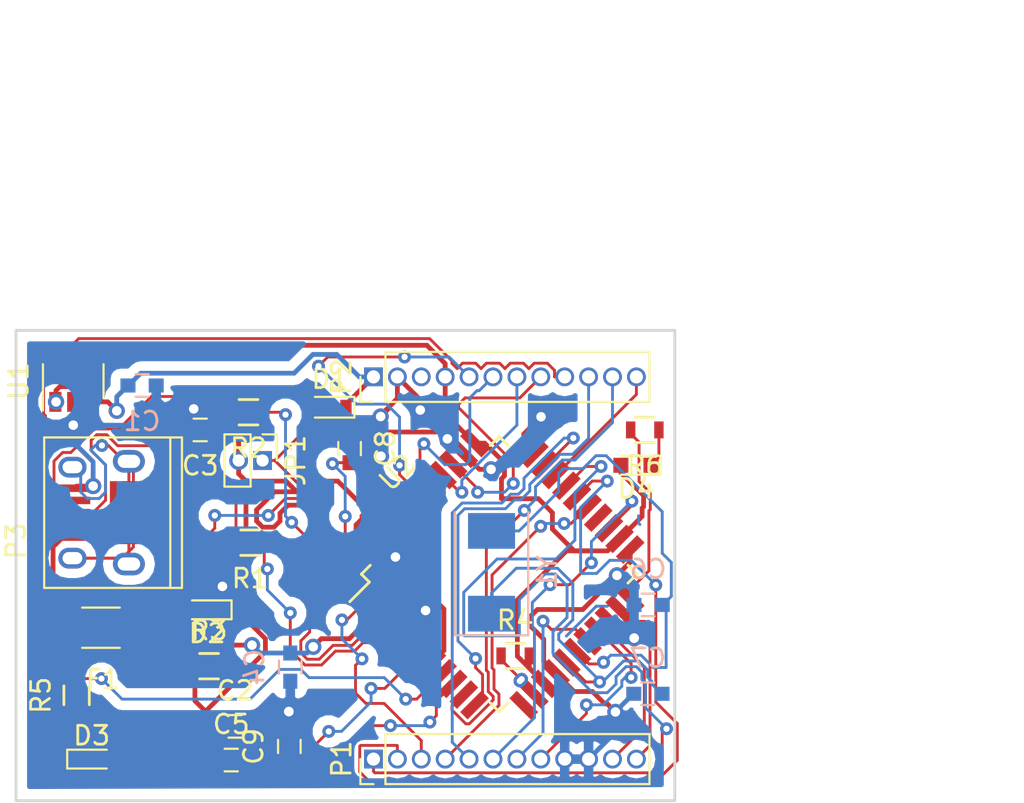
<source format=kicad_pcb>
(kicad_pcb (version 4) (host pcbnew 4.0.5-e0-6337~49~ubuntu16.04.1)

  (general
    (links 82)
    (no_connects 0)
    (area 154.924999 74.924999 190.075001 100.075001)
    (thickness 1.6)
    (drawings 6)
    (tracks 714)
    (zones 0)
    (modules 27)
    (nets 39)
  )

  (page A4)
  (layers
    (0 F.Cu signal)
    (31 B.Cu signal)
    (32 B.Adhes user)
    (33 F.Adhes user)
    (34 B.Paste user)
    (35 F.Paste user)
    (36 B.SilkS user)
    (37 F.SilkS user)
    (38 B.Mask user)
    (39 F.Mask user)
    (40 Dwgs.User user)
    (41 Cmts.User user)
    (42 Eco1.User user)
    (43 Eco2.User user)
    (44 Edge.Cuts user)
    (45 Margin user)
    (46 B.CrtYd user)
    (47 F.CrtYd user)
    (48 B.Fab user hide)
    (49 F.Fab user hide)
  )

  (setup
    (last_trace_width 0.1524)
    (trace_clearance 0.1524)
    (zone_clearance 0.508)
    (zone_45_only no)
    (trace_min 0.1524)
    (segment_width 0.2)
    (edge_width 0.15)
    (via_size 0.6858)
    (via_drill 0.3302)
    (via_min_size 0.4)
    (via_min_drill 0.3)
    (uvia_size 0.762)
    (uvia_drill 0.508)
    (uvias_allowed no)
    (uvia_min_size 0.2)
    (uvia_min_drill 0.1)
    (pcb_text_width 0.3)
    (pcb_text_size 1.5 1.5)
    (mod_edge_width 0.15)
    (mod_text_size 1 1)
    (mod_text_width 0.15)
    (pad_size 1.524 1.524)
    (pad_drill 0.762)
    (pad_to_mask_clearance 0.2)
    (aux_axis_origin 0 0)
    (visible_elements FFFFEF7F)
    (pcbplotparams
      (layerselection 0x00030_80000001)
      (usegerberextensions false)
      (excludeedgelayer true)
      (linewidth 0.100000)
      (plotframeref false)
      (viasonmask false)
      (mode 1)
      (useauxorigin false)
      (hpglpennumber 1)
      (hpglpenspeed 20)
      (hpglpendiameter 15)
      (hpglpenoverlay 2)
      (psnegative false)
      (psa4output false)
      (plotreference true)
      (plotvalue true)
      (plotinvisibletext false)
      (padsonsilk false)
      (subtractmaskfromsilk false)
      (outputformat 1)
      (mirror false)
      (drillshape 1)
      (scaleselection 1)
      (outputdirectory ""))
  )

  (net 0 "")
  (net 1 /RAW)
  (net 2 GND)
  (net 3 VCC)
  (net 4 /UVCC)
  (net 5 "Net-(C6-Pad1)")
  (net 6 "Net-(C7-Pad1)")
  (net 7 "Net-(C8-Pad2)")
  (net 8 "Net-(C9-Pad1)")
  (net 9 "Net-(D1-Pad2)")
  (net 10 "Net-(D2-Pad2)")
  (net 11 "Net-(D3-Pad1)")
  (net 12 "Net-(D4-Pad1)")
  (net 13 /D9)
  (net 14 /D8)
  (net 15 /D7)
  (net 16 /D6)
  (net 17 /D5)
  (net 18 /D4)
  (net 19 /D3)
  (net 20 /D2)
  (net 21 /RXI)
  (net 22 /TXO)
  (net 23 /A3)
  (net 24 /A2)
  (net 25 /A1)
  (net 26 /A0)
  (net 27 /SCK)
  (net 28 /MISO)
  (net 29 /MOSI)
  (net 30 /D10)
  (net 31 "Net-(P3-Pad2)")
  (net 32 "Net-(P3-Pad3)")
  (net 33 "Net-(P3-Pad6)")
  (net 34 D+)
  (net 35 D-)
  (net 36 "Net-(R4-Pad1)")
  (net 37 /D14)
  (net 38 "Net-(R6-Pad2)")

  (net_class Default "Esta é a classe de net default."
    (clearance 0.1524)
    (trace_width 0.1524)
    (via_dia 0.6858)
    (via_drill 0.3302)
    (uvia_dia 0.762)
    (uvia_drill 0.508)
    (add_net /A0)
    (add_net /A1)
    (add_net /A2)
    (add_net /A3)
    (add_net /D10)
    (add_net /D14)
    (add_net /D2)
    (add_net /D3)
    (add_net /D4)
    (add_net /D5)
    (add_net /D6)
    (add_net /D7)
    (add_net /D8)
    (add_net /D9)
    (add_net /MISO)
    (add_net /MOSI)
    (add_net /RXI)
    (add_net /SCK)
    (add_net /TXO)
    (add_net D+)
    (add_net D-)
    (add_net "Net-(C6-Pad1)")
    (add_net "Net-(C7-Pad1)")
    (add_net "Net-(C8-Pad2)")
    (add_net "Net-(C9-Pad1)")
    (add_net "Net-(D1-Pad2)")
    (add_net "Net-(D2-Pad2)")
    (add_net "Net-(D3-Pad1)")
    (add_net "Net-(D4-Pad1)")
    (add_net "Net-(P3-Pad2)")
    (add_net "Net-(P3-Pad3)")
    (add_net "Net-(P3-Pad6)")
    (add_net "Net-(R4-Pad1)")
    (add_net "Net-(R6-Pad2)")
  )

  (net_class Power ""
    (clearance 0.1524)
    (trace_width 0.254)
    (via_dia 0.8636)
    (via_drill 0.508)
    (uvia_dia 0.762)
    (uvia_drill 0.508)
    (add_net /RAW)
    (add_net /UVCC)
    (add_net GND)
    (add_net VCC)
  )

  (module Capacitors_SMD:C_0603 (layer B.Cu) (tedit 5415D631) (tstamp 58A70DC5)
    (at 161.6964 77.9272)
    (descr "Capacitor SMD 0603, reflow soldering, AVX (see smccp.pdf)")
    (tags "capacitor 0603")
    (path /58A52460)
    (attr smd)
    (fp_text reference C1 (at 0 1.9) (layer B.SilkS)
      (effects (font (size 1 1) (thickness 0.15)) (justify mirror))
    )
    (fp_text value CP1 (at 0 -1.9) (layer B.Fab)
      (effects (font (size 1 1) (thickness 0.15)) (justify mirror))
    )
    (fp_line (start -0.8 -0.4) (end -0.8 0.4) (layer B.Fab) (width 0.1))
    (fp_line (start 0.8 -0.4) (end -0.8 -0.4) (layer B.Fab) (width 0.1))
    (fp_line (start 0.8 0.4) (end 0.8 -0.4) (layer B.Fab) (width 0.1))
    (fp_line (start -0.8 0.4) (end 0.8 0.4) (layer B.Fab) (width 0.1))
    (fp_line (start -1.45 0.75) (end 1.45 0.75) (layer B.CrtYd) (width 0.05))
    (fp_line (start -1.45 -0.75) (end 1.45 -0.75) (layer B.CrtYd) (width 0.05))
    (fp_line (start -1.45 0.75) (end -1.45 -0.75) (layer B.CrtYd) (width 0.05))
    (fp_line (start 1.45 0.75) (end 1.45 -0.75) (layer B.CrtYd) (width 0.05))
    (fp_line (start -0.35 0.6) (end 0.35 0.6) (layer B.SilkS) (width 0.12))
    (fp_line (start 0.35 -0.6) (end -0.35 -0.6) (layer B.SilkS) (width 0.12))
    (pad 1 smd rect (at -0.75 0) (size 0.8 0.75) (layers B.Cu B.Paste B.Mask)
      (net 1 /RAW))
    (pad 2 smd rect (at 0.75 0) (size 0.8 0.75) (layers B.Cu B.Paste B.Mask)
      (net 2 GND))
    (model Capacitors_SMD.3dshapes/C_0603.wrl
      (at (xyz 0 0 0))
      (scale (xyz 1 1 1))
      (rotate (xyz 0 0 0))
    )
  )

  (module Capacitors_SMD:C_0603 (layer F.Cu) (tedit 5415D631) (tstamp 58A70DD5)
    (at 166.6367 96.0501)
    (descr "Capacitor SMD 0603, reflow soldering, AVX (see smccp.pdf)")
    (tags "capacitor 0603")
    (path /58A52BFB)
    (attr smd)
    (fp_text reference C2 (at 0 -1.9) (layer F.SilkS)
      (effects (font (size 1 1) (thickness 0.15)))
    )
    (fp_text value CP1 (at 0 1.9) (layer F.Fab)
      (effects (font (size 1 1) (thickness 0.15)))
    )
    (fp_line (start -0.8 0.4) (end -0.8 -0.4) (layer F.Fab) (width 0.1))
    (fp_line (start 0.8 0.4) (end -0.8 0.4) (layer F.Fab) (width 0.1))
    (fp_line (start 0.8 -0.4) (end 0.8 0.4) (layer F.Fab) (width 0.1))
    (fp_line (start -0.8 -0.4) (end 0.8 -0.4) (layer F.Fab) (width 0.1))
    (fp_line (start -1.45 -0.75) (end 1.45 -0.75) (layer F.CrtYd) (width 0.05))
    (fp_line (start -1.45 0.75) (end 1.45 0.75) (layer F.CrtYd) (width 0.05))
    (fp_line (start -1.45 -0.75) (end -1.45 0.75) (layer F.CrtYd) (width 0.05))
    (fp_line (start 1.45 -0.75) (end 1.45 0.75) (layer F.CrtYd) (width 0.05))
    (fp_line (start -0.35 -0.6) (end 0.35 -0.6) (layer F.SilkS) (width 0.12))
    (fp_line (start 0.35 0.6) (end -0.35 0.6) (layer F.SilkS) (width 0.12))
    (pad 1 smd rect (at -0.75 0) (size 0.8 0.75) (layers F.Cu F.Paste F.Mask)
      (net 3 VCC))
    (pad 2 smd rect (at 0.75 0) (size 0.8 0.75) (layers F.Cu F.Paste F.Mask)
      (net 2 GND))
    (model Capacitors_SMD.3dshapes/C_0603.wrl
      (at (xyz 0 0 0))
      (scale (xyz 1 1 1))
      (rotate (xyz 0 0 0))
    )
  )

  (module Capacitors_SMD:C_0603 (layer F.Cu) (tedit 5415D631) (tstamp 58A70DE5)
    (at 164.7832 80.2894 180)
    (descr "Capacitor SMD 0603, reflow soldering, AVX (see smccp.pdf)")
    (tags "capacitor 0603")
    (path /58A52D7D)
    (attr smd)
    (fp_text reference C3 (at 0 -1.9 180) (layer F.SilkS)
      (effects (font (size 1 1) (thickness 0.15)))
    )
    (fp_text value C_Small (at 0 1.9 180) (layer F.Fab)
      (effects (font (size 1 1) (thickness 0.15)))
    )
    (fp_line (start -0.8 0.4) (end -0.8 -0.4) (layer F.Fab) (width 0.1))
    (fp_line (start 0.8 0.4) (end -0.8 0.4) (layer F.Fab) (width 0.1))
    (fp_line (start 0.8 -0.4) (end 0.8 0.4) (layer F.Fab) (width 0.1))
    (fp_line (start -0.8 -0.4) (end 0.8 -0.4) (layer F.Fab) (width 0.1))
    (fp_line (start -1.45 -0.75) (end 1.45 -0.75) (layer F.CrtYd) (width 0.05))
    (fp_line (start -1.45 0.75) (end 1.45 0.75) (layer F.CrtYd) (width 0.05))
    (fp_line (start -1.45 -0.75) (end -1.45 0.75) (layer F.CrtYd) (width 0.05))
    (fp_line (start 1.45 -0.75) (end 1.45 0.75) (layer F.CrtYd) (width 0.05))
    (fp_line (start -0.35 -0.6) (end 0.35 -0.6) (layer F.SilkS) (width 0.12))
    (fp_line (start 0.35 0.6) (end -0.35 0.6) (layer F.SilkS) (width 0.12))
    (pad 1 smd rect (at -0.75 0 180) (size 0.8 0.75) (layers F.Cu F.Paste F.Mask)
      (net 3 VCC))
    (pad 2 smd rect (at 0.75 0 180) (size 0.8 0.75) (layers F.Cu F.Paste F.Mask)
      (net 2 GND))
    (model Capacitors_SMD.3dshapes/C_0603.wrl
      (at (xyz 0 0 0))
      (scale (xyz 1 1 1))
      (rotate (xyz 0 0 0))
    )
  )

  (module Capacitors_SMD:C_0603 (layer B.Cu) (tedit 5415D631) (tstamp 58A70DF5)
    (at 169.5704 92.8998 270)
    (descr "Capacitor SMD 0603, reflow soldering, AVX (see smccp.pdf)")
    (tags "capacitor 0603")
    (path /58A5B8B4)
    (attr smd)
    (fp_text reference C4 (at 0 1.9 270) (layer B.SilkS)
      (effects (font (size 1 1) (thickness 0.15)) (justify mirror))
    )
    (fp_text value C (at 0 -1.9 270) (layer B.Fab)
      (effects (font (size 1 1) (thickness 0.15)) (justify mirror))
    )
    (fp_line (start -0.8 -0.4) (end -0.8 0.4) (layer B.Fab) (width 0.1))
    (fp_line (start 0.8 -0.4) (end -0.8 -0.4) (layer B.Fab) (width 0.1))
    (fp_line (start 0.8 0.4) (end 0.8 -0.4) (layer B.Fab) (width 0.1))
    (fp_line (start -0.8 0.4) (end 0.8 0.4) (layer B.Fab) (width 0.1))
    (fp_line (start -1.45 0.75) (end 1.45 0.75) (layer B.CrtYd) (width 0.05))
    (fp_line (start -1.45 -0.75) (end 1.45 -0.75) (layer B.CrtYd) (width 0.05))
    (fp_line (start -1.45 0.75) (end -1.45 -0.75) (layer B.CrtYd) (width 0.05))
    (fp_line (start 1.45 0.75) (end 1.45 -0.75) (layer B.CrtYd) (width 0.05))
    (fp_line (start -0.35 0.6) (end 0.35 0.6) (layer B.SilkS) (width 0.12))
    (fp_line (start 0.35 -0.6) (end -0.35 -0.6) (layer B.SilkS) (width 0.12))
    (pad 1 smd rect (at -0.75 0 270) (size 0.8 0.75) (layers B.Cu B.Paste B.Mask)
      (net 4 /UVCC))
    (pad 2 smd rect (at 0.75 0 270) (size 0.8 0.75) (layers B.Cu B.Paste B.Mask)
      (net 2 GND))
    (model Capacitors_SMD.3dshapes/C_0603.wrl
      (at (xyz 0 0 0))
      (scale (xyz 1 1 1))
      (rotate (xyz 0 0 0))
    )
  )

  (module Capacitors_SMD:C_0603 (layer F.Cu) (tedit 5415D631) (tstamp 58A70E05)
    (at 166.4328 97.8408)
    (descr "Capacitor SMD 0603, reflow soldering, AVX (see smccp.pdf)")
    (tags "capacitor 0603")
    (path /58A52E2A)
    (attr smd)
    (fp_text reference C5 (at 0 -1.9) (layer F.SilkS)
      (effects (font (size 1 1) (thickness 0.15)))
    )
    (fp_text value C_Small (at 0 1.9) (layer F.Fab)
      (effects (font (size 1 1) (thickness 0.15)))
    )
    (fp_line (start -0.8 0.4) (end -0.8 -0.4) (layer F.Fab) (width 0.1))
    (fp_line (start 0.8 0.4) (end -0.8 0.4) (layer F.Fab) (width 0.1))
    (fp_line (start 0.8 -0.4) (end 0.8 0.4) (layer F.Fab) (width 0.1))
    (fp_line (start -0.8 -0.4) (end 0.8 -0.4) (layer F.Fab) (width 0.1))
    (fp_line (start -1.45 -0.75) (end 1.45 -0.75) (layer F.CrtYd) (width 0.05))
    (fp_line (start -1.45 0.75) (end 1.45 0.75) (layer F.CrtYd) (width 0.05))
    (fp_line (start -1.45 -0.75) (end -1.45 0.75) (layer F.CrtYd) (width 0.05))
    (fp_line (start 1.45 -0.75) (end 1.45 0.75) (layer F.CrtYd) (width 0.05))
    (fp_line (start -0.35 -0.6) (end 0.35 -0.6) (layer F.SilkS) (width 0.12))
    (fp_line (start 0.35 0.6) (end -0.35 0.6) (layer F.SilkS) (width 0.12))
    (pad 1 smd rect (at -0.75 0) (size 0.8 0.75) (layers F.Cu F.Paste F.Mask)
      (net 3 VCC))
    (pad 2 smd rect (at 0.75 0) (size 0.8 0.75) (layers F.Cu F.Paste F.Mask)
      (net 2 GND))
    (model Capacitors_SMD.3dshapes/C_0603.wrl
      (at (xyz 0 0 0))
      (scale (xyz 1 1 1))
      (rotate (xyz 0 0 0))
    )
  )

  (module Capacitors_SMD:C_0603 (layer B.Cu) (tedit 5415D631) (tstamp 58A70E15)
    (at 188.582732 89.59354 180)
    (descr "Capacitor SMD 0603, reflow soldering, AVX (see smccp.pdf)")
    (tags "capacitor 0603")
    (path /58A50F21)
    (attr smd)
    (fp_text reference C6 (at 0 1.9 180) (layer B.SilkS)
      (effects (font (size 1 1) (thickness 0.15)) (justify mirror))
    )
    (fp_text value C (at 0 -1.9 180) (layer B.Fab)
      (effects (font (size 1 1) (thickness 0.15)) (justify mirror))
    )
    (fp_line (start -0.8 -0.4) (end -0.8 0.4) (layer B.Fab) (width 0.1))
    (fp_line (start 0.8 -0.4) (end -0.8 -0.4) (layer B.Fab) (width 0.1))
    (fp_line (start 0.8 0.4) (end 0.8 -0.4) (layer B.Fab) (width 0.1))
    (fp_line (start -0.8 0.4) (end 0.8 0.4) (layer B.Fab) (width 0.1))
    (fp_line (start -1.45 0.75) (end 1.45 0.75) (layer B.CrtYd) (width 0.05))
    (fp_line (start -1.45 -0.75) (end 1.45 -0.75) (layer B.CrtYd) (width 0.05))
    (fp_line (start -1.45 0.75) (end -1.45 -0.75) (layer B.CrtYd) (width 0.05))
    (fp_line (start 1.45 0.75) (end 1.45 -0.75) (layer B.CrtYd) (width 0.05))
    (fp_line (start -0.35 0.6) (end 0.35 0.6) (layer B.SilkS) (width 0.12))
    (fp_line (start 0.35 -0.6) (end -0.35 -0.6) (layer B.SilkS) (width 0.12))
    (pad 1 smd rect (at -0.75 0 180) (size 0.8 0.75) (layers B.Cu B.Paste B.Mask)
      (net 5 "Net-(C6-Pad1)"))
    (pad 2 smd rect (at 0.75 0 180) (size 0.8 0.75) (layers B.Cu B.Paste B.Mask)
      (net 2 GND))
    (model Capacitors_SMD.3dshapes/C_0603.wrl
      (at (xyz 0 0 0))
      (scale (xyz 1 1 1))
      (rotate (xyz 0 0 0))
    )
  )

  (module Capacitors_SMD:C_0603 (layer B.Cu) (tedit 5415D631) (tstamp 58A70E25)
    (at 188.570732 94.31794 180)
    (descr "Capacitor SMD 0603, reflow soldering, AVX (see smccp.pdf)")
    (tags "capacitor 0603")
    (path /58A50F8D)
    (attr smd)
    (fp_text reference C7 (at 0 1.9 180) (layer B.SilkS)
      (effects (font (size 1 1) (thickness 0.15)) (justify mirror))
    )
    (fp_text value C (at 0 -1.9 180) (layer B.Fab)
      (effects (font (size 1 1) (thickness 0.15)) (justify mirror))
    )
    (fp_line (start -0.8 -0.4) (end -0.8 0.4) (layer B.Fab) (width 0.1))
    (fp_line (start 0.8 -0.4) (end -0.8 -0.4) (layer B.Fab) (width 0.1))
    (fp_line (start 0.8 0.4) (end 0.8 -0.4) (layer B.Fab) (width 0.1))
    (fp_line (start -0.8 0.4) (end 0.8 0.4) (layer B.Fab) (width 0.1))
    (fp_line (start -1.45 0.75) (end 1.45 0.75) (layer B.CrtYd) (width 0.05))
    (fp_line (start -1.45 -0.75) (end 1.45 -0.75) (layer B.CrtYd) (width 0.05))
    (fp_line (start -1.45 0.75) (end -1.45 -0.75) (layer B.CrtYd) (width 0.05))
    (fp_line (start 1.45 0.75) (end 1.45 -0.75) (layer B.CrtYd) (width 0.05))
    (fp_line (start -0.35 0.6) (end 0.35 0.6) (layer B.SilkS) (width 0.12))
    (fp_line (start 0.35 -0.6) (end -0.35 -0.6) (layer B.SilkS) (width 0.12))
    (pad 1 smd rect (at -0.75 0 180) (size 0.8 0.75) (layers B.Cu B.Paste B.Mask)
      (net 6 "Net-(C7-Pad1)"))
    (pad 2 smd rect (at 0.75 0 180) (size 0.8 0.75) (layers B.Cu B.Paste B.Mask)
      (net 2 GND))
    (model Capacitors_SMD.3dshapes/C_0603.wrl
      (at (xyz 0 0 0))
      (scale (xyz 1 1 1))
      (rotate (xyz 0 0 0))
    )
  )

  (module Capacitors_SMD:C_0603 (layer F.Cu) (tedit 5415D631) (tstamp 58A70E35)
    (at 172.72 81.28 270)
    (descr "Capacitor SMD 0603, reflow soldering, AVX (see smccp.pdf)")
    (tags "capacitor 0603")
    (path /58A5BA37)
    (attr smd)
    (fp_text reference C8 (at 0 -1.9 270) (layer F.SilkS)
      (effects (font (size 1 1) (thickness 0.15)))
    )
    (fp_text value C (at 0 1.9 270) (layer F.Fab)
      (effects (font (size 1 1) (thickness 0.15)))
    )
    (fp_line (start -0.8 0.4) (end -0.8 -0.4) (layer F.Fab) (width 0.1))
    (fp_line (start 0.8 0.4) (end -0.8 0.4) (layer F.Fab) (width 0.1))
    (fp_line (start 0.8 -0.4) (end 0.8 0.4) (layer F.Fab) (width 0.1))
    (fp_line (start -0.8 -0.4) (end 0.8 -0.4) (layer F.Fab) (width 0.1))
    (fp_line (start -1.45 -0.75) (end 1.45 -0.75) (layer F.CrtYd) (width 0.05))
    (fp_line (start -1.45 0.75) (end 1.45 0.75) (layer F.CrtYd) (width 0.05))
    (fp_line (start -1.45 -0.75) (end -1.45 0.75) (layer F.CrtYd) (width 0.05))
    (fp_line (start 1.45 -0.75) (end 1.45 0.75) (layer F.CrtYd) (width 0.05))
    (fp_line (start -0.35 -0.6) (end 0.35 -0.6) (layer F.SilkS) (width 0.12))
    (fp_line (start 0.35 0.6) (end -0.35 0.6) (layer F.SilkS) (width 0.12))
    (pad 1 smd rect (at -0.75 0 270) (size 0.8 0.75) (layers F.Cu F.Paste F.Mask)
      (net 2 GND))
    (pad 2 smd rect (at 0.75 0 270) (size 0.8 0.75) (layers F.Cu F.Paste F.Mask)
      (net 7 "Net-(C8-Pad2)"))
    (model Capacitors_SMD.3dshapes/C_0603.wrl
      (at (xyz 0 0 0))
      (scale (xyz 1 1 1))
      (rotate (xyz 0 0 0))
    )
  )

  (module Capacitors_SMD:C_0603 (layer F.Cu) (tedit 5415D631) (tstamp 58A70E45)
    (at 169.5196 97.1176 90)
    (descr "Capacitor SMD 0603, reflow soldering, AVX (see smccp.pdf)")
    (tags "capacitor 0603")
    (path /58A597D5)
    (attr smd)
    (fp_text reference C9 (at 0 -1.9 90) (layer F.SilkS)
      (effects (font (size 1 1) (thickness 0.15)))
    )
    (fp_text value C (at 0 1.9 90) (layer F.Fab)
      (effects (font (size 1 1) (thickness 0.15)))
    )
    (fp_line (start -0.8 0.4) (end -0.8 -0.4) (layer F.Fab) (width 0.1))
    (fp_line (start 0.8 0.4) (end -0.8 0.4) (layer F.Fab) (width 0.1))
    (fp_line (start 0.8 -0.4) (end 0.8 0.4) (layer F.Fab) (width 0.1))
    (fp_line (start -0.8 -0.4) (end 0.8 -0.4) (layer F.Fab) (width 0.1))
    (fp_line (start -1.45 -0.75) (end 1.45 -0.75) (layer F.CrtYd) (width 0.05))
    (fp_line (start -1.45 0.75) (end 1.45 0.75) (layer F.CrtYd) (width 0.05))
    (fp_line (start -1.45 -0.75) (end -1.45 0.75) (layer F.CrtYd) (width 0.05))
    (fp_line (start 1.45 -0.75) (end 1.45 0.75) (layer F.CrtYd) (width 0.05))
    (fp_line (start -0.35 -0.6) (end 0.35 -0.6) (layer F.SilkS) (width 0.12))
    (fp_line (start 0.35 0.6) (end -0.35 0.6) (layer F.SilkS) (width 0.12))
    (pad 1 smd rect (at -0.75 0 90) (size 0.8 0.75) (layers F.Cu F.Paste F.Mask)
      (net 8 "Net-(C9-Pad1)"))
    (pad 2 smd rect (at 0.75 0 90) (size 0.8 0.75) (layers F.Cu F.Paste F.Mask)
      (net 2 GND))
    (model Capacitors_SMD.3dshapes/C_0603.wrl
      (at (xyz 0 0 0))
      (scale (xyz 1 1 1))
      (rotate (xyz 0 0 0))
    )
  )

  (module Diodes_SMD:D_0603 (layer F.Cu) (tedit 5863D73A) (tstamp 58A70E5C)
    (at 171.6777 79.0829 180)
    (descr "Diode SMD in 0603 package")
    (tags "smd diode")
    (path /58A5191A)
    (attr smd)
    (fp_text reference D1 (at 0 1.5 180) (layer F.SilkS)
      (effects (font (size 1 1) (thickness 0.15)))
    )
    (fp_text value D (at 0 -1.5 180) (layer F.Fab)
      (effects (font (size 1 1) (thickness 0.15)))
    )
    (fp_line (start -1.3 -0.55) (end -1.3 0.55) (layer F.SilkS) (width 0.12))
    (fp_line (start 1.4 0.65) (end 1.4 -0.65) (layer F.CrtYd) (width 0.05))
    (fp_line (start -1.4 0.65) (end 1.4 0.65) (layer F.CrtYd) (width 0.05))
    (fp_line (start -1.4 -0.65) (end -1.4 0.65) (layer F.CrtYd) (width 0.05))
    (fp_line (start 1.4 -0.65) (end -1.4 -0.65) (layer F.CrtYd) (width 0.05))
    (fp_line (start 0.2 0) (end 0.4 0) (layer F.Fab) (width 0.1))
    (fp_line (start -0.1 0) (end -0.3 0) (layer F.Fab) (width 0.1))
    (fp_line (start -0.1 -0.2) (end -0.1 0.2) (layer F.Fab) (width 0.1))
    (fp_line (start 0.2 0.2) (end 0.2 -0.2) (layer F.Fab) (width 0.1))
    (fp_line (start -0.1 0) (end 0.2 0.2) (layer F.Fab) (width 0.1))
    (fp_line (start 0.2 -0.2) (end -0.1 0) (layer F.Fab) (width 0.1))
    (fp_line (start -0.8 0.4) (end -0.8 -0.4) (layer F.Fab) (width 0.1))
    (fp_line (start 0.8 0.4) (end -0.8 0.4) (layer F.Fab) (width 0.1))
    (fp_line (start 0.8 -0.4) (end 0.8 0.4) (layer F.Fab) (width 0.1))
    (fp_line (start -0.8 -0.4) (end 0.8 -0.4) (layer F.Fab) (width 0.1))
    (fp_line (start -1.3 0.55) (end 0.8 0.55) (layer F.SilkS) (width 0.12))
    (fp_line (start -1.3 -0.55) (end 0.8 -0.55) (layer F.SilkS) (width 0.12))
    (pad 1 smd rect (at -0.85 0 180) (size 0.6 0.8) (layers F.Cu F.Paste F.Mask)
      (net 1 /RAW))
    (pad 2 smd rect (at 0.85 0 180) (size 0.6 0.8) (layers F.Cu F.Paste F.Mask)
      (net 9 "Net-(D1-Pad2)"))
  )

  (module LEDs:LED_0603 (layer F.Cu) (tedit 57FE93A5) (tstamp 58A70E71)
    (at 165.1509 89.8525 180)
    (descr "LED 0603 smd package")
    (tags "LED led 0603 SMD smd SMT smt smdled SMDLED smtled SMTLED")
    (path /58A54B75)
    (attr smd)
    (fp_text reference D2 (at 0 -1.25 180) (layer F.SilkS)
      (effects (font (size 1 1) (thickness 0.15)))
    )
    (fp_text value LED (at 0 1.35 180) (layer F.Fab)
      (effects (font (size 1 1) (thickness 0.15)))
    )
    (fp_line (start -1.3 -0.5) (end -1.3 0.5) (layer F.SilkS) (width 0.12))
    (fp_line (start -0.2 -0.2) (end -0.2 0.2) (layer F.Fab) (width 0.1))
    (fp_line (start -0.15 0) (end 0.15 -0.2) (layer F.Fab) (width 0.1))
    (fp_line (start 0.15 0.2) (end -0.15 0) (layer F.Fab) (width 0.1))
    (fp_line (start 0.15 -0.2) (end 0.15 0.2) (layer F.Fab) (width 0.1))
    (fp_line (start 0.8 0.4) (end -0.8 0.4) (layer F.Fab) (width 0.1))
    (fp_line (start 0.8 -0.4) (end 0.8 0.4) (layer F.Fab) (width 0.1))
    (fp_line (start -0.8 -0.4) (end 0.8 -0.4) (layer F.Fab) (width 0.1))
    (fp_line (start -0.8 0.4) (end -0.8 -0.4) (layer F.Fab) (width 0.1))
    (fp_line (start -1.3 0.5) (end 0.8 0.5) (layer F.SilkS) (width 0.12))
    (fp_line (start -1.3 -0.5) (end 0.8 -0.5) (layer F.SilkS) (width 0.12))
    (fp_line (start 1.45 -0.65) (end 1.45 0.65) (layer F.CrtYd) (width 0.05))
    (fp_line (start 1.45 0.65) (end -1.45 0.65) (layer F.CrtYd) (width 0.05))
    (fp_line (start -1.45 0.65) (end -1.45 -0.65) (layer F.CrtYd) (width 0.05))
    (fp_line (start -1.45 -0.65) (end 1.45 -0.65) (layer F.CrtYd) (width 0.05))
    (pad 2 smd rect (at 0.8 0) (size 0.8 0.8) (layers F.Cu F.Paste F.Mask)
      (net 10 "Net-(D2-Pad2)"))
    (pad 1 smd rect (at -0.8 0) (size 0.8 0.8) (layers F.Cu F.Paste F.Mask)
      (net 2 GND))
    (model LEDs.3dshapes/LED_0603.wrl
      (at (xyz 0 0 0))
      (scale (xyz 1 1 1))
      (rotate (xyz 0 0 180))
    )
  )

  (module LEDs:LED_0603 (layer F.Cu) (tedit 57FE93A5) (tstamp 58A70E86)
    (at 159.0168 97.79)
    (descr "LED 0603 smd package")
    (tags "LED led 0603 SMD smd SMT smt smdled SMDLED smtled SMTLED")
    (path /58A6710D)
    (attr smd)
    (fp_text reference D3 (at 0 -1.25) (layer F.SilkS)
      (effects (font (size 1 1) (thickness 0.15)))
    )
    (fp_text value LED (at 0 1.35) (layer F.Fab)
      (effects (font (size 1 1) (thickness 0.15)))
    )
    (fp_line (start -1.3 -0.5) (end -1.3 0.5) (layer F.SilkS) (width 0.12))
    (fp_line (start -0.2 -0.2) (end -0.2 0.2) (layer F.Fab) (width 0.1))
    (fp_line (start -0.15 0) (end 0.15 -0.2) (layer F.Fab) (width 0.1))
    (fp_line (start 0.15 0.2) (end -0.15 0) (layer F.Fab) (width 0.1))
    (fp_line (start 0.15 -0.2) (end 0.15 0.2) (layer F.Fab) (width 0.1))
    (fp_line (start 0.8 0.4) (end -0.8 0.4) (layer F.Fab) (width 0.1))
    (fp_line (start 0.8 -0.4) (end 0.8 0.4) (layer F.Fab) (width 0.1))
    (fp_line (start -0.8 -0.4) (end 0.8 -0.4) (layer F.Fab) (width 0.1))
    (fp_line (start -0.8 0.4) (end -0.8 -0.4) (layer F.Fab) (width 0.1))
    (fp_line (start -1.3 0.5) (end 0.8 0.5) (layer F.SilkS) (width 0.12))
    (fp_line (start -1.3 -0.5) (end 0.8 -0.5) (layer F.SilkS) (width 0.12))
    (fp_line (start 1.45 -0.65) (end 1.45 0.65) (layer F.CrtYd) (width 0.05))
    (fp_line (start 1.45 0.65) (end -1.45 0.65) (layer F.CrtYd) (width 0.05))
    (fp_line (start -1.45 0.65) (end -1.45 -0.65) (layer F.CrtYd) (width 0.05))
    (fp_line (start -1.45 -0.65) (end 1.45 -0.65) (layer F.CrtYd) (width 0.05))
    (pad 2 smd rect (at 0.8 0 180) (size 0.8 0.8) (layers F.Cu F.Paste F.Mask)
      (net 3 VCC))
    (pad 1 smd rect (at -0.8 0 180) (size 0.8 0.8) (layers F.Cu F.Paste F.Mask)
      (net 11 "Net-(D3-Pad1)"))
    (model LEDs.3dshapes/LED_0603.wrl
      (at (xyz 0 0 0))
      (scale (xyz 1 1 1))
      (rotate (xyz 0 0 180))
    )
  )

  (module LEDs:LED_0603 (layer F.Cu) (tedit 57FE93A5) (tstamp 58A70E9B)
    (at 187.9346 82.169 180)
    (descr "LED 0603 smd package")
    (tags "LED led 0603 SMD smd SMT smt smdled SMDLED smtled SMTLED")
    (path /58A5FD63)
    (attr smd)
    (fp_text reference D4 (at 0 -1.25 180) (layer F.SilkS)
      (effects (font (size 1 1) (thickness 0.15)))
    )
    (fp_text value LED (at 0 1.35 180) (layer F.Fab)
      (effects (font (size 1 1) (thickness 0.15)))
    )
    (fp_line (start -1.3 -0.5) (end -1.3 0.5) (layer F.SilkS) (width 0.12))
    (fp_line (start -0.2 -0.2) (end -0.2 0.2) (layer F.Fab) (width 0.1))
    (fp_line (start -0.15 0) (end 0.15 -0.2) (layer F.Fab) (width 0.1))
    (fp_line (start 0.15 0.2) (end -0.15 0) (layer F.Fab) (width 0.1))
    (fp_line (start 0.15 -0.2) (end 0.15 0.2) (layer F.Fab) (width 0.1))
    (fp_line (start 0.8 0.4) (end -0.8 0.4) (layer F.Fab) (width 0.1))
    (fp_line (start 0.8 -0.4) (end 0.8 0.4) (layer F.Fab) (width 0.1))
    (fp_line (start -0.8 -0.4) (end 0.8 -0.4) (layer F.Fab) (width 0.1))
    (fp_line (start -0.8 0.4) (end -0.8 -0.4) (layer F.Fab) (width 0.1))
    (fp_line (start -1.3 0.5) (end 0.8 0.5) (layer F.SilkS) (width 0.12))
    (fp_line (start -1.3 -0.5) (end 0.8 -0.5) (layer F.SilkS) (width 0.12))
    (fp_line (start 1.45 -0.65) (end 1.45 0.65) (layer F.CrtYd) (width 0.05))
    (fp_line (start 1.45 0.65) (end -1.45 0.65) (layer F.CrtYd) (width 0.05))
    (fp_line (start -1.45 0.65) (end -1.45 -0.65) (layer F.CrtYd) (width 0.05))
    (fp_line (start -1.45 -0.65) (end 1.45 -0.65) (layer F.CrtYd) (width 0.05))
    (pad 2 smd rect (at 0.8 0) (size 0.8 0.8) (layers F.Cu F.Paste F.Mask)
      (net 3 VCC))
    (pad 1 smd rect (at -0.8 0) (size 0.8 0.8) (layers F.Cu F.Paste F.Mask)
      (net 12 "Net-(D4-Pad1)"))
    (model LEDs.3dshapes/LED_0603.wrl
      (at (xyz 0 0 0))
      (scale (xyz 1 1 1))
      (rotate (xyz 0 0 180))
    )
  )

  (module Fuse_Holders_and_Fuses:Fuse_SMD1206_Reflow (layer F.Cu) (tedit 0) (tstamp 58A70EAB)
    (at 159.512 90.805 180)
    (descr "Fuse, Sicherung, SMD1206, Littlefuse-Wickmann, Reflow,")
    (tags "Fuse Sicherung SMD1206 Littlefuse-Wickmann Reflow ")
    (path /58A5180A)
    (attr smd)
    (fp_text reference F1 (at -0.1 -2.75 180) (layer F.SilkS)
      (effects (font (size 1 1) (thickness 0.15)))
    )
    (fp_text value Polyfuse (at -0.45 3.2 180) (layer F.Fab)
      (effects (font (size 1 1) (thickness 0.15)))
    )
    (fp_line (start -1.6 0.8) (end -1.6 -0.8) (layer F.Fab) (width 0.1))
    (fp_line (start 1.6 0.8) (end -1.6 0.8) (layer F.Fab) (width 0.1))
    (fp_line (start 1.6 -0.8) (end 1.6 0.8) (layer F.Fab) (width 0.1))
    (fp_line (start -1.6 -0.8) (end 1.6 -0.8) (layer F.Fab) (width 0.1))
    (fp_line (start 1 1.07) (end -1 1.07) (layer F.SilkS) (width 0.12))
    (fp_line (start -1 -1.07) (end 1 -1.07) (layer F.SilkS) (width 0.12))
    (fp_line (start -2.47 -1.05) (end 2.47 -1.05) (layer F.CrtYd) (width 0.05))
    (fp_line (start -2.47 -1.05) (end -2.47 1.05) (layer F.CrtYd) (width 0.05))
    (fp_line (start 2.47 1.05) (end 2.47 -1.05) (layer F.CrtYd) (width 0.05))
    (fp_line (start 2.47 1.05) (end -2.47 1.05) (layer F.CrtYd) (width 0.05))
    (pad 1 smd rect (at -1.2 0 270) (size 2.03 1.14) (layers F.Cu F.Paste F.Mask)
      (net 9 "Net-(D1-Pad2)"))
    (pad 2 smd rect (at 1.2 0 270) (size 2.03 1.14) (layers F.Cu F.Paste F.Mask)
      (net 4 /UVCC))
  )

  (module Pin_Headers:Pin_Header_Straight_1x02_Pitch1.27mm (layer F.Cu) (tedit 5862ED59) (tstamp 58A70EBF)
    (at 168.0972 81.915 270)
    (descr "Through hole straight pin header, 1x02, 1.27mm pitch, single row")
    (tags "Through hole pin header THT 1x02 1.27mm single row")
    (path /58A51AD3)
    (fp_text reference JP1 (at 0 -1.755 270) (layer F.SilkS)
      (effects (font (size 1 1) (thickness 0.15)))
    )
    (fp_text value Jumper (at 0 3.025 270) (layer F.Fab)
      (effects (font (size 1 1) (thickness 0.15)))
    )
    (fp_line (start -1.27 -0.635) (end -1.27 1.905) (layer F.Fab) (width 0.1))
    (fp_line (start -1.27 1.905) (end 1.27 1.905) (layer F.Fab) (width 0.1))
    (fp_line (start 1.27 1.905) (end 1.27 -0.635) (layer F.Fab) (width 0.1))
    (fp_line (start 1.27 -0.635) (end -1.27 -0.635) (layer F.Fab) (width 0.1))
    (fp_line (start -1.39 0.635) (end -1.39 2.025) (layer F.SilkS) (width 0.12))
    (fp_line (start -1.39 2.025) (end 1.39 2.025) (layer F.SilkS) (width 0.12))
    (fp_line (start 1.39 2.025) (end 1.39 0.635) (layer F.SilkS) (width 0.12))
    (fp_line (start 1.39 0.635) (end -1.39 0.635) (layer F.SilkS) (width 0.12))
    (fp_line (start -1.39 0) (end -1.39 -0.755) (layer F.SilkS) (width 0.12))
    (fp_line (start -1.39 -0.755) (end 0 -0.755) (layer F.SilkS) (width 0.12))
    (fp_line (start -1.6 -0.9) (end -1.6 2.2) (layer F.CrtYd) (width 0.05))
    (fp_line (start -1.6 2.2) (end 1.6 2.2) (layer F.CrtYd) (width 0.05))
    (fp_line (start 1.6 2.2) (end 1.6 -0.9) (layer F.CrtYd) (width 0.05))
    (fp_line (start 1.6 -0.9) (end -1.6 -0.9) (layer F.CrtYd) (width 0.05))
    (pad 1 thru_hole rect (at 0 0 270) (size 1 1) (drill 0.65) (layers *.Cu *.Mask)
      (net 9 "Net-(D1-Pad2)"))
    (pad 2 thru_hole oval (at 0 1.27 270) (size 1 1) (drill 0.65) (layers *.Cu *.Mask)
      (net 3 VCC))
    (model Pin_Headers.3dshapes/Pin_Header_Straight_1x02_Pitch1.27mm.wrl
      (at (xyz 0 0 0))
      (scale (xyz 1 1 1))
      (rotate (xyz 0 0 0))
    )
  )

  (module Socket_Strips:Socket_Strip_Straight_1x12_Pitch1.27mm (layer F.Cu) (tedit 588DE961) (tstamp 58A70EDD)
    (at 173.99 97.79 90)
    (descr "Through hole straight socket strip, 1x12, 1.27mm pitch, single row")
    (tags "Through hole socket strip THT 1x12 1.27mm single row")
    (path /58A584C5)
    (fp_text reference P1 (at 0 -1.695 90) (layer F.SilkS)
      (effects (font (size 1 1) (thickness 0.15)))
    )
    (fp_text value CONN_01X12 (at 0 15.665 90) (layer F.Fab)
      (effects (font (size 1 1) (thickness 0.15)))
    )
    (fp_line (start -1.27 -0.635) (end -1.27 14.605) (layer F.Fab) (width 0.1))
    (fp_line (start -1.27 14.605) (end 1.27 14.605) (layer F.Fab) (width 0.1))
    (fp_line (start 1.27 14.605) (end 1.27 -0.635) (layer F.Fab) (width 0.1))
    (fp_line (start 1.27 -0.635) (end -1.27 -0.635) (layer F.Fab) (width 0.1))
    (fp_line (start -1.33 0.635) (end -1.33 14.665) (layer F.SilkS) (width 0.12))
    (fp_line (start -1.33 14.665) (end 1.33 14.665) (layer F.SilkS) (width 0.12))
    (fp_line (start 1.33 14.665) (end 1.33 0.635) (layer F.SilkS) (width 0.12))
    (fp_line (start 1.33 0.635) (end -1.33 0.635) (layer F.SilkS) (width 0.12))
    (fp_line (start -1.33 0) (end -1.33 -0.695) (layer F.SilkS) (width 0.12))
    (fp_line (start -1.33 -0.695) (end 0 -0.695) (layer F.SilkS) (width 0.12))
    (fp_line (start -1.55 -0.9) (end -1.55 14.9) (layer F.CrtYd) (width 0.05))
    (fp_line (start -1.55 14.9) (end 1.55 14.9) (layer F.CrtYd) (width 0.05))
    (fp_line (start 1.55 14.9) (end 1.55 -0.9) (layer F.CrtYd) (width 0.05))
    (fp_line (start 1.55 -0.9) (end -1.55 -0.9) (layer F.CrtYd) (width 0.05))
    (pad 1 thru_hole rect (at 0 0 90) (size 1 1) (drill 0.7) (layers *.Cu *.Mask)
      (net 13 /D9))
    (pad 2 thru_hole oval (at 0 1.27 90) (size 1 1) (drill 0.7) (layers *.Cu *.Mask)
      (net 14 /D8))
    (pad 3 thru_hole oval (at 0 2.54 90) (size 1 1) (drill 0.7) (layers *.Cu *.Mask)
      (net 15 /D7))
    (pad 4 thru_hole oval (at 0 3.81 90) (size 1 1) (drill 0.7) (layers *.Cu *.Mask)
      (net 16 /D6))
    (pad 5 thru_hole oval (at 0 5.08 90) (size 1 1) (drill 0.7) (layers *.Cu *.Mask)
      (net 17 /D5))
    (pad 6 thru_hole oval (at 0 6.35 90) (size 1 1) (drill 0.7) (layers *.Cu *.Mask)
      (net 18 /D4))
    (pad 7 thru_hole oval (at 0 7.62 90) (size 1 1) (drill 0.7) (layers *.Cu *.Mask)
      (net 19 /D3))
    (pad 8 thru_hole oval (at 0 8.89 90) (size 1 1) (drill 0.7) (layers *.Cu *.Mask)
      (net 20 /D2))
    (pad 9 thru_hole oval (at 0 10.16 90) (size 1 1) (drill 0.7) (layers *.Cu *.Mask)
      (net 2 GND))
    (pad 10 thru_hole oval (at 0 11.43 90) (size 1 1) (drill 0.7) (layers *.Cu *.Mask)
      (net 2 GND))
    (pad 11 thru_hole oval (at 0 12.7 90) (size 1 1) (drill 0.7) (layers *.Cu *.Mask)
      (net 21 /RXI))
    (pad 12 thru_hole oval (at 0 13.97 90) (size 1 1) (drill 0.7) (layers *.Cu *.Mask)
      (net 22 /TXO))
    (model Socket_Strips.3dshapes/Socket_Strip_Straight_1x12_Pitch1.27mm.wrl
      (at (xyz 0 0 0))
      (scale (xyz 1 1 1))
      (rotate (xyz 0 0 0))
    )
  )

  (module Socket_Strips:Socket_Strip_Straight_1x12_Pitch1.27mm (layer F.Cu) (tedit 588DE961) (tstamp 58A70EFB)
    (at 173.99 77.47 90)
    (descr "Through hole straight socket strip, 1x12, 1.27mm pitch, single row")
    (tags "Through hole socket strip THT 1x12 1.27mm single row")
    (path /58A58538)
    (fp_text reference P2 (at 0 -1.695 90) (layer F.SilkS)
      (effects (font (size 1 1) (thickness 0.15)))
    )
    (fp_text value CONN_01X12 (at 0 15.665 90) (layer F.Fab)
      (effects (font (size 1 1) (thickness 0.15)))
    )
    (fp_line (start -1.27 -0.635) (end -1.27 14.605) (layer F.Fab) (width 0.1))
    (fp_line (start -1.27 14.605) (end 1.27 14.605) (layer F.Fab) (width 0.1))
    (fp_line (start 1.27 14.605) (end 1.27 -0.635) (layer F.Fab) (width 0.1))
    (fp_line (start 1.27 -0.635) (end -1.27 -0.635) (layer F.Fab) (width 0.1))
    (fp_line (start -1.33 0.635) (end -1.33 14.665) (layer F.SilkS) (width 0.12))
    (fp_line (start -1.33 14.665) (end 1.33 14.665) (layer F.SilkS) (width 0.12))
    (fp_line (start 1.33 14.665) (end 1.33 0.635) (layer F.SilkS) (width 0.12))
    (fp_line (start 1.33 0.635) (end -1.33 0.635) (layer F.SilkS) (width 0.12))
    (fp_line (start -1.33 0) (end -1.33 -0.695) (layer F.SilkS) (width 0.12))
    (fp_line (start -1.33 -0.695) (end 0 -0.695) (layer F.SilkS) (width 0.12))
    (fp_line (start -1.55 -0.9) (end -1.55 14.9) (layer F.CrtYd) (width 0.05))
    (fp_line (start -1.55 14.9) (end 1.55 14.9) (layer F.CrtYd) (width 0.05))
    (fp_line (start 1.55 14.9) (end 1.55 -0.9) (layer F.CrtYd) (width 0.05))
    (fp_line (start 1.55 -0.9) (end -1.55 -0.9) (layer F.CrtYd) (width 0.05))
    (pad 1 thru_hole rect (at 0 0 90) (size 1 1) (drill 0.7) (layers *.Cu *.Mask)
      (net 1 /RAW))
    (pad 2 thru_hole oval (at 0 1.27 90) (size 1 1) (drill 0.7) (layers *.Cu *.Mask)
      (net 2 GND))
    (pad 3 thru_hole oval (at 0 2.54 90) (size 1 1) (drill 0.7) (layers *.Cu *.Mask))
    (pad 4 thru_hole oval (at 0 3.81 90) (size 1 1) (drill 0.7) (layers *.Cu *.Mask)
      (net 3 VCC))
    (pad 5 thru_hole oval (at 0 5.08 90) (size 1 1) (drill 0.7) (layers *.Cu *.Mask)
      (net 23 /A3))
    (pad 6 thru_hole oval (at 0 6.35 90) (size 1 1) (drill 0.7) (layers *.Cu *.Mask)
      (net 24 /A2))
    (pad 7 thru_hole oval (at 0 7.62 90) (size 1 1) (drill 0.7) (layers *.Cu *.Mask)
      (net 25 /A1))
    (pad 8 thru_hole oval (at 0 8.89 90) (size 1 1) (drill 0.7) (layers *.Cu *.Mask)
      (net 26 /A0))
    (pad 9 thru_hole oval (at 0 10.16 90) (size 1 1) (drill 0.7) (layers *.Cu *.Mask)
      (net 27 /SCK))
    (pad 10 thru_hole oval (at 0 11.43 90) (size 1 1) (drill 0.7) (layers *.Cu *.Mask)
      (net 28 /MISO))
    (pad 11 thru_hole oval (at 0 12.7 90) (size 1 1) (drill 0.7) (layers *.Cu *.Mask)
      (net 29 /MOSI))
    (pad 12 thru_hole oval (at 0 13.97 90) (size 1 1) (drill 0.7) (layers *.Cu *.Mask)
      (net 30 /D10))
    (model Socket_Strips.3dshapes/Socket_Strip_Straight_1x12_Pitch1.27mm.wrl
      (at (xyz 0 0 0))
      (scale (xyz 1 1 1))
      (rotate (xyz 0 0 0))
    )
  )

  (module Connectors:USB_Micro-B_10103594-0001LF (layer F.Cu) (tedit 560290CC) (tstamp 58A70F13)
    (at 159.615 84.6882 90)
    (descr "Micro USB Type B 10103594-0001LF")
    (tags "USB USB_B USB_micro USB_OTG")
    (path /58A563BE)
    (attr smd)
    (fp_text reference P3 (at -1.5 -4.62 90) (layer F.SilkS)
      (effects (font (size 1 1) (thickness 0.15)))
    )
    (fp_text value USB_OTG (at 0 6.17 90) (layer F.Fab)
      (effects (font (size 1 1) (thickness 0.15)))
    )
    (fp_line (start -4.25 -3.4) (end 4.25 -3.4) (layer F.CrtYd) (width 0.05))
    (fp_line (start 4.25 -3.4) (end 4.25 4.45) (layer F.CrtYd) (width 0.05))
    (fp_line (start 4.25 4.45) (end -4.25 4.45) (layer F.CrtYd) (width 0.05))
    (fp_line (start -4.25 4.45) (end -4.25 -3.4) (layer F.CrtYd) (width 0.05))
    (fp_line (start -4 4.2) (end 4 4.2) (layer F.SilkS) (width 0.12))
    (fp_line (start -4 -3.12) (end 4 -3.12) (layer F.SilkS) (width 0.12))
    (fp_line (start 4 -3.12) (end 4 4.2) (layer F.SilkS) (width 0.12))
    (fp_line (start 4 3.58) (end -4 3.58) (layer F.SilkS) (width 0.12))
    (fp_line (start -4 4.2) (end -4 -3.12) (layer F.SilkS) (width 0.12))
    (pad 1 smd rect (at -1.3 -1.5 180) (size 1.65 0.4) (layers F.Cu F.Paste F.Mask)
      (net 4 /UVCC))
    (pad 2 smd rect (at -0.65 -1.5 180) (size 1.65 0.4) (layers F.Cu F.Paste F.Mask)
      (net 31 "Net-(P3-Pad2)"))
    (pad 3 smd rect (at 0 -1.5 180) (size 1.65 0.4) (layers F.Cu F.Paste F.Mask)
      (net 32 "Net-(P3-Pad3)"))
    (pad 4 smd rect (at 0.65 -1.5 180) (size 1.65 0.4) (layers F.Cu F.Paste F.Mask))
    (pad 5 smd rect (at 1.3 -1.5 180) (size 1.65 0.4) (layers F.Cu F.Paste F.Mask)
      (net 2 GND))
    (pad 6 thru_hole oval (at -2.42 -1.62 180) (size 1.5 1.1) (drill oval 1.05 0.65) (layers *.Cu *.Mask)
      (net 33 "Net-(P3-Pad6)"))
    (pad 6 thru_hole oval (at 2.42 -1.62 180) (size 1.5 1.1) (drill oval 1.05 0.65) (layers *.Cu *.Mask)
      (net 33 "Net-(P3-Pad6)"))
    (pad 6 thru_hole oval (at -2.73 1.38 180) (size 1.7 1.2) (drill oval 1.2 0.7) (layers *.Cu *.Mask)
      (net 33 "Net-(P3-Pad6)"))
    (pad 6 thru_hole oval (at 2.73 1.38 180) (size 1.7 1.2) (drill oval 1.2 0.7) (layers *.Cu *.Mask)
      (net 33 "Net-(P3-Pad6)"))
    (pad 6 smd rect (at -0.96 1.62 180) (size 2.5 1.43) (layers F.Cu F.Paste F.Mask)
      (net 33 "Net-(P3-Pad6)"))
    (pad 6 smd rect (at 0.96 1.62 180) (size 2.5 1.43) (layers F.Cu F.Paste F.Mask)
      (net 33 "Net-(P3-Pad6)"))
  )

  (module Resistors_SMD:R_0603 (layer F.Cu) (tedit 58307A47) (tstamp 58A70F23)
    (at 167.4368 86.2838 180)
    (descr "Resistor SMD 0603, reflow soldering, Vishay (see dcrcw.pdf)")
    (tags "resistor 0603")
    (path /58A56A71)
    (attr smd)
    (fp_text reference R1 (at 0 -1.9 180) (layer F.SilkS)
      (effects (font (size 1 1) (thickness 0.15)))
    )
    (fp_text value R (at 0 1.9 180) (layer F.Fab)
      (effects (font (size 1 1) (thickness 0.15)))
    )
    (fp_line (start -0.8 0.4) (end -0.8 -0.4) (layer F.Fab) (width 0.1))
    (fp_line (start 0.8 0.4) (end -0.8 0.4) (layer F.Fab) (width 0.1))
    (fp_line (start 0.8 -0.4) (end 0.8 0.4) (layer F.Fab) (width 0.1))
    (fp_line (start -0.8 -0.4) (end 0.8 -0.4) (layer F.Fab) (width 0.1))
    (fp_line (start -1.3 -0.8) (end 1.3 -0.8) (layer F.CrtYd) (width 0.05))
    (fp_line (start -1.3 0.8) (end 1.3 0.8) (layer F.CrtYd) (width 0.05))
    (fp_line (start -1.3 -0.8) (end -1.3 0.8) (layer F.CrtYd) (width 0.05))
    (fp_line (start 1.3 -0.8) (end 1.3 0.8) (layer F.CrtYd) (width 0.05))
    (fp_line (start 0.5 0.675) (end -0.5 0.675) (layer F.SilkS) (width 0.15))
    (fp_line (start -0.5 -0.675) (end 0.5 -0.675) (layer F.SilkS) (width 0.15))
    (pad 1 smd rect (at -0.75 0 180) (size 0.5 0.9) (layers F.Cu F.Paste F.Mask)
      (net 34 D+))
    (pad 2 smd rect (at 0.75 0 180) (size 0.5 0.9) (layers F.Cu F.Paste F.Mask)
      (net 32 "Net-(P3-Pad3)"))
    (model Resistors_SMD.3dshapes/R_0603.wrl
      (at (xyz 0 0 0))
      (scale (xyz 1 1 1))
      (rotate (xyz 0 0 0))
    )
  )

  (module Resistors_SMD:R_0603 (layer F.Cu) (tedit 58307A47) (tstamp 58A70F33)
    (at 167.3486 79.3496 180)
    (descr "Resistor SMD 0603, reflow soldering, Vishay (see dcrcw.pdf)")
    (tags "resistor 0603")
    (path /58A56B8D)
    (attr smd)
    (fp_text reference R2 (at 0 -1.9 180) (layer F.SilkS)
      (effects (font (size 1 1) (thickness 0.15)))
    )
    (fp_text value R (at 0 1.9 180) (layer F.Fab)
      (effects (font (size 1 1) (thickness 0.15)))
    )
    (fp_line (start -0.8 0.4) (end -0.8 -0.4) (layer F.Fab) (width 0.1))
    (fp_line (start 0.8 0.4) (end -0.8 0.4) (layer F.Fab) (width 0.1))
    (fp_line (start 0.8 -0.4) (end 0.8 0.4) (layer F.Fab) (width 0.1))
    (fp_line (start -0.8 -0.4) (end 0.8 -0.4) (layer F.Fab) (width 0.1))
    (fp_line (start -1.3 -0.8) (end 1.3 -0.8) (layer F.CrtYd) (width 0.05))
    (fp_line (start -1.3 0.8) (end 1.3 0.8) (layer F.CrtYd) (width 0.05))
    (fp_line (start -1.3 -0.8) (end -1.3 0.8) (layer F.CrtYd) (width 0.05))
    (fp_line (start 1.3 -0.8) (end 1.3 0.8) (layer F.CrtYd) (width 0.05))
    (fp_line (start 0.5 0.675) (end -0.5 0.675) (layer F.SilkS) (width 0.15))
    (fp_line (start -0.5 -0.675) (end 0.5 -0.675) (layer F.SilkS) (width 0.15))
    (pad 1 smd rect (at -0.75 0 180) (size 0.5 0.9) (layers F.Cu F.Paste F.Mask)
      (net 35 D-))
    (pad 2 smd rect (at 0.75 0 180) (size 0.5 0.9) (layers F.Cu F.Paste F.Mask)
      (net 31 "Net-(P3-Pad2)"))
    (model Resistors_SMD.3dshapes/R_0603.wrl
      (at (xyz 0 0 0))
      (scale (xyz 1 1 1))
      (rotate (xyz 0 0 0))
    )
  )

  (module Resistors_SMD:R_0603 (layer F.Cu) (tedit 58307A47) (tstamp 58A70F43)
    (at 165.2524 92.8497)
    (descr "Resistor SMD 0603, reflow soldering, Vishay (see dcrcw.pdf)")
    (tags "resistor 0603")
    (path /58A54B00)
    (attr smd)
    (fp_text reference R3 (at 0 -1.9) (layer F.SilkS)
      (effects (font (size 1 1) (thickness 0.15)))
    )
    (fp_text value R (at 0 1.9) (layer F.Fab)
      (effects (font (size 1 1) (thickness 0.15)))
    )
    (fp_line (start -0.8 0.4) (end -0.8 -0.4) (layer F.Fab) (width 0.1))
    (fp_line (start 0.8 0.4) (end -0.8 0.4) (layer F.Fab) (width 0.1))
    (fp_line (start 0.8 -0.4) (end 0.8 0.4) (layer F.Fab) (width 0.1))
    (fp_line (start -0.8 -0.4) (end 0.8 -0.4) (layer F.Fab) (width 0.1))
    (fp_line (start -1.3 -0.8) (end 1.3 -0.8) (layer F.CrtYd) (width 0.05))
    (fp_line (start -1.3 0.8) (end 1.3 0.8) (layer F.CrtYd) (width 0.05))
    (fp_line (start -1.3 -0.8) (end -1.3 0.8) (layer F.CrtYd) (width 0.05))
    (fp_line (start 1.3 -0.8) (end 1.3 0.8) (layer F.CrtYd) (width 0.05))
    (fp_line (start 0.5 0.675) (end -0.5 0.675) (layer F.SilkS) (width 0.15))
    (fp_line (start -0.5 -0.675) (end 0.5 -0.675) (layer F.SilkS) (width 0.15))
    (pad 1 smd rect (at -0.75 0) (size 0.5 0.9) (layers F.Cu F.Paste F.Mask)
      (net 3 VCC))
    (pad 2 smd rect (at 0.75 0) (size 0.5 0.9) (layers F.Cu F.Paste F.Mask)
      (net 10 "Net-(D2-Pad2)"))
    (model Resistors_SMD.3dshapes/R_0603.wrl
      (at (xyz 0 0 0))
      (scale (xyz 1 1 1))
      (rotate (xyz 0 0 0))
    )
  )

  (module Resistors_SMD:R_0603 (layer F.Cu) (tedit 58307A47) (tstamp 58A70F53)
    (at 181.5204 92.3036)
    (descr "Resistor SMD 0603, reflow soldering, Vishay (see dcrcw.pdf)")
    (tags "resistor 0603")
    (path /58A5A181)
    (attr smd)
    (fp_text reference R4 (at 0 -1.9) (layer F.SilkS)
      (effects (font (size 1 1) (thickness 0.15)))
    )
    (fp_text value R (at 0 1.9) (layer F.Fab)
      (effects (font (size 1 1) (thickness 0.15)))
    )
    (fp_line (start -0.8 0.4) (end -0.8 -0.4) (layer F.Fab) (width 0.1))
    (fp_line (start 0.8 0.4) (end -0.8 0.4) (layer F.Fab) (width 0.1))
    (fp_line (start 0.8 -0.4) (end 0.8 0.4) (layer F.Fab) (width 0.1))
    (fp_line (start -0.8 -0.4) (end 0.8 -0.4) (layer F.Fab) (width 0.1))
    (fp_line (start -1.3 -0.8) (end 1.3 -0.8) (layer F.CrtYd) (width 0.05))
    (fp_line (start -1.3 0.8) (end 1.3 0.8) (layer F.CrtYd) (width 0.05))
    (fp_line (start -1.3 -0.8) (end -1.3 0.8) (layer F.CrtYd) (width 0.05))
    (fp_line (start 1.3 -0.8) (end 1.3 0.8) (layer F.CrtYd) (width 0.05))
    (fp_line (start 0.5 0.675) (end -0.5 0.675) (layer F.SilkS) (width 0.15))
    (fp_line (start -0.5 -0.675) (end 0.5 -0.675) (layer F.SilkS) (width 0.15))
    (pad 1 smd rect (at -0.75 0) (size 0.5 0.9) (layers F.Cu F.Paste F.Mask)
      (net 36 "Net-(R4-Pad1)"))
    (pad 2 smd rect (at 0.75 0) (size 0.5 0.9) (layers F.Cu F.Paste F.Mask)
      (net 3 VCC))
    (model Resistors_SMD.3dshapes/R_0603.wrl
      (at (xyz 0 0 0))
      (scale (xyz 1 1 1))
      (rotate (xyz 0 0 0))
    )
  )

  (module Resistors_SMD:R_0603 (layer F.Cu) (tedit 58307A47) (tstamp 58A70F63)
    (at 158.2166 94.3984 90)
    (descr "Resistor SMD 0603, reflow soldering, Vishay (see dcrcw.pdf)")
    (tags "resistor 0603")
    (path /58A66DB1)
    (attr smd)
    (fp_text reference R5 (at 0 -1.9 90) (layer F.SilkS)
      (effects (font (size 1 1) (thickness 0.15)))
    )
    (fp_text value R (at 0 1.9 90) (layer F.Fab)
      (effects (font (size 1 1) (thickness 0.15)))
    )
    (fp_line (start -0.8 0.4) (end -0.8 -0.4) (layer F.Fab) (width 0.1))
    (fp_line (start 0.8 0.4) (end -0.8 0.4) (layer F.Fab) (width 0.1))
    (fp_line (start 0.8 -0.4) (end 0.8 0.4) (layer F.Fab) (width 0.1))
    (fp_line (start -0.8 -0.4) (end 0.8 -0.4) (layer F.Fab) (width 0.1))
    (fp_line (start -1.3 -0.8) (end 1.3 -0.8) (layer F.CrtYd) (width 0.05))
    (fp_line (start -1.3 0.8) (end 1.3 0.8) (layer F.CrtYd) (width 0.05))
    (fp_line (start -1.3 -0.8) (end -1.3 0.8) (layer F.CrtYd) (width 0.05))
    (fp_line (start 1.3 -0.8) (end 1.3 0.8) (layer F.CrtYd) (width 0.05))
    (fp_line (start 0.5 0.675) (end -0.5 0.675) (layer F.SilkS) (width 0.15))
    (fp_line (start -0.5 -0.675) (end 0.5 -0.675) (layer F.SilkS) (width 0.15))
    (pad 1 smd rect (at -0.75 0 90) (size 0.5 0.9) (layers F.Cu F.Paste F.Mask)
      (net 11 "Net-(D3-Pad1)"))
    (pad 2 smd rect (at 0.75 0 90) (size 0.5 0.9) (layers F.Cu F.Paste F.Mask)
      (net 37 /D14))
    (model Resistors_SMD.3dshapes/R_0603.wrl
      (at (xyz 0 0 0))
      (scale (xyz 1 1 1))
      (rotate (xyz 0 0 0))
    )
  )

  (module Resistors_SMD:R_0603 (layer F.Cu) (tedit 58307A47) (tstamp 58A70F73)
    (at 188.4052 80.2894 180)
    (descr "Resistor SMD 0603, reflow soldering, Vishay (see dcrcw.pdf)")
    (tags "resistor 0603")
    (path /58A5F90B)
    (attr smd)
    (fp_text reference R6 (at 0 -1.9 180) (layer F.SilkS)
      (effects (font (size 1 1) (thickness 0.15)))
    )
    (fp_text value R (at 0 1.9 180) (layer F.Fab)
      (effects (font (size 1 1) (thickness 0.15)))
    )
    (fp_line (start -0.8 0.4) (end -0.8 -0.4) (layer F.Fab) (width 0.1))
    (fp_line (start 0.8 0.4) (end -0.8 0.4) (layer F.Fab) (width 0.1))
    (fp_line (start 0.8 -0.4) (end 0.8 0.4) (layer F.Fab) (width 0.1))
    (fp_line (start -0.8 -0.4) (end 0.8 -0.4) (layer F.Fab) (width 0.1))
    (fp_line (start -1.3 -0.8) (end 1.3 -0.8) (layer F.CrtYd) (width 0.05))
    (fp_line (start -1.3 0.8) (end 1.3 0.8) (layer F.CrtYd) (width 0.05))
    (fp_line (start -1.3 -0.8) (end -1.3 0.8) (layer F.CrtYd) (width 0.05))
    (fp_line (start 1.3 -0.8) (end 1.3 0.8) (layer F.CrtYd) (width 0.05))
    (fp_line (start 0.5 0.675) (end -0.5 0.675) (layer F.SilkS) (width 0.15))
    (fp_line (start -0.5 -0.675) (end 0.5 -0.675) (layer F.SilkS) (width 0.15))
    (pad 1 smd rect (at -0.75 0 180) (size 0.5 0.9) (layers F.Cu F.Paste F.Mask)
      (net 12 "Net-(D4-Pad1)"))
    (pad 2 smd rect (at 0.75 0 180) (size 0.5 0.9) (layers F.Cu F.Paste F.Mask)
      (net 38 "Net-(R6-Pad2)"))
    (model Resistors_SMD.3dshapes/R_0603.wrl
      (at (xyz 0 0 0))
      (scale (xyz 1 1 1))
      (rotate (xyz 0 0 0))
    )
  )

  (module TO_SOT_Packages_SMD:SOT-23-5 (layer F.Cu) (tedit 5883B1A6) (tstamp 58A70F87)
    (at 158.0388 77.6986 90)
    (descr "5-pin SOT23 package")
    (tags SOT-23-5)
    (path /58A511CC)
    (attr smd)
    (fp_text reference U1 (at 0 -2.9 90) (layer F.SilkS)
      (effects (font (size 1 1) (thickness 0.15)))
    )
    (fp_text value MIC5219 (at 0 2.9 90) (layer F.Fab)
      (effects (font (size 1 1) (thickness 0.15)))
    )
    (fp_line (start -0.9 1.61) (end 0.9 1.61) (layer F.SilkS) (width 0.12))
    (fp_line (start 0.9 -1.61) (end -1.55 -1.61) (layer F.SilkS) (width 0.12))
    (fp_line (start -1.9 -1.8) (end 1.9 -1.8) (layer F.CrtYd) (width 0.05))
    (fp_line (start 1.9 -1.8) (end 1.9 1.8) (layer F.CrtYd) (width 0.05))
    (fp_line (start 1.9 1.8) (end -1.9 1.8) (layer F.CrtYd) (width 0.05))
    (fp_line (start -1.9 1.8) (end -1.9 -1.8) (layer F.CrtYd) (width 0.05))
    (fp_line (start -0.9 -0.9) (end -0.25 -1.55) (layer F.Fab) (width 0.1))
    (fp_line (start 0.9 -1.55) (end -0.25 -1.55) (layer F.Fab) (width 0.1))
    (fp_line (start -0.9 -0.9) (end -0.9 1.55) (layer F.Fab) (width 0.1))
    (fp_line (start 0.9 1.55) (end -0.9 1.55) (layer F.Fab) (width 0.1))
    (fp_line (start 0.9 -1.55) (end 0.9 1.55) (layer F.Fab) (width 0.1))
    (pad 1 smd rect (at -1.1 -0.95 90) (size 1.06 0.65) (layers F.Cu F.Paste F.Mask)
      (net 1 /RAW))
    (pad 2 smd rect (at -1.1 0 90) (size 1.06 0.65) (layers F.Cu F.Paste F.Mask)
      (net 2 GND))
    (pad 3 smd rect (at -1.1 0.95 90) (size 1.06 0.65) (layers F.Cu F.Paste F.Mask)
      (net 1 /RAW))
    (pad 4 smd rect (at 1.1 0.95 90) (size 1.06 0.65) (layers F.Cu F.Paste F.Mask))
    (pad 5 smd rect (at 1.1 -0.95 90) (size 1.06 0.65) (layers F.Cu F.Paste F.Mask)
      (net 3 VCC))
    (model TO_SOT_Packages_SMD.3dshapes/SOT-23-5.wrl
      (at (xyz 0 0 0))
      (scale (xyz 1 1 1))
      (rotate (xyz 0 0 0))
    )
  )

  (module Housings_QFP:LQFP-44_10x10mm_Pitch0.8mm (layer F.Cu) (tedit 54130A77) (tstamp 58A70FCA)
    (at 180.666574 87.956574 45)
    (descr "LQFP44 (see Appnote_PCB_Guidelines_TRINAMIC_packages.pdf)")
    (tags "QFP 0.8")
    (path /58A50D6F)
    (attr smd)
    (fp_text reference U2 (at 0 -7.65 45) (layer F.SilkS)
      (effects (font (size 1 1) (thickness 0.15)))
    )
    (fp_text value ATmega32U4 (at 0 7.65 45) (layer F.Fab)
      (effects (font (size 1 1) (thickness 0.15)))
    )
    (fp_text user %R (at 0 0 45) (layer F.Fab)
      (effects (font (size 1 1) (thickness 0.15)))
    )
    (fp_line (start -4 -5) (end 5 -5) (layer F.Fab) (width 0.15))
    (fp_line (start 5 -5) (end 5 5) (layer F.Fab) (width 0.15))
    (fp_line (start 5 5) (end -5 5) (layer F.Fab) (width 0.15))
    (fp_line (start -5 5) (end -5 -4) (layer F.Fab) (width 0.15))
    (fp_line (start -5 -4) (end -4 -5) (layer F.Fab) (width 0.15))
    (fp_line (start -6.9 -6.9) (end -6.9 6.9) (layer F.CrtYd) (width 0.05))
    (fp_line (start 6.9 -6.9) (end 6.9 6.9) (layer F.CrtYd) (width 0.05))
    (fp_line (start -6.9 -6.9) (end 6.9 -6.9) (layer F.CrtYd) (width 0.05))
    (fp_line (start -6.9 6.9) (end 6.9 6.9) (layer F.CrtYd) (width 0.05))
    (fp_line (start -5.175 -5.175) (end -5.175 -4.575) (layer F.SilkS) (width 0.15))
    (fp_line (start 5.175 -5.175) (end 5.175 -4.505) (layer F.SilkS) (width 0.15))
    (fp_line (start 5.175 5.175) (end 5.175 4.505) (layer F.SilkS) (width 0.15))
    (fp_line (start -5.175 5.175) (end -5.175 4.505) (layer F.SilkS) (width 0.15))
    (fp_line (start -5.175 -5.175) (end -4.505 -5.175) (layer F.SilkS) (width 0.15))
    (fp_line (start -5.175 5.175) (end -4.505 5.175) (layer F.SilkS) (width 0.15))
    (fp_line (start 5.175 5.175) (end 4.505 5.175) (layer F.SilkS) (width 0.15))
    (fp_line (start 5.175 -5.175) (end 4.505 -5.175) (layer F.SilkS) (width 0.15))
    (fp_line (start -5.175 -4.575) (end -6.65 -4.575) (layer F.SilkS) (width 0.15))
    (pad 1 smd rect (at -5.85 -4 45) (size 1.6 0.56) (layers F.Cu F.Paste F.Mask)
      (net 15 /D7))
    (pad 2 smd rect (at -5.85 -3.2 45) (size 1.6 0.56) (layers F.Cu F.Paste F.Mask)
      (net 4 /UVCC))
    (pad 3 smd rect (at -5.85 -2.4 45) (size 1.6 0.56) (layers F.Cu F.Paste F.Mask)
      (net 35 D-))
    (pad 4 smd rect (at -5.85 -1.6 45) (size 1.6 0.56) (layers F.Cu F.Paste F.Mask)
      (net 34 D+))
    (pad 5 smd rect (at -5.85 -0.8 45) (size 1.6 0.56) (layers F.Cu F.Paste F.Mask)
      (net 2 GND))
    (pad 6 smd rect (at -5.85 0 45) (size 1.6 0.56) (layers F.Cu F.Paste F.Mask)
      (net 8 "Net-(C9-Pad1)"))
    (pad 7 smd rect (at -5.85 0.8 45) (size 1.6 0.56) (layers F.Cu F.Paste F.Mask)
      (net 4 /UVCC))
    (pad 8 smd rect (at -5.85 1.6 45) (size 1.6 0.56) (layers F.Cu F.Paste F.Mask)
      (net 37 /D14))
    (pad 9 smd rect (at -5.85 2.4 45) (size 1.6 0.56) (layers F.Cu F.Paste F.Mask)
      (net 27 /SCK))
    (pad 10 smd rect (at -5.85 3.2 45) (size 1.6 0.56) (layers F.Cu F.Paste F.Mask)
      (net 29 /MOSI))
    (pad 11 smd rect (at -5.85 4 45) (size 1.6 0.56) (layers F.Cu F.Paste F.Mask)
      (net 28 /MISO))
    (pad 12 smd rect (at -4 5.85 135) (size 1.6 0.56) (layers F.Cu F.Paste F.Mask))
    (pad 13 smd rect (at -3.2 5.85 135) (size 1.6 0.56) (layers F.Cu F.Paste F.Mask)
      (net 36 "Net-(R4-Pad1)"))
    (pad 14 smd rect (at -2.4 5.85 135) (size 1.6 0.56) (layers F.Cu F.Paste F.Mask)
      (net 3 VCC))
    (pad 15 smd rect (at -1.6 5.85 135) (size 1.6 0.56) (layers F.Cu F.Paste F.Mask)
      (net 2 GND))
    (pad 16 smd rect (at -0.8 5.85 135) (size 1.6 0.56) (layers F.Cu F.Paste F.Mask)
      (net 6 "Net-(C7-Pad1)"))
    (pad 17 smd rect (at 0 5.85 135) (size 1.6 0.56) (layers F.Cu F.Paste F.Mask)
      (net 5 "Net-(C6-Pad1)"))
    (pad 18 smd rect (at 0.8 5.85 135) (size 1.6 0.56) (layers F.Cu F.Paste F.Mask)
      (net 19 /D3))
    (pad 19 smd rect (at 1.6 5.85 135) (size 1.6 0.56) (layers F.Cu F.Paste F.Mask)
      (net 20 /D2))
    (pad 20 smd rect (at 2.4 5.85 135) (size 1.6 0.56) (layers F.Cu F.Paste F.Mask)
      (net 21 /RXI))
    (pad 21 smd rect (at 3.2 5.85 135) (size 1.6 0.56) (layers F.Cu F.Paste F.Mask)
      (net 22 /TXO))
    (pad 22 smd rect (at 4 5.85 135) (size 1.6 0.56) (layers F.Cu F.Paste F.Mask)
      (net 38 "Net-(R6-Pad2)"))
    (pad 23 smd rect (at 5.85 4 45) (size 1.6 0.56) (layers F.Cu F.Paste F.Mask)
      (net 2 GND))
    (pad 24 smd rect (at 5.85 3.2 45) (size 1.6 0.56) (layers F.Cu F.Paste F.Mask)
      (net 3 VCC))
    (pad 25 smd rect (at 5.85 2.4 45) (size 1.6 0.56) (layers F.Cu F.Paste F.Mask)
      (net 18 /D4))
    (pad 26 smd rect (at 5.85 1.6 45) (size 1.6 0.56) (layers F.Cu F.Paste F.Mask))
    (pad 27 smd rect (at 5.85 0.8 45) (size 1.6 0.56) (layers F.Cu F.Paste F.Mask)
      (net 16 /D6))
    (pad 28 smd rect (at 5.85 0 45) (size 1.6 0.56) (layers F.Cu F.Paste F.Mask)
      (net 14 /D8))
    (pad 29 smd rect (at 5.85 -0.8 45) (size 1.6 0.56) (layers F.Cu F.Paste F.Mask)
      (net 13 /D9))
    (pad 30 smd rect (at 5.85 -1.6 45) (size 1.6 0.56) (layers F.Cu F.Paste F.Mask)
      (net 30 /D10))
    (pad 31 smd rect (at 5.85 -2.4 45) (size 1.6 0.56) (layers F.Cu F.Paste F.Mask)
      (net 17 /D5))
    (pad 32 smd rect (at 5.85 -3.2 45) (size 1.6 0.56) (layers F.Cu F.Paste F.Mask))
    (pad 33 smd rect (at 5.85 -4 45) (size 1.6 0.56) (layers F.Cu F.Paste F.Mask)
      (net 2 GND))
    (pad 34 smd rect (at 4 -5.85 135) (size 1.6 0.56) (layers F.Cu F.Paste F.Mask)
      (net 3 VCC))
    (pad 35 smd rect (at 3.2 -5.85 135) (size 1.6 0.56) (layers F.Cu F.Paste F.Mask)
      (net 2 GND))
    (pad 36 smd rect (at 2.4 -5.85 135) (size 1.6 0.56) (layers F.Cu F.Paste F.Mask)
      (net 26 /A0))
    (pad 37 smd rect (at 1.6 -5.85 135) (size 1.6 0.56) (layers F.Cu F.Paste F.Mask)
      (net 25 /A1))
    (pad 38 smd rect (at 0.8 -5.85 135) (size 1.6 0.56) (layers F.Cu F.Paste F.Mask)
      (net 24 /A2))
    (pad 39 smd rect (at 0 -5.85 135) (size 1.6 0.56) (layers F.Cu F.Paste F.Mask)
      (net 23 /A3))
    (pad 40 smd rect (at -0.8 -5.85 135) (size 1.6 0.56) (layers F.Cu F.Paste F.Mask))
    (pad 41 smd rect (at -1.6 -5.85 135) (size 1.6 0.56) (layers F.Cu F.Paste F.Mask))
    (pad 42 smd rect (at -2.4 -5.85 135) (size 1.6 0.56) (layers F.Cu F.Paste F.Mask)
      (net 7 "Net-(C8-Pad2)"))
    (pad 43 smd rect (at -3.2 -5.85 135) (size 1.6 0.56) (layers F.Cu F.Paste F.Mask)
      (net 2 GND))
    (pad 44 smd rect (at -4 -5.85 135) (size 1.6 0.56) (layers F.Cu F.Paste F.Mask)
      (net 3 VCC))
    (model Housings_QFP.3dshapes/LQFP-44_10x10mm_Pitch0.8mm.wrl
      (at (xyz 0 0 0))
      (scale (xyz 1 1 1))
      (rotate (xyz 0 0 0))
    )
  )

  (module Crystals:Crystal_SMD_0603-2pin_6.0x3.5mm (layer B.Cu) (tedit 5873B462) (tstamp 58A70FE4)
    (at 180.2638 87.8586 90)
    (descr "SMD Crystal SERIES SMD0603/2 http://www.petermann-technik.de/fileadmin/petermann/pdf/SMD0603-2.pdf, 6.0x3.5mm^2 package")
    (tags "SMD SMT crystal")
    (path /58A50E83)
    (attr smd)
    (fp_text reference Y1 (at 0 2.95 90) (layer B.SilkS)
      (effects (font (size 1 1) (thickness 0.15)) (justify mirror))
    )
    (fp_text value Crystal (at 0 -2.95 90) (layer B.Fab)
      (effects (font (size 1 1) (thickness 0.15)) (justify mirror))
    )
    (fp_circle (center 0 0) (end 0.4 0) (layer B.Adhes) (width 0.1))
    (fp_circle (center 0 0) (end 0.333333 0) (layer B.Adhes) (width 0.133333))
    (fp_circle (center 0 0) (end 0.213333 0) (layer B.Adhes) (width 0.133333))
    (fp_circle (center 0 0) (end 0.093333 0) (layer B.Adhes) (width 0.186667))
    (fp_line (start -2.9 1.75) (end 2.9 1.75) (layer B.Fab) (width 0.1))
    (fp_line (start 2.9 1.75) (end 3 1.65) (layer B.Fab) (width 0.1))
    (fp_line (start 3 1.65) (end 3 -1.65) (layer B.Fab) (width 0.1))
    (fp_line (start 3 -1.65) (end 2.9 -1.75) (layer B.Fab) (width 0.1))
    (fp_line (start 2.9 -1.75) (end -2.9 -1.75) (layer B.Fab) (width 0.1))
    (fp_line (start -2.9 -1.75) (end -3 -1.65) (layer B.Fab) (width 0.1))
    (fp_line (start -3 -1.65) (end -3 1.65) (layer B.Fab) (width 0.1))
    (fp_line (start -3 1.65) (end -2.9 1.75) (layer B.Fab) (width 0.1))
    (fp_line (start -3 -0.75) (end -2 -1.75) (layer B.Fab) (width 0.1))
    (fp_line (start 3.2 1.95) (end -3.35 1.95) (layer B.SilkS) (width 0.12))
    (fp_line (start -3.35 1.95) (end -3.35 -1.95) (layer B.SilkS) (width 0.12))
    (fp_line (start -3.35 -1.95) (end 3.2 -1.95) (layer B.SilkS) (width 0.12))
    (fp_line (start -3.4 2) (end -3.4 -2) (layer B.CrtYd) (width 0.05))
    (fp_line (start -3.4 -2) (end 3.4 -2) (layer B.CrtYd) (width 0.05))
    (fp_line (start 3.4 -2) (end 3.4 2) (layer B.CrtYd) (width 0.05))
    (fp_line (start 3.4 2) (end -3.4 2) (layer B.CrtYd) (width 0.05))
    (pad 1 smd rect (at -2.2 0 90) (size 1.9 2.5) (layers B.Cu B.Mask)
      (net 6 "Net-(C7-Pad1)"))
    (pad 2 smd rect (at 2.2 0 90) (size 1.9 2.5) (layers B.Cu B.Mask)
      (net 5 "Net-(C6-Pad1)"))
    (model Crystals.3dshapes/Crystal_SMD_0603-2pin_6.0x3.5mm.wrl
      (at (xyz 0 0 0))
      (scale (xyz 1 1 1))
      (rotate (xyz 0 0 0))
    )
  )

  (gr_line (start 155 100) (end 190 100) (layer Edge.Cuts) (width 0.15))
  (gr_line (start 155 75) (end 155 100) (layer Edge.Cuts) (width 0.15))
  (gr_line (start 190 75) (end 155 75) (layer Edge.Cuts) (width 0.15))
  (gr_line (start 190 100) (end 190 75) (layer Edge.Cuts) (width 0.15))
  (dimension 25 (width 0.3) (layer Dwgs.User)
    (gr_text 25,000mm (at 205.875582 87.5 270) (layer Dwgs.User) (tstamp 58A65DB5)
      (effects (font (size 1.5 1.5) (thickness 0.3)))
    )
    (feature1 (pts (xy 194.525582 100) (xy 207.225582 100)))
    (feature2 (pts (xy 194.525582 75) (xy 207.225582 75)))
    (crossbar (pts (xy 204.525582 75) (xy 204.525582 100)))
    (arrow1a (pts (xy 204.525582 100) (xy 203.939161 98.873496)))
    (arrow1b (pts (xy 204.525582 100) (xy 205.112003 98.873496)))
    (arrow2a (pts (xy 204.525582 75) (xy 203.939161 76.126504)))
    (arrow2b (pts (xy 204.525582 75) (xy 205.112003 76.126504)))
  )
  (dimension 35 (width 0.3) (layer Dwgs.User)
    (gr_text 35,000mm (at 172.5 59.286486) (layer Dwgs.User)
      (effects (font (size 1.5 1.5) (thickness 0.3)))
    )
    (feature1 (pts (xy 190 70.636486) (xy 190 57.936486)))
    (feature2 (pts (xy 155 70.636486) (xy 155 57.936486)))
    (crossbar (pts (xy 155 60.636486) (xy 190 60.636486)))
    (arrow1a (pts (xy 190 60.636486) (xy 188.873496 61.222907)))
    (arrow1b (pts (xy 190 60.636486) (xy 188.873496 60.050065)))
    (arrow2a (pts (xy 155 60.636486) (xy 156.126504 61.222907)))
    (arrow2b (pts (xy 155 60.636486) (xy 156.126504 60.050065)))
  )

  (segment (start 188.0743 85.2424) (end 188.1505 85.3186) (width 0.1524) (layer B.Cu) (net 0))
  (segment (start 188.0743 84.8487) (end 188.0743 85.2424) (width 0.1524) (layer B.Cu) (net 0))
  (segment (start 185.8264 89.662) (end 185.801 89.6874) (width 0.1524) (layer B.Cu) (net 0))
  (segment (start 185.801 89.6874) (end 184.238901 91.249499) (width 0.1524) (layer B.Cu) (net 0))
  (segment (start 186.4233 89.662) (end 185.8264 89.662) (width 0.1524) (layer B.Cu) (net 0))
  (segment (start 158.9888 78.0146) (end 158.963399 77.989199) (width 0.254) (layer F.Cu) (net 1))
  (segment (start 157.12441 78.187943) (end 157.12441 78.7986) (width 0.254) (layer F.Cu) (net 1))
  (segment (start 157.323154 77.989199) (end 157.12441 78.187943) (width 0.254) (layer F.Cu) (net 1))
  (segment (start 158.963399 77.989199) (end 157.323154 77.989199) (width 0.254) (layer F.Cu) (net 1))
  (segment (start 158.9888 78.7986) (end 158.9888 78.0146) (width 0.254) (layer F.Cu) (net 1))
  (via (at 157.12441 78.7986) (size 0.8636) (drill 0.508) (layers F.Cu B.Cu) (net 1))
  (segment (start 160.9714 77.9272) (end 160.9464 77.9272) (width 0.254) (layer B.Cu) (net 1))
  (segment (start 161.625801 77.272799) (end 160.9714 77.9272) (width 0.254) (layer B.Cu) (net 1))
  (segment (start 170.770294 76.276198) (end 169.773693 77.272799) (width 0.254) (layer B.Cu) (net 1))
  (segment (start 173.236 77.47) (end 172.042198 76.276198) (width 0.254) (layer B.Cu) (net 1))
  (segment (start 172.042198 76.276198) (end 170.770294 76.276198) (width 0.254) (layer B.Cu) (net 1))
  (segment (start 173.99 77.47) (end 173.236 77.47) (width 0.254) (layer B.Cu) (net 1))
  (segment (start 169.773693 77.272799) (end 161.625801 77.272799) (width 0.254) (layer B.Cu) (net 1))
  (segment (start 172.5277 79.0829) (end 172.5277 78.9323) (width 0.254) (layer F.Cu) (net 1) (status 30))
  (segment (start 172.5277 78.9323) (end 173.99 77.47) (width 0.254) (layer F.Cu) (net 1) (status 30))
  (segment (start 160.3502 79.2734) (end 160.3502 78.5234) (width 0.254) (layer B.Cu) (net 1))
  (segment (start 160.3502 78.5234) (end 160.9464 77.9272) (width 0.254) (layer B.Cu) (net 1) (status 20))
  (segment (start 158.9888 78.7986) (end 159.8754 78.7986) (width 0.254) (layer F.Cu) (net 1) (status 10))
  (segment (start 159.8754 78.7986) (end 160.3502 79.2734) (width 0.254) (layer F.Cu) (net 1))
  (via (at 160.3502 79.2734) (size 0.8636) (drill 0.508) (layers F.Cu B.Cu) (net 1))
  (segment (start 180.2384 82.3849) (end 179.620383 82.3849) (width 0.254) (layer F.Cu) (net 2))
  (segment (start 179.620383 82.3849) (end 178.792741 81.557258) (width 0.254) (layer F.Cu) (net 2))
  (segment (start 177.916924 80.764519) (end 178.000002 80.764519) (width 0.254) (layer F.Cu) (net 2))
  (segment (start 178.000002 80.764519) (end 178.792741 81.557258) (width 0.254) (layer F.Cu) (net 2))
  (segment (start 185.111474 89.837688) (end 182.699731 89.837688) (width 0.254) (layer F.Cu) (net 2))
  (segment (start 186.926614 88.022548) (end 185.111474 89.837688) (width 0.254) (layer F.Cu) (net 2))
  (segment (start 182.699731 89.837688) (end 182.376135 90.161284) (width 0.254) (layer F.Cu) (net 2))
  (segment (start 182.376135 90.161284) (end 182.376135 90.758694) (width 0.254) (layer F.Cu) (net 2))
  (segment (start 182.376135 90.758694) (end 183.035383 91.417942) (width 0.254) (layer F.Cu) (net 2))
  (segment (start 183.035383 92.588125) (end 183.671778 93.22452) (width 0.254) (layer F.Cu) (net 2))
  (segment (start 183.035383 91.417942) (end 183.035383 92.588125) (width 0.254) (layer F.Cu) (net 2))
  (segment (start 174.371 79.5782) (end 174.802799 79.146401) (width 0.254) (layer F.Cu) (net 2))
  (segment (start 174.802799 79.146401) (end 174.802799 79.076201) (width 0.254) (layer F.Cu) (net 2))
  (segment (start 174.802799 79.076201) (end 175.26 78.619) (width 0.254) (layer F.Cu) (net 2))
  (via (at 186.926614 88.022548) (size 0.8636) (drill 0.508) (layers F.Cu B.Cu) (net 2))
  (segment (start 187.358413 87.590749) (end 186.926614 88.022548) (width 0.254) (layer F.Cu) (net 2))
  (segment (start 187.358413 88.454347) (end 186.926614 88.022548) (width 0.254) (layer B.Cu) (net 2))
  (segment (start 187.631576 86.648426) (end 187.631576 87.317586) (width 0.254) (layer F.Cu) (net 2))
  (segment (start 187.832732 89.59354) (end 187.832732 88.928666) (width 0.254) (layer B.Cu) (net 2))
  (segment (start 187.832732 88.928666) (end 187.358413 88.454347) (width 0.254) (layer B.Cu) (net 2))
  (segment (start 187.631576 87.317586) (end 187.358413 87.590749) (width 0.254) (layer F.Cu) (net 2))
  (via (at 187.840521 91.357972) (size 0.8636) (drill 0.508) (layers F.Cu B.Cu) (net 2))
  (segment (start 186.275863 94.850601) (end 186.41223 94.850601) (width 0.254) (layer F.Cu) (net 2))
  (segment (start 187.832732 91.350183) (end 187.840521 91.357972) (width 0.254) (layer B.Cu) (net 2))
  (segment (start 185.622831 94.197569) (end 186.275863 94.850601) (width 0.254) (layer F.Cu) (net 2))
  (segment (start 186.41223 94.850601) (end 186.844029 95.2824) (width 0.254) (layer F.Cu) (net 2))
  (segment (start 187.832732 89.59354) (end 187.832732 91.350183) (width 0.254) (layer B.Cu) (net 2))
  (segment (start 183.671778 93.22452) (end 184.644827 94.197569) (width 0.254) (layer F.Cu) (net 2))
  (via (at 187.840521 91.357974) (size 0.8636) (drill 0.508) (layers F.Cu B.Cu) (net 2))
  (segment (start 184.644827 94.197569) (end 185.622831 94.197569) (width 0.254) (layer F.Cu) (net 2))
  (segment (start 178.673705 81.5213) (end 177.916924 80.764519) (width 0.254) (layer B.Cu) (net 2))
  (segment (start 185.42 97.79) (end 186.844029 96.365971) (width 0.254) (layer B.Cu) (net 2))
  (segment (start 187.820732 94.31794) (end 187.795732 94.31794) (width 0.254) (layer B.Cu) (net 2))
  (segment (start 186.844029 95.893057) (end 186.844029 95.2824) (width 0.254) (layer B.Cu) (net 2))
  (segment (start 186.844029 96.365971) (end 186.844029 95.893057) (width 0.254) (layer B.Cu) (net 2))
  (segment (start 186.844029 95.269643) (end 186.844029 95.2824) (width 0.254) (layer B.Cu) (net 2))
  (segment (start 187.795732 94.31794) (end 186.844029 95.269643) (width 0.254) (layer B.Cu) (net 2))
  (via (at 186.844029 95.2824) (size 0.8636) (drill 0.508) (layers F.Cu B.Cu) (net 2))
  (segment (start 180.2384 82.3849) (end 180.849057 82.3849) (width 0.254) (layer B.Cu) (net 2))
  (segment (start 180.849057 82.3849) (end 182.8927 80.341257) (width 0.254) (layer B.Cu) (net 2))
  (segment (start 182.8927 80.341257) (end 182.8927 80.201557) (width 0.254) (layer B.Cu) (net 2))
  (segment (start 182.8927 80.201557) (end 182.8927 79.5909) (width 0.254) (layer B.Cu) (net 2))
  (via (at 180.2384 82.3849) (size 0.8636) (drill 0.508) (layers F.Cu B.Cu) (net 2))
  (segment (start 183.324499 79.159101) (end 182.8927 79.5909) (width 0.254) (layer B.Cu) (net 2))
  (segment (start 183.324499 79.159101) (end 183.324499 79.095599) (width 0.254) (layer B.Cu) (net 2))
  (segment (start 181.974722 80.991572) (end 181.974722 80.508878) (width 0.254) (layer F.Cu) (net 2))
  (segment (start 181.974722 80.508878) (end 182.8927 79.5909) (width 0.254) (layer F.Cu) (net 2))
  (via (at 182.8927 79.5909) (size 0.8636) (drill 0.508) (layers F.Cu B.Cu) (net 2))
  (segment (start 170.104857 95.26271) (end 169.4942 95.26271) (width 0.254) (layer B.Cu) (net 2))
  (segment (start 169.5196 95.28811) (end 169.4942 95.26271) (width 0.254) (layer F.Cu) (net 2))
  (segment (start 169.5196 96.3676) (end 169.5196 95.28811) (width 0.254) (layer F.Cu) (net 2))
  (via (at 169.4942 95.262712) (size 0.8636) (drill 0.508) (layers F.Cu B.Cu) (net 2))
  (segment (start 170.130257 95.0468) (end 170.130257 95.23731) (width 0.254) (layer B.Cu) (net 2))
  (segment (start 170.130257 95.23731) (end 170.104857 95.26271) (width 0.254) (layer B.Cu) (net 2))
  (via (at 169.4942 95.26271) (size 0.8636) (drill 0.508) (layers F.Cu B.Cu) (net 2))
  (segment (start 169.5704 95.18651) (end 169.4942 95.26271) (width 0.254) (layer B.Cu) (net 2))
  (segment (start 169.5704 93.6498) (end 169.5704 95.18651) (width 0.254) (layer B.Cu) (net 2))
  (segment (start 176.476002 78.686002) (end 176.476002 79.231637) (width 0.254) (layer F.Cu) (net 2))
  (segment (start 177.916924 80.764519) (end 177.916924 80.672559) (width 0.254) (layer B.Cu) (net 2))
  (via (at 176.476002 79.231637) (size 0.8636) (drill 0.508) (layers F.Cu B.Cu) (net 2))
  (segment (start 175.26 77.47) (end 176.476002 78.686002) (width 0.254) (layer F.Cu) (net 2) (status 10))
  (via (at 177.916924 80.764519) (size 0.8636) (drill 0.508) (layers F.Cu B.Cu) (net 2))
  (segment (start 177.916924 80.672559) (end 176.476002 79.231637) (width 0.254) (layer B.Cu) (net 2))
  (segment (start 173.789858 85.033623) (end 174.390422 84.433059) (width 0.254) (layer F.Cu) (net 2))
  (segment (start 174.390422 84.433059) (end 174.390422 81.6864) (width 0.254) (layer F.Cu) (net 2))
  (segment (start 173.789858 85.605341) (end 173.789858 85.033623) (width 0.254) (layer F.Cu) (net 2) (status 10))
  (segment (start 174.267258 86.082741) (end 173.789858 85.605341) (width 0.254) (layer F.Cu) (net 2) (status 30))
  (segment (start 174.371 81.666978) (end 174.390422 81.6864) (width 0.254) (layer B.Cu) (net 2))
  (via (at 174.390422 81.6864) (size 0.8636) (drill 0.508) (layers F.Cu B.Cu) (net 2))
  (segment (start 174.371 79.5782) (end 174.371 81.666978) (width 0.254) (layer B.Cu) (net 2))
  (segment (start 159.095989 81.989198) (end 159.095989 83.275203) (width 0.254) (layer B.Cu) (net 2))
  (segment (start 158.0388 80.932009) (end 159.095989 81.989198) (width 0.254) (layer B.Cu) (net 2))
  (segment (start 158.0388 80.0354) (end 158.0388 80.932009) (width 0.254) (layer B.Cu) (net 2))
  (segment (start 165.9509 89.8525) (end 165.9509 88.6206) (width 0.254) (layer F.Cu) (net 2) (status 10))
  (via (at 165.9636 88.6079) (size 0.8636) (drill 0.508) (layers F.Cu B.Cu) (net 2))
  (segment (start 165.9509 88.6206) (end 165.9636 88.6079) (width 0.254) (layer F.Cu) (net 2))
  (segment (start 167.3867 96.0501) (end 169.2021 96.0501) (width 0.254) (layer F.Cu) (net 2) (status 30))
  (segment (start 169.2021 96.0501) (end 169.5196 96.3676) (width 0.254) (layer F.Cu) (net 2) (status 30))
  (segment (start 167.1828 97.8408) (end 168.0714 97.8408) (width 0.254) (layer F.Cu) (net 2) (status 10))
  (segment (start 168.0714 97.8408) (end 169.5196 96.3926) (width 0.254) (layer F.Cu) (net 2) (status 20))
  (segment (start 169.5196 96.3926) (end 169.5196 96.3676) (width 0.254) (layer F.Cu) (net 2) (status 30))
  (segment (start 164.4396 79.1718) (end 163.062 79.1718) (width 0.254) (layer B.Cu) (net 2))
  (segment (start 163.062 79.1718) (end 162.4464 78.5562) (width 0.254) (layer B.Cu) (net 2))
  (segment (start 162.4464 78.5562) (end 162.4464 77.9272) (width 0.254) (layer B.Cu) (net 2) (status 20))
  (segment (start 164.0332 80.2894) (end 164.0332 79.5782) (width 0.254) (layer F.Cu) (net 2) (status 10))
  (segment (start 164.0332 79.5782) (end 164.4396 79.1718) (width 0.254) (layer F.Cu) (net 2))
  (via (at 164.4396 79.1718) (size 0.8636) (drill 0.508) (layers F.Cu B.Cu) (net 2))
  (segment (start 158.485332 83.275203) (end 159.095989 83.275203) (width 0.254) (layer F.Cu) (net 2) (status 10))
  (segment (start 158.115 83.3882) (end 158.227997 83.275203) (width 0.254) (layer F.Cu) (net 2) (status 30))
  (via (at 159.095989 83.275203) (size 0.8636) (drill 0.508) (layers F.Cu B.Cu) (net 2))
  (segment (start 158.227997 83.275203) (end 158.485332 83.275203) (width 0.254) (layer F.Cu) (net 2) (status 30))
  (segment (start 175.1584 87.0458) (end 175.1584 86.973883) (width 0.254) (layer F.Cu) (net 2))
  (segment (start 175.1584 86.973883) (end 174.267258 86.082741) (width 0.254) (layer F.Cu) (net 2) (status 20))
  (segment (start 176.7586 89.8906) (end 176.7586 88.646) (width 0.254) (layer B.Cu) (net 2))
  (segment (start 176.7586 88.646) (end 175.1584 87.0458) (width 0.254) (layer B.Cu) (net 2))
  (via (at 175.1584 87.0458) (size 0.8636) (drill 0.508) (layers F.Cu B.Cu) (net 2))
  (segment (start 176.7586 89.8906) (end 176.7586 89.279943) (width 0.254) (layer B.Cu) (net 2))
  (segment (start 176.7586 89.279943) (end 176.1744 88.695743) (width 0.254) (layer B.Cu) (net 2))
  (segment (start 175.964314 91.527463) (end 176.7586 90.733177) (width 0.254) (layer F.Cu) (net 2) (status 10))
  (segment (start 176.7586 90.733177) (end 176.7586 89.8906) (width 0.254) (layer F.Cu) (net 2))
  (via (at 176.7586 89.8906) (size 0.8636) (drill 0.508) (layers F.Cu B.Cu) (net 2))
  (via (at 174.371 79.5782) (size 0.8636) (drill 0.508) (layers F.Cu B.Cu) (net 2))
  (segment (start 172.72 80.53) (end 173.349 80.53) (width 0.254) (layer F.Cu) (net 2) (status 10))
  (segment (start 175.26 78.619) (end 175.26 77.47) (width 0.254) (layer F.Cu) (net 2) (status 20))
  (segment (start 173.349 80.53) (end 175.26 78.619) (width 0.254) (layer F.Cu) (net 2))
  (segment (start 162.4464 78.5562) (end 160.9672 80.0354) (width 0.254) (layer B.Cu) (net 2))
  (segment (start 160.9672 80.0354) (end 158.0388 80.0354) (width 0.254) (layer B.Cu) (net 2))
  (segment (start 158.0388 80.0354) (end 158.0388 78.7986) (width 0.254) (layer F.Cu) (net 2) (status 20))
  (via (at 158.0388 80.0354) (size 0.8636) (drill 0.508) (layers F.Cu B.Cu) (net 2))
  (segment (start 158.115 83.3882) (end 158.74 83.3882) (width 0.254) (layer F.Cu) (net 2) (status 30))
  (segment (start 181.635389 92.319502) (end 181.635389 89.32856) (width 0.254) (layer F.Cu) (net 3))
  (segment (start 183.106092 93.790205) (end 181.635389 92.319502) (width 0.254) (layer F.Cu) (net 3))
  (segment (start 181.635389 89.32856) (end 184.244813 86.719136) (width 0.254) (layer F.Cu) (net 3))
  (segment (start 184.244813 86.719136) (end 185.42 86.719136) (width 0.254) (layer F.Cu) (net 3))
  (segment (start 180.949602 82.726278) (end 180.949602 82.043522) (width 0.254) (layer F.Cu) (net 3))
  (segment (start 180.791052 82.884828) (end 180.949602 82.726278) (width 0.254) (layer F.Cu) (net 3))
  (segment (start 180.949602 82.043522) (end 179.897652 80.991572) (width 0.254) (layer F.Cu) (net 3))
  (segment (start 183.497118 84.690357) (end 182.753759 83.946998) (width 0.254) (layer F.Cu) (net 3))
  (segment (start 179.897652 80.991572) (end 179.358426 80.991572) (width 0.254) (layer F.Cu) (net 3))
  (segment (start 183.497118 85.561988) (end 183.497118 84.690357) (width 0.254) (layer F.Cu) (net 3))
  (segment (start 180.791052 83.946998) (end 180.791052 82.884828) (width 0.254) (layer F.Cu) (net 3))
  (segment (start 182.753759 83.946998) (end 180.791052 83.946998) (width 0.254) (layer F.Cu) (net 3))
  (segment (start 184.654266 86.719136) (end 183.497118 85.561988) (width 0.254) (layer F.Cu) (net 3))
  (segment (start 185.42 86.719136) (end 184.654266 86.719136) (width 0.254) (layer F.Cu) (net 3))
  (segment (start 157.0888 76.5986) (end 157.6678 76.5986) (width 0.254) (layer F.Cu) (net 3))
  (segment (start 157.6678 76.5986) (end 158.477201 75.789199) (width 0.254) (layer F.Cu) (net 3))
  (segment (start 158.477201 75.789199) (end 176.826305 75.789199) (width 0.254) (layer F.Cu) (net 3))
  (segment (start 177.8 76.762894) (end 177.8 77.47) (width 0.254) (layer F.Cu) (net 3))
  (segment (start 176.826305 75.789199) (end 177.8 76.762894) (width 0.254) (layer F.Cu) (net 3))
  (segment (start 187.1346 82.169) (end 187.1346 82.568894) (width 0.254) (layer F.Cu) (net 3))
  (segment (start 188.264801 84.448905) (end 188.264801 84.88383) (width 0.254) (layer F.Cu) (net 3))
  (segment (start 188.264801 84.88383) (end 187.702285 85.446346) (width 0.254) (layer F.Cu) (net 3))
  (segment (start 187.702285 85.446346) (end 187.06589 86.082741) (width 0.254) (layer F.Cu) (net 3))
  (segment (start 187.1346 82.568894) (end 188.341001 83.775295) (width 0.254) (layer F.Cu) (net 3))
  (segment (start 188.341001 83.775295) (end 188.341001 84.372705) (width 0.254) (layer F.Cu) (net 3))
  (segment (start 188.341001 84.372705) (end 188.264801 84.448905) (width 0.254) (layer F.Cu) (net 3))
  (segment (start 173.666705 81.287314) (end 174.553495 80.400524) (width 0.254) (layer F.Cu) (net 3))
  (segment (start 177.275115 80.400524) (end 177.8 79.875639) (width 0.254) (layer F.Cu) (net 3))
  (segment (start 177.8 79.875639) (end 177.8 79.433146) (width 0.254) (layer F.Cu) (net 3))
  (segment (start 173.666705 84.582025) (end 173.666705 81.287314) (width 0.254) (layer F.Cu) (net 3))
  (segment (start 174.553495 80.400524) (end 177.275115 80.400524) (width 0.254) (layer F.Cu) (net 3))
  (segment (start 167.779699 84.537295) (end 167.779699 85.134705) (width 0.254) (layer F.Cu) (net 3))
  (segment (start 173.701572 86.648426) (end 173.065177 86.012031) (width 0.254) (layer F.Cu) (net 3) (status 10))
  (segment (start 173.383447 84.865283) (end 173.666705 84.582025) (width 0.254) (layer F.Cu) (net 3))
  (segment (start 170.348615 83.011107) (end 172.095787 83.011107) (width 0.254) (layer F.Cu) (net 3))
  (segment (start 171.124519 84.081607) (end 171.124519 83.787011) (width 0.254) (layer F.Cu) (net 3))
  (segment (start 173.065177 85.336373) (end 173.383447 85.018103) (width 0.254) (layer F.Cu) (net 3))
  (segment (start 168.103295 85.458301) (end 168.700705 85.458301) (width 0.254) (layer F.Cu) (net 3))
  (segment (start 172.095787 83.011107) (end 173.666705 84.582025) (width 0.254) (layer F.Cu) (net 3))
  (segment (start 167.216201 83.011107) (end 169.342799 83.011107) (width 0.254) (layer F.Cu) (net 3))
  (segment (start 173.065177 86.012031) (end 173.065177 85.336373) (width 0.254) (layer F.Cu) (net 3))
  (segment (start 169.024301 85.134705) (end 169.024301 84.716607) (width 0.254) (layer F.Cu) (net 3))
  (segment (start 173.383447 85.018103) (end 173.383447 84.865283) (width 0.254) (layer F.Cu) (net 3))
  (segment (start 169.342799 83.011107) (end 169.910391 83.578699) (width 0.254) (layer F.Cu) (net 3))
  (segment (start 169.910391 83.578699) (end 168.738293 83.578701) (width 0.254) (layer F.Cu) (net 3))
  (segment (start 168.738293 83.578701) (end 167.779699 84.537295) (width 0.254) (layer F.Cu) (net 3))
  (segment (start 167.779699 85.134705) (end 168.103295 85.458301) (width 0.254) (layer F.Cu) (net 3))
  (segment (start 168.700705 85.458301) (end 169.024301 85.134705) (width 0.254) (layer F.Cu) (net 3))
  (segment (start 169.024301 84.716607) (end 169.450989 84.289919) (width 0.254) (layer F.Cu) (net 3))
  (segment (start 169.450989 84.289919) (end 170.916207 84.289919) (width 0.254) (layer F.Cu) (net 3))
  (segment (start 170.916207 84.289919) (end 171.124519 84.081607) (width 0.254) (layer F.Cu) (net 3))
  (segment (start 171.124519 83.787011) (end 170.348615 83.011107) (width 0.254) (layer F.Cu) (net 3))
  (segment (start 164.5024 92.8497) (end 164.5024 94.6908) (width 0.254) (layer F.Cu) (net 3) (status 10))
  (segment (start 164.5024 94.6908) (end 165.8617 96.0501) (width 0.254) (layer F.Cu) (net 3) (status 20))
  (segment (start 165.8617 96.0501) (end 165.8867 96.0501) (width 0.254) (layer F.Cu) (net 3) (status 30))
  (segment (start 165.6828 97.8408) (end 165.6828 96.254) (width 0.254) (layer F.Cu) (net 3) (status 30))
  (segment (start 165.6828 96.254) (end 165.8867 96.0501) (width 0.254) (layer F.Cu) (net 3) (status 30))
  (segment (start 159.8168 97.79) (end 161.6456 97.79) (width 0.254) (layer F.Cu) (net 3) (status 10))
  (segment (start 161.6456 97.79) (end 162.529182 97.79) (width 0.254) (layer F.Cu) (net 3))
  (segment (start 165.6828 97.8408) (end 161.6964 97.8408) (width 0.254) (layer F.Cu) (net 3) (status 10))
  (segment (start 161.6964 97.8408) (end 161.6456 97.79) (width 0.254) (layer F.Cu) (net 3))
  (segment (start 182.2704 92.3036) (end 182.2704 92.954513) (width 0.254) (layer F.Cu) (net 3) (status 10))
  (segment (start 182.2704 92.954513) (end 183.106092 93.790205) (width 0.254) (layer F.Cu) (net 3) (status 20))
  (segment (start 165.5332 80.2894) (end 166.1872 80.2894) (width 0.254) (layer F.Cu) (net 3) (status 10))
  (segment (start 166.1872 80.2894) (end 166.8272 80.9294) (width 0.254) (layer F.Cu) (net 3))
  (segment (start 166.8272 80.9294) (end 166.8272 81.915) (width 0.254) (layer F.Cu) (net 3) (status 20))
  (segment (start 166.8272 82.622106) (end 166.8272 81.915) (width 0.254) (layer F.Cu) (net 3) (status 20))
  (segment (start 167.216201 83.011107) (end 166.8272 82.622106) (width 0.254) (layer F.Cu) (net 3))
  (segment (start 167.216201 90.355505) (end 167.216201 83.011107) (width 0.254) (layer F.Cu) (net 3))
  (segment (start 168.248562 92.07062) (end 168.248562 91.387866) (width 0.254) (layer F.Cu) (net 3))
  (segment (start 162.529182 97.79) (end 168.248562 92.07062) (width 0.254) (layer F.Cu) (net 3))
  (segment (start 168.248562 91.387866) (end 167.216201 90.355505) (width 0.254) (layer F.Cu) (net 3))
  (segment (start 186.429495 86.719136) (end 185.42 86.719136) (width 0.254) (layer F.Cu) (net 3))
  (segment (start 187.06589 86.082741) (end 186.429495 86.719136) (width 0.254) (layer F.Cu) (net 3) (status 10))
  (segment (start 177.8 77.47) (end 177.8 79.433146) (width 0.254) (layer F.Cu) (net 3) (status 10))
  (segment (start 177.8 79.433146) (end 179.358426 80.991572) (width 0.254) (layer F.Cu) (net 3) (status 20))
  (segment (start 172.708464 91.389201) (end 174.267258 89.830407) (width 0.254) (layer F.Cu) (net 4) (status 20))
  (segment (start 171.221399 91.389201) (end 172.708464 91.389201) (width 0.254) (layer F.Cu) (net 4))
  (segment (start 170.7896 91.821) (end 171.221399 91.389201) (width 0.254) (layer F.Cu) (net 4))
  (segment (start 166.283523 91.729243) (end 167.537361 91.729243) (width 0.254) (layer F.Cu) (net 4))
  (segment (start 165.030301 90.476021) (end 166.283523 91.729243) (width 0.254) (layer F.Cu) (net 4))
  (segment (start 165.030301 89.228979) (end 165.030301 90.476021) (width 0.254) (layer F.Cu) (net 4))
  (segment (start 164.650511 88.849189) (end 165.030301 89.228979) (width 0.254) (layer F.Cu) (net 4))
  (segment (start 163.822402 88.849189) (end 164.650511 88.849189) (width 0.254) (layer F.Cu) (net 4))
  (segment (start 158.312 91.25) (end 159.264 92.202) (width 0.254) (layer F.Cu) (net 4) (status 10))
  (segment (start 162.336491 90.3351) (end 163.822402 88.849189) (width 0.254) (layer F.Cu) (net 4))
  (segment (start 162.336491 92.202) (end 162.336491 90.3351) (width 0.254) (layer F.Cu) (net 4))
  (segment (start 159.264 92.202) (end 162.336491 92.202) (width 0.254) (layer F.Cu) (net 4))
  (segment (start 158.312 90.805) (end 158.312 91.25) (width 0.254) (layer F.Cu) (net 4) (status 30))
  (segment (start 167.957918 92.1498) (end 167.537361 91.729243) (width 0.254) (layer B.Cu) (net 4))
  (segment (start 169.5704 92.1498) (end 167.957918 92.1498) (width 0.254) (layer B.Cu) (net 4) (status 10))
  (via (at 167.537361 91.729243) (size 0.8636) (drill 0.508) (layers F.Cu B.Cu) (net 4))
  (segment (start 158.312 90.805) (end 158.312 89.536) (width 0.254) (layer F.Cu) (net 4) (status 10))
  (segment (start 158.312 89.536) (end 156.96559 88.18959) (width 0.254) (layer F.Cu) (net 4))
  (segment (start 156.96559 88.18959) (end 156.96559 86.51261) (width 0.254) (layer F.Cu) (net 4))
  (segment (start 157.49 85.9882) (end 158.115 85.9882) (width 0.254) (layer F.Cu) (net 4) (status 30))
  (segment (start 156.96559 86.51261) (end 157.49 85.9882) (width 0.254) (layer F.Cu) (net 4) (status 20))
  (segment (start 174.918267 89.179398) (end 174.267258 89.830407) (width 0.254) (layer F.Cu) (net 4) (status 20))
  (segment (start 177.099978 89.179398) (end 174.918267 89.179398) (width 0.254) (layer F.Cu) (net 4))
  (segment (start 177.73208 89.8115) (end 177.099978 89.179398) (width 0.254) (layer F.Cu) (net 4))
  (segment (start 177.73208 92.022439) (end 177.73208 89.8115) (width 0.254) (layer F.Cu) (net 4))
  (segment (start 177.095685 92.658834) (end 177.73208 92.022439) (width 0.254) (layer F.Cu) (net 4) (status 10))
  (segment (start 169.5704 92.1498) (end 170.4608 92.1498) (width 0.254) (layer B.Cu) (net 4) (status 10))
  (segment (start 170.4608 92.1498) (end 170.7896 91.821) (width 0.254) (layer B.Cu) (net 4))
  (via (at 170.7896 91.821) (size 0.8636) (drill 0.508) (layers F.Cu B.Cu) (net 4))
  (segment (start 180.2638 85.6586) (end 181.727934 85.6586) (width 0.1524) (layer B.Cu) (net 5))
  (segment (start 189.332732 86.85084) (end 189.815133 87.333241) (width 0.1524) (layer B.Cu) (net 5))
  (segment (start 181.727934 85.6586) (end 183.832491 83.554043) (width 0.1524) (layer B.Cu) (net 5))
  (segment (start 183.832491 83.554043) (end 183.832491 82.588843) (width 0.1524) (layer B.Cu) (net 5))
  (segment (start 183.832491 82.588843) (end 184.074543 82.346791) (width 0.1524) (layer B.Cu) (net 5))
  (segment (start 184.074543 82.346791) (end 185.120285 82.346791) (width 0.1524) (layer B.Cu) (net 5))
  (segment (start 185.120285 82.346791) (end 185.806078 81.660998) (width 0.1524) (layer B.Cu) (net 5))
  (segment (start 185.806078 81.660998) (end 186.354722 81.660998) (width 0.1524) (layer B.Cu) (net 5))
  (segment (start 186.354722 81.660998) (end 189.332732 84.639008) (width 0.1524) (layer B.Cu) (net 5))
  (segment (start 189.815133 89.136139) (end 189.357732 89.59354) (width 0.1524) (layer B.Cu) (net 5))
  (segment (start 189.332732 84.639008) (end 189.332732 86.85084) (width 0.1524) (layer B.Cu) (net 5))
  (segment (start 189.815133 87.333241) (end 189.815133 89.136139) (width 0.1524) (layer B.Cu) (net 5))
  (segment (start 189.357732 89.59354) (end 189.540336 89.776144) (width 0.1524) (layer B.Cu) (net 5))
  (segment (start 189.540336 89.776144) (end 189.540336 92.913256) (width 0.1524) (layer B.Cu) (net 5))
  (segment (start 189.540336 92.913256) (end 189.532787 92.920805) (width 0.1524) (layer B.Cu) (net 5))
  (segment (start 189.532787 92.920805) (end 188.8617 92.920805) (width 0.1524) (layer B.Cu) (net 5))
  (segment (start 188.20741 92.266515) (end 186.59472 92.266515) (width 0.1524) (layer B.Cu) (net 5))
  (segment (start 188.8617 92.920805) (end 188.20741 92.266515) (width 0.1524) (layer B.Cu) (net 5))
  (segment (start 186.59472 92.266515) (end 186.556937 92.304298) (width 0.1524) (layer B.Cu) (net 5))
  (segment (start 186.556937 92.304298) (end 186.214038 92.647197) (width 0.1524) (layer B.Cu) (net 5))
  (segment (start 189.332732 89.59354) (end 189.357732 89.59354) (width 0.1524) (layer B.Cu) (net 5))
  (via (at 186.214038 92.647197) (size 0.6858) (drill 0.3302) (layers F.Cu B.Cu) (net 5))
  (segment (start 186.21024 92.638746) (end 186.214038 92.642544) (width 0.1524) (layer B.Cu) (net 5))
  (segment (start 186.214038 92.642544) (end 186.214038 92.647197) (width 0.1524) (layer B.Cu) (net 5))
  (segment (start 186.119442 92.729544) (end 186.21024 92.638746) (width 0.1524) (layer F.Cu) (net 5))
  (segment (start 185.439544 92.729544) (end 186.119442 92.729544) (width 0.1524) (layer F.Cu) (net 5))
  (segment (start 184.803149 92.093149) (end 185.439544 92.729544) (width 0.1524) (layer F.Cu) (net 5))
  (via (at 186.21024 92.638746) (size 0.6858) (drill 0.3302) (layers F.Cu B.Cu) (net 5))
  (segment (start 180.2638 88.9562) (end 181.577323 87.642677) (width 0.1524) (layer B.Cu) (net 6))
  (segment (start 183.773258 87.642677) (end 184.581789 88.451208) (width 0.1524) (layer B.Cu) (net 6))
  (segment (start 186.089852 93.700602) (end 186.150724 93.700602) (width 0.1524) (layer B.Cu) (net 6))
  (segment (start 188.768332 93.647991) (end 188.768332 93.79054) (width 0.1524) (layer B.Cu) (net 6))
  (segment (start 186.150724 93.700602) (end 187.28 92.571326) (width 0.1524) (layer B.Cu) (net 6))
  (segment (start 180.2638 90.0586) (end 180.2638 88.9562) (width 0.1524) (layer B.Cu) (net 6))
  (segment (start 181.577323 87.642677) (end 183.773258 87.642677) (width 0.1524) (layer B.Cu) (net 6))
  (segment (start 184.581789 88.451208) (end 184.581789 90.386367) (width 0.1524) (layer B.Cu) (net 6))
  (segment (start 183.832491 91.135665) (end 183.832491 91.443241) (width 0.1524) (layer B.Cu) (net 6))
  (segment (start 184.581789 90.386367) (end 183.832491 91.135665) (width 0.1524) (layer B.Cu) (net 6))
  (segment (start 183.832491 91.443241) (end 186.089852 93.700602) (width 0.1524) (layer B.Cu) (net 6))
  (segment (start 187.28 92.571326) (end 188.081154 92.571326) (width 0.1524) (layer B.Cu) (net 6))
  (segment (start 188.081154 92.571326) (end 188.556889 93.047061) (width 0.1524) (layer B.Cu) (net 6))
  (segment (start 188.556889 93.047061) (end 188.556889 93.436548) (width 0.1524) (layer B.Cu) (net 6))
  (segment (start 189.295732 94.31794) (end 189.320732 94.31794) (width 0.1524) (layer B.Cu) (net 6))
  (segment (start 188.556889 93.436548) (end 188.768332 93.647991) (width 0.1524) (layer B.Cu) (net 6))
  (segment (start 188.768332 93.79054) (end 189.295732 94.31794) (width 0.1524) (layer B.Cu) (net 6))
  (segment (start 185.519247 93.687891) (end 186.00418 93.687891) (width 0.1524) (layer F.Cu) (net 6))
  (segment (start 184.237463 92.658834) (end 185.26652 93.687891) (width 0.1524) (layer F.Cu) (net 6))
  (via (at 186.00418 93.687891) (size 0.6858) (drill 0.3302) (layers F.Cu B.Cu) (net 6))
  (segment (start 185.26652 93.687891) (end 185.519247 93.687891) (width 0.1524) (layer F.Cu) (net 6))
  (segment (start 175.818801 87.362793) (end 175.475393 87.706201) (width 0.1524) (layer F.Cu) (net 7))
  (segment (start 172.488417 86.154555) (end 172.488417 84.887597) (width 0.1524) (layer F.Cu) (net 7))
  (segment (start 171.865463 82.03) (end 171.811477 82.083986) (width 0.1524) (layer F.Cu) (net 7))
  (segment (start 172.72 82.03) (end 171.865463 82.03) (width 0.1524) (layer F.Cu) (net 7) (status 10))
  (via (at 171.811477 82.083986) (size 0.6858) (drill 0.3302) (layers F.Cu B.Cu) (net 7))
  (via (at 172.488417 84.887597) (size 0.6858) (drill 0.3302) (layers F.Cu B.Cu) (net 7))
  (segment (start 174.832943 85.517056) (end 175.818801 86.502914) (width 0.1524) (layer F.Cu) (net 7) (status 10))
  (segment (start 175.818801 86.502914) (end 175.818801 87.362793) (width 0.1524) (layer F.Cu) (net 7))
  (segment (start 175.475393 87.706201) (end 174.040063 87.706201) (width 0.1524) (layer F.Cu) (net 7))
  (segment (start 172.488417 82.760926) (end 172.488417 84.887597) (width 0.1524) (layer B.Cu) (net 7))
  (segment (start 174.040063 87.706201) (end 172.488417 86.154555) (width 0.1524) (layer F.Cu) (net 7))
  (segment (start 171.811477 82.083986) (end 172.488417 82.760926) (width 0.1524) (layer B.Cu) (net 7))
  (segment (start 174.592358 94.03079) (end 174.347933 94.03079) (width 0.1524) (layer F.Cu) (net 8))
  (segment (start 176.529999 92.093149) (end 174.592358 94.03079) (width 0.1524) (layer F.Cu) (net 8))
  (segment (start 174.347933 94.03079) (end 173.863 94.03079) (width 0.1524) (layer F.Cu) (net 8))
  (segment (start 173.863 94.744333) (end 173.863 94.03079) (width 0.1524) (layer B.Cu) (net 8))
  (segment (start 171.6151 96.3168) (end 172.290533 96.3168) (width 0.1524) (layer B.Cu) (net 8))
  (segment (start 172.290533 96.3168) (end 173.863 94.744333) (width 0.1524) (layer B.Cu) (net 8))
  (via (at 173.863 94.03079) (size 0.6858) (drill 0.3302) (layers F.Cu B.Cu) (net 8))
  (segment (start 171.6151 96.3168) (end 170.0643 97.8676) (width 0.1524) (layer F.Cu) (net 8))
  (segment (start 170.0643 97.8676) (end 169.5196 97.8676) (width 0.1524) (layer F.Cu) (net 8) (status 20))
  (via (at 171.6151 96.3168) (size 0.6858) (drill 0.3302) (layers F.Cu B.Cu) (net 8))
  (segment (start 168.7496 81.915) (end 168.0972 81.915) (width 0.1524) (layer F.Cu) (net 9) (status 20))
  (segment (start 169.303691 83.934309) (end 170.768909 83.934309) (width 0.1524) (layer F.Cu) (net 9))
  (segment (start 170.768909 83.934309) (end 168.7496 81.915) (width 0.1524) (layer F.Cu) (net 9))
  (segment (start 168.402 84.836) (end 169.303691 83.934309) (width 0.1524) (layer F.Cu) (net 9))
  (segment (start 170.8277 79.0829) (end 170.8277 79.8369) (width 0.1524) (layer F.Cu) (net 9) (status 10))
  (segment (start 170.8277 79.8369) (end 168.7496 81.915) (width 0.1524) (layer F.Cu) (net 9))
  (segment (start 165.5572 84.836) (end 168.402 84.836) (width 0.1524) (layer B.Cu) (net 9))
  (via (at 168.402 84.836) (size 0.6858) (drill 0.3302) (layers F.Cu B.Cu) (net 9))
  (segment (start 160.712 90.805) (end 160.712 90.36) (width 0.1524) (layer F.Cu) (net 9) (status 30))
  (segment (start 160.712 90.36) (end 165.5572 85.5148) (width 0.1524) (layer F.Cu) (net 9) (status 10))
  (segment (start 165.5572 85.5148) (end 165.5572 84.836) (width 0.1524) (layer F.Cu) (net 9))
  (via (at 165.5572 84.836) (size 0.6858) (drill 0.3302) (layers F.Cu B.Cu) (net 9))
  (segment (start 163.9697 90.617) (end 164.1388 90.617) (width 0.1524) (layer F.Cu) (net 10))
  (segment (start 164.1388 90.617) (end 164.3509 90.4049) (width 0.1524) (layer F.Cu) (net 10))
  (segment (start 164.3509 90.4049) (end 164.3509 89.8525) (width 0.1524) (layer F.Cu) (net 10) (status 20))
  (segment (start 166.0024 92.8497) (end 166.0024 92.6497) (width 0.1524) (layer F.Cu) (net 10) (status 30))
  (segment (start 166.0024 92.6497) (end 163.9697 90.617) (width 0.1524) (layer F.Cu) (net 10) (status 10))
  (segment (start 158.2166 95.1484) (end 158.2166 97.7898) (width 0.1524) (layer F.Cu) (net 11) (status 30))
  (segment (start 158.2166 97.7898) (end 158.2168 97.79) (width 0.1524) (layer F.Cu) (net 11) (status 30))
  (segment (start 189.1552 80.2894) (end 189.1552 81.7484) (width 0.1524) (layer F.Cu) (net 12) (status 10))
  (segment (start 189.1552 81.7484) (end 188.7346 82.169) (width 0.1524) (layer F.Cu) (net 12) (status 20))
  (segment (start 186.0804 82.2325) (end 184.69093 83.62197) (width 0.1524) (layer B.Cu) (net 13))
  (segment (start 187.954898 92.876137) (end 188.252078 93.173317) (width 0.1524) (layer B.Cu) (net 13))
  (segment (start 178.785199 88.925719) (end 178.785199 91.191481) (width 0.1524) (layer B.Cu) (net 13))
  (segment (start 184.69093 86.14927) (end 183.688842 87.151358) (width 0.1524) (layer B.Cu) (net 13))
  (segment (start 184.69093 83.62197) (end 184.69093 86.14927) (width 0.1524) (layer B.Cu) (net 13))
  (segment (start 181.696681 91.237201) (end 181.742401 91.191481) (width 0.1524) (layer B.Cu) (net 13))
  (segment (start 181.742401 91.191481) (end 181.742401 89.303445) (width 0.1524) (layer B.Cu) (net 13))
  (segment (start 184.276978 88.577464) (end 184.276978 90.260111) (width 0.1524) (layer B.Cu) (net 13))
  (segment (start 183.688842 87.151358) (end 180.55956 87.151358) (width 0.1524) (layer B.Cu) (net 13))
  (segment (start 186.412468 94.259401) (end 186.880501 93.791368) (width 0.1524) (layer B.Cu) (net 13))
  (segment (start 184.276978 90.260111) (end 183.52768 91.009409) (width 0.1524) (layer B.Cu) (net 13))
  (segment (start 183.52768 91.009409) (end 183.52768 92.158802) (width 0.1524) (layer B.Cu) (net 13))
  (segment (start 183.098358 87.947488) (end 183.647002 87.947488) (width 0.1524) (layer B.Cu) (net 13))
  (segment (start 181.742401 89.303445) (end 183.098358 87.947488) (width 0.1524) (layer B.Cu) (net 13))
  (segment (start 178.830919 91.237201) (end 181.696681 91.237201) (width 0.1524) (layer B.Cu) (net 13))
  (segment (start 188.449333 93.760059) (end 188.449333 95.066013) (width 0.1524) (layer B.Cu) (net 13))
  (segment (start 188.252078 93.173317) (end 188.252078 93.562804) (width 0.1524) (layer B.Cu) (net 13))
  (segment (start 188.252078 93.562804) (end 188.449333 93.760059) (width 0.1524) (layer B.Cu) (net 13))
  (segment (start 188.449333 95.066013) (end 189.217311 95.833991) (width 0.1524) (layer B.Cu) (net 13))
  (segment (start 185.628279 94.259401) (end 186.412468 94.259401) (width 0.1524) (layer B.Cu) (net 13))
  (segment (start 186.880501 93.791368) (end 186.880501 93.401892) (width 0.1524) (layer B.Cu) (net 13))
  (segment (start 183.647002 87.947488) (end 184.276978 88.577464) (width 0.1524) (layer B.Cu) (net 13))
  (segment (start 178.785199 91.191481) (end 178.830919 91.237201) (width 0.1524) (layer B.Cu) (net 13))
  (segment (start 186.880501 93.401892) (end 187.406256 92.876137) (width 0.1524) (layer B.Cu) (net 13))
  (segment (start 187.406256 92.876137) (end 187.954898 92.876137) (width 0.1524) (layer B.Cu) (net 13))
  (segment (start 183.52768 92.158802) (end 185.628279 94.259401) (width 0.1524) (layer B.Cu) (net 13))
  (segment (start 189.217311 95.833991) (end 189.56021 96.17689) (width 0.1524) (layer B.Cu) (net 13))
  (segment (start 180.55956 87.151358) (end 178.785199 88.925719) (width 0.1524) (layer B.Cu) (net 13))
  (segment (start 188.545554 98.518601) (end 188.621861 98.594908) (width 0.1524) (layer F.Cu) (net 13))
  (segment (start 189.33161 96.40549) (end 189.56021 96.17689) (width 0.1524) (layer F.Cu) (net 13))
  (segment (start 188.958541 98.594908) (end 189.33161 98.221839) (width 0.1524) (layer F.Cu) (net 13))
  (segment (start 189.33161 98.221839) (end 189.33161 96.40549) (width 0.1524) (layer F.Cu) (net 13))
  (segment (start 174.066201 98.518601) (end 188.545554 98.518601) (width 0.1524) (layer F.Cu) (net 13))
  (segment (start 188.621861 98.594908) (end 188.958541 98.594908) (width 0.1524) (layer F.Cu) (net 13))
  (segment (start 173.99 98.4424) (end 174.066201 98.518601) (width 0.1524) (layer F.Cu) (net 13))
  (segment (start 173.99 97.79) (end 173.99 98.4424) (width 0.1524) (layer F.Cu) (net 13))
  (via (at 189.56021 96.17689) (size 0.6858) (drill 0.3302) (layers F.Cu B.Cu) (net 13))
  (segment (start 186.0804 82.2325) (end 185.259277 82.2325) (width 0.1524) (layer F.Cu) (net 13))
  (segment (start 185.259277 82.2325) (end 184.237463 83.254314) (width 0.1524) (layer F.Cu) (net 13))
  (via (at 186.0804 82.2325) (size 0.6858) (drill 0.3302) (layers F.Cu B.Cu) (net 13))
  (segment (start 184.803149 83.819999) (end 185.615948 83.0072) (width 0.1524) (layer F.Cu) (net 14))
  (segment (start 185.615948 83.0072) (end 186.4106 83.0072) (width 0.1524) (layer F.Cu) (net 14))
  (segment (start 185.110032 87.922091) (end 184.995741 87.8078) (width 0.1524) (layer B.Cu) (net 14))
  (segment (start 186.540063 87.2236) (end 185.841572 87.922091) (width 0.1524) (layer B.Cu) (net 14))
  (segment (start 185.841572 87.922091) (end 185.110032 87.922091) (width 0.1524) (layer B.Cu) (net 14))
  (segment (start 187.6806 87.2236) (end 186.540063 87.2236) (width 0.1524) (layer B.Cu) (net 14))
  (segment (start 188.9887 88.5317) (end 187.6806 87.2236) (width 0.1524) (layer B.Cu) (net 14))
  (segment (start 184.995741 87.8078) (end 184.995741 84.422059) (width 0.1524) (layer B.Cu) (net 14))
  (segment (start 184.995741 84.422059) (end 186.4106 83.0072) (width 0.1524) (layer B.Cu) (net 14))
  (via (at 186.4106 83.0072) (size 0.6858) (drill 0.3302) (layers F.Cu B.Cu) (net 14))
  (segment (start 188.9887 94.759558) (end 188.9887 88.5317) (width 0.1524) (layer F.Cu) (net 14))
  (segment (start 189.0903 98.9076) (end 189.082418 98.899718) (width 0.1524) (layer F.Cu) (net 14))
  (segment (start 189.082418 98.899718) (end 189.084798 98.899717) (width 0.1524) (layer F.Cu) (net 14))
  (segment (start 189.084798 98.899717) (end 190.131711 97.852804) (width 0.1524) (layer F.Cu) (net 14))
  (segment (start 190.131711 97.852804) (end 190.131711 95.902569) (width 0.1524) (layer F.Cu) (net 14))
  (segment (start 190.131711 95.902569) (end 188.9887 94.759558) (width 0.1524) (layer F.Cu) (net 14))
  (via (at 188.9887 88.5317) (size 0.6858) (drill 0.3302) (layers F.Cu B.Cu) (net 14))
  (segment (start 173.696118 98.9076) (end 189.0903 98.9076) (width 0.1524) (layer F.Cu) (net 14))
  (segment (start 175.26 97.79) (end 175.26 97.082894) (width 0.1524) (layer F.Cu) (net 14))
  (segment (start 175.26 97.082894) (end 175.238505 97.061399) (width 0.1524) (layer F.Cu) (net 14))
  (segment (start 173.261399 98.472881) (end 173.696118 98.9076) (width 0.1524) (layer F.Cu) (net 14))
  (segment (start 175.238505 97.061399) (end 173.307119 97.061399) (width 0.1524) (layer F.Cu) (net 14))
  (segment (start 173.307119 97.061399) (end 173.261399 97.107119) (width 0.1524) (layer F.Cu) (net 14))
  (segment (start 173.261399 97.107119) (end 173.261399 98.472881) (width 0.1524) (layer F.Cu) (net 14))
  (segment (start 173.035981 94.278205) (end 173.035981 92.803769) (width 0.1524) (layer F.Cu) (net 15))
  (segment (start 173.035981 92.803769) (end 173.37888 92.46087) (width 0.1524) (layer F.Cu) (net 15))
  (segment (start 176.53 96.804476) (end 174.556426 94.830902) (width 0.1524) (layer F.Cu) (net 15))
  (segment (start 176.53 97.79) (end 176.53 96.804476) (width 0.1524) (layer F.Cu) (net 15))
  (segment (start 173.588678 94.830902) (end 173.035981 94.278205) (width 0.1524) (layer F.Cu) (net 15))
  (segment (start 174.556426 94.830902) (end 173.588678 94.830902) (width 0.1524) (layer F.Cu) (net 15))
  (segment (start 172.3136 90.390268) (end 172.3136 91.39559) (width 0.1524) (layer B.Cu) (net 15))
  (segment (start 172.3136 91.39559) (end 173.37888 92.46087) (width 0.1524) (layer B.Cu) (net 15))
  (via (at 173.37888 92.46087) (size 0.6858) (drill 0.3302) (layers F.Cu B.Cu) (net 15))
  (segment (start 172.576026 90.390268) (end 172.3136 90.390268) (width 0.1524) (layer F.Cu) (net 15))
  (segment (start 173.701572 89.264722) (end 172.576026 90.390268) (width 0.1524) (layer F.Cu) (net 15) (status 10))
  (via (at 172.3136 90.390268) (size 0.6858) (drill 0.3302) (layers F.Cu B.Cu) (net 15))
  (segment (start 183.0266 85.263282) (end 182.874808 85.415074) (width 0.1524) (layer B.Cu) (net 16))
  (segment (start 184.11942 85.263282) (end 183.0266 85.263282) (width 0.1524) (layer B.Cu) (net 16))
  (segment (start 180.291799 87.998083) (end 182.531909 85.757973) (width 0.1524) (layer F.Cu) (net 16))
  (segment (start 180.394648 93.045269) (end 180.291799 92.94242) (width 0.1524) (layer F.Cu) (net 16))
  (segment (start 180.394648 94.072055) (end 180.394648 93.045269) (width 0.1524) (layer F.Cu) (net 16))
  (segment (start 180.655522 94.332929) (end 180.394648 94.072055) (width 0.1524) (layer F.Cu) (net 16))
  (segment (start 180.291799 92.94242) (end 180.291799 87.998083) (width 0.1524) (layer F.Cu) (net 16))
  (segment (start 177.8 97.79) (end 180.655522 94.934478) (width 0.1524) (layer F.Cu) (net 16))
  (segment (start 180.655522 94.934478) (end 180.655522 94.332929) (width 0.1524) (layer F.Cu) (net 16))
  (segment (start 184.491237 85.263282) (end 184.11942 85.263282) (width 0.1524) (layer F.Cu) (net 16))
  (segment (start 185.368834 84.385685) (end 184.491237 85.263282) (width 0.1524) (layer F.Cu) (net 16))
  (segment (start 182.531909 85.757973) (end 182.874808 85.415074) (width 0.1524) (layer F.Cu) (net 16))
  (via (at 182.874808 85.415074) (size 0.6858) (drill 0.3302) (layers F.Cu B.Cu) (net 16))
  (via (at 184.11942 85.263282) (size 0.6858) (drill 0.3302) (layers F.Cu B.Cu) (net 16))
  (segment (start 184.122267 80.7212) (end 184.6072 80.7212) (width 0.1524) (layer B.Cu) (net 17))
  (segment (start 181.692064 83.707798) (end 181.989244 83.410618) (width 0.1524) (layer B.Cu) (net 17))
  (segment (start 181.989244 83.410618) (end 181.989244 82.854223) (width 0.1524) (layer B.Cu) (net 17))
  (segment (start 181.989244 82.854223) (end 184.122267 80.7212) (width 0.1524) (layer B.Cu) (net 17))
  (segment (start 178.175577 96.895577) (end 178.175577 84.704274) (width 0.1524) (layer B.Cu) (net 17))
  (segment (start 178.175577 84.704274) (end 178.704663 84.175188) (width 0.1524) (layer B.Cu) (net 17))
  (segment (start 178.704663 84.175188) (end 180.809917 84.175188) (width 0.1524) (layer B.Cu) (net 17))
  (segment (start 180.809917 84.175188) (end 181.277307 83.707798) (width 0.1524) (layer B.Cu) (net 17))
  (segment (start 181.277307 83.707798) (end 181.692064 83.707798) (width 0.1524) (layer B.Cu) (net 17))
  (segment (start 179.07 97.79) (end 178.175577 96.895577) (width 0.1524) (layer B.Cu) (net 17))
  (segment (start 184.6072 80.7212) (end 183.205457 82.122943) (width 0.1524) (layer F.Cu) (net 17) (status 20))
  (segment (start 183.205457 82.122943) (end 183.106092 82.122943) (width 0.1524) (layer F.Cu) (net 17) (status 30))
  (via (at 184.6072 80.7212) (size 0.6858) (drill 0.3302) (layers F.Cu B.Cu) (net 17))
  (segment (start 184.398851 88.51899) (end 183.857613 88.51899) (width 0.1524) (layer F.Cu) (net 18))
  (via (at 183.37268 88.51899) (size 0.6858) (drill 0.3302) (layers F.Cu B.Cu) (net 18))
  (segment (start 183.857613 88.51899) (end 183.37268 88.51899) (width 0.1524) (layer F.Cu) (net 18))
  (segment (start 185.567251 87.35059) (end 184.398851 88.51899) (width 0.1524) (layer F.Cu) (net 18))
  (segment (start 182.543355 90.850732) (end 182.426934 90.734311) (width 0.1524) (layer B.Cu) (net 18))
  (segment (start 182.426934 90.734311) (end 182.426934 89.464736) (width 0.1524) (layer B.Cu) (net 18))
  (segment (start 182.543355 95.586645) (end 182.543355 90.850732) (width 0.1524) (layer B.Cu) (net 18))
  (segment (start 180.34 97.79) (end 182.543355 95.586645) (width 0.1524) (layer B.Cu) (net 18))
  (segment (start 182.426934 89.464736) (end 183.029781 88.861889) (width 0.1524) (layer B.Cu) (net 18))
  (segment (start 183.029781 88.861889) (end 183.37268 88.51899) (width 0.1524) (layer B.Cu) (net 18))
  (segment (start 187.7187 84.074) (end 185.567251 86.225449) (width 0.1524) (layer B.Cu) (net 18))
  (segment (start 185.567251 86.225449) (end 185.567251 86.865657) (width 0.1524) (layer B.Cu) (net 18))
  (segment (start 185.567251 86.865657) (end 185.567251 87.35059) (width 0.1524) (layer B.Cu) (net 18))
  (via (at 185.567251 87.35059) (size 0.6858) (drill 0.3302) (layers F.Cu B.Cu) (net 18))
  (segment (start 186.500205 85.517056) (end 187.7187 84.298561) (width 0.1524) (layer F.Cu) (net 18))
  (segment (start 187.7187 84.298561) (end 187.7187 84.074) (width 0.1524) (layer F.Cu) (net 18))
  (via (at 187.7187 84.074) (size 0.6858) (drill 0.3302) (layers F.Cu B.Cu) (net 18))
  (segment (start 181.61 97.79) (end 182.998436 96.401564) (width 0.1524) (layer B.Cu) (net 19))
  (segment (start 182.998436 96.401564) (end 182.998436 90.944922) (width 0.1524) (layer B.Cu) (net 19))
  (via (at 182.998436 90.459989) (size 0.6858) (drill 0.3302) (layers F.Cu B.Cu) (net 19))
  (segment (start 185.368834 91.527463) (end 184.732439 90.891068) (width 0.1524) (layer F.Cu) (net 19))
  (segment (start 182.998436 90.944922) (end 182.998436 90.459989) (width 0.1524) (layer B.Cu) (net 19))
  (segment (start 184.732439 90.891068) (end 183.429515 90.891068) (width 0.1524) (layer F.Cu) (net 19))
  (segment (start 183.429515 90.891068) (end 182.998436 90.459989) (width 0.1524) (layer F.Cu) (net 19))
  (segment (start 185.93452 90.961778) (end 187.680577 92.707835) (width 0.1524) (layer F.Cu) (net 20))
  (segment (start 187.185312 93.917624) (end 187.185312 93.62456) (width 0.1524) (layer B.Cu) (net 20))
  (segment (start 186.198117 94.904819) (end 187.185312 93.917624) (width 0.1524) (layer B.Cu) (net 20))
  (via (at 187.680577 93.447638) (size 0.6858) (drill 0.3302) (layers F.Cu B.Cu) (net 20))
  (segment (start 187.680577 92.962705) (end 187.680577 93.447638) (width 0.1524) (layer F.Cu) (net 20))
  (segment (start 187.185312 93.62456) (end 187.362234 93.447638) (width 0.1524) (layer B.Cu) (net 20))
  (segment (start 185.303419 94.904819) (end 186.198117 94.904819) (width 0.1524) (layer B.Cu) (net 20))
  (segment (start 187.362234 93.447638) (end 187.680577 93.447638) (width 0.1524) (layer B.Cu) (net 20))
  (segment (start 187.680577 92.707835) (end 187.680577 92.962705) (width 0.1524) (layer F.Cu) (net 20))
  (segment (start 185.303419 95.366581) (end 185.303419 94.904819) (width 0.1524) (layer F.Cu) (net 20))
  (via (at 185.303419 94.904819) (size 0.6858) (drill 0.3302) (layers F.Cu B.Cu) (net 20))
  (segment (start 182.88 97.79) (end 185.303419 95.366581) (width 0.1524) (layer F.Cu) (net 20) (status 10))
  (segment (start 188.379078 92.905335) (end 187.1366 91.662857) (width 0.1524) (layer F.Cu) (net 21))
  (segment (start 188.379078 96.100922) (end 188.379078 92.905335) (width 0.1524) (layer F.Cu) (net 21))
  (segment (start 187.1366 91.032487) (end 186.500205 90.396092) (width 0.1524) (layer F.Cu) (net 21))
  (segment (start 187.1366 91.662857) (end 187.1366 91.032487) (width 0.1524) (layer F.Cu) (net 21))
  (segment (start 186.69 97.79) (end 188.379078 96.100922) (width 0.1524) (layer F.Cu) (net 21))
  (segment (start 187.702285 90.466802) (end 187.06589 89.830407) (width 0.1524) (layer F.Cu) (net 22))
  (segment (start 188.683889 97.066111) (end 188.683889 90.729295) (width 0.1524) (layer F.Cu) (net 22))
  (segment (start 188.683889 90.729295) (end 188.421396 90.466802) (width 0.1524) (layer F.Cu) (net 22))
  (segment (start 187.96 97.79) (end 188.683889 97.066111) (width 0.1524) (layer F.Cu) (net 22))
  (segment (start 188.421396 90.466802) (end 187.702285 90.466802) (width 0.1524) (layer F.Cu) (net 22))
  (segment (start 175.156067 76.411509) (end 175.641 76.411509) (width 0.1524) (layer F.Cu) (net 23))
  (segment (start 171.555991 76.411509) (end 175.156067 76.411509) (width 0.1524) (layer F.Cu) (net 23))
  (segment (start 171.069 76.8985) (end 171.555991 76.411509) (width 0.1524) (layer F.Cu) (net 23))
  (segment (start 176.125933 76.411509) (end 175.641 76.411509) (width 0.1524) (layer B.Cu) (net 23))
  (segment (start 178.011509 76.411509) (end 176.125933 76.411509) (width 0.1524) (layer B.Cu) (net 23))
  (via (at 175.641 76.411509) (size 0.6858) (drill 0.3302) (layers F.Cu B.Cu) (net 23))
  (segment (start 179.07 77.47) (end 178.011509 76.411509) (width 0.1524) (layer B.Cu) (net 23))
  (segment (start 173.088299 78.917799) (end 171.069 76.8985) (width 0.1524) (layer B.Cu) (net 23))
  (via (at 171.069 76.8985) (size 0.6858) (drill 0.3302) (layers F.Cu B.Cu) (net 23))
  (segment (start 174.687993 78.917799) (end 173.088299 78.917799) (width 0.1524) (layer B.Cu) (net 23))
  (segment (start 175.3743 79.604106) (end 174.687993 78.917799) (width 0.1524) (layer B.Cu) (net 23))
  (segment (start 175.3743 82.169) (end 175.3743 79.604106) (width 0.1524) (layer B.Cu) (net 23))
  (segment (start 176.529999 83.819999) (end 175.3743 82.6643) (width 0.1524) (layer F.Cu) (net 23))
  (segment (start 175.3743 82.6643) (end 175.3743 82.169) (width 0.1524) (layer F.Cu) (net 23))
  (via (at 175.3743 82.169) (size 0.6858) (drill 0.3302) (layers F.Cu B.Cu) (net 23))
  (segment (start 176.956599 84.246599) (end 176.529999 83.819999) (width 0.1524) (layer F.Cu) (net 23) (status 30))
  (segment (start 177.776441 82.130909) (end 177.011265 81.365733) (width 0.1524) (layer B.Cu) (net 24))
  (segment (start 177.011265 81.365733) (end 176.668366 81.022834) (width 0.1524) (layer B.Cu) (net 24))
  (segment (start 179.108109 78.583091) (end 179.108109 81.909899) (width 0.1524) (layer B.Cu) (net 24))
  (segment (start 179.492599 78.198601) (end 179.108109 78.583091) (width 0.1524) (layer B.Cu) (net 24))
  (segment (start 179.611399 78.198601) (end 179.492599 78.198601) (width 0.1524) (layer B.Cu) (net 24))
  (segment (start 180.34 77.47) (end 179.611399 78.198601) (width 0.1524) (layer B.Cu) (net 24))
  (segment (start 178.887099 82.130909) (end 177.776441 82.130909) (width 0.1524) (layer B.Cu) (net 24))
  (segment (start 179.108109 81.909899) (end 178.887099 82.130909) (width 0.1524) (layer B.Cu) (net 24))
  (via (at 176.668366 81.022834) (size 0.6858) (drill 0.3302) (layers F.Cu B.Cu) (net 24))
  (segment (start 176.45929 81.23191) (end 176.668366 81.022834) (width 0.1524) (layer F.Cu) (net 24))
  (segment (start 176.45929 82.617919) (end 176.45929 81.23191) (width 0.1524) (layer F.Cu) (net 24))
  (segment (start 177.095685 83.254314) (end 176.45929 82.617919) (width 0.1524) (layer F.Cu) (net 24) (status 10))
  (segment (start 178.683927 83.119121) (end 178.683927 83.604054) (width 0.1524) (layer B.Cu) (net 25))
  (segment (start 181.61 80.035906) (end 178.683927 82.961979) (width 0.1524) (layer B.Cu) (net 25))
  (segment (start 178.683927 82.961979) (end 178.683927 83.119121) (width 0.1524) (layer B.Cu) (net 25))
  (segment (start 181.61 77.47) (end 181.61 80.035906) (width 0.1524) (layer B.Cu) (net 25))
  (segment (start 177.66137 82.688628) (end 178.576796 83.604054) (width 0.1524) (layer F.Cu) (net 25))
  (segment (start 178.576796 83.604054) (end 178.683927 83.604054) (width 0.1524) (layer F.Cu) (net 25))
  (via (at 178.683927 83.604054) (size 0.6858) (drill 0.3302) (layers F.Cu B.Cu) (net 25))
  (segment (start 181.417742 82.651363) (end 181.417742 83.136296) (width 0.1524) (layer F.Cu) (net 26))
  (segment (start 178.511198 79.102209) (end 181.417742 82.008753) (width 0.1524) (layer F.Cu) (net 26))
  (segment (start 178.511198 78.931006) (end 178.511198 79.102209) (width 0.1524) (layer F.Cu) (net 26))
  (segment (start 180.95036 83.603678) (end 181.074843 83.479195) (width 0.1524) (layer B.Cu) (net 26))
  (segment (start 179.526724 83.603678) (end 180.95036 83.603678) (width 0.1524) (layer B.Cu) (net 26))
  (segment (start 181.074843 83.479195) (end 181.417742 83.136296) (width 0.1524) (layer B.Cu) (net 26))
  (segment (start 178.854606 78.587598) (end 178.511198 78.931006) (width 0.1524) (layer F.Cu) (net 26))
  (segment (start 181.762402 78.587598) (end 178.854606 78.587598) (width 0.1524) (layer F.Cu) (net 26))
  (segment (start 182.88 77.47) (end 181.762402 78.587598) (width 0.1524) (layer F.Cu) (net 26))
  (via (at 181.417742 83.136296) (size 0.6858) (drill 0.3302) (layers F.Cu B.Cu) (net 26))
  (segment (start 181.417742 82.008753) (end 181.417742 82.651363) (width 0.1524) (layer F.Cu) (net 26))
  (segment (start 179.526724 83.422611) (end 179.526724 83.603678) (width 0.1524) (layer F.Cu) (net 26))
  (segment (start 178.227056 82.122943) (end 179.526724 83.422611) (width 0.1524) (layer F.Cu) (net 26))
  (via (at 179.526724 83.603678) (size 0.6858) (drill 0.3302) (layers F.Cu B.Cu) (net 26))
  (segment (start 183.608601 77.120271) (end 183.229729 76.741399) (width 0.1524) (layer F.Cu) (net 27))
  (segment (start 183.608601 77.47) (end 183.608601 77.120271) (width 0.1524) (layer F.Cu) (net 27))
  (segment (start 184.15 77.47) (end 183.608601 77.47) (width 0.1524) (layer F.Cu) (net 27))
  (segment (start 180.975 77.02667) (end 180.689729 76.741399) (width 0.1524) (layer F.Cu) (net 27))
  (segment (start 181.260271 76.741399) (end 180.975 77.02667) (width 0.1524) (layer F.Cu) (net 27))
  (segment (start 181.959729 76.741399) (end 181.260271 76.741399) (width 0.1524) (layer F.Cu) (net 27))
  (segment (start 182.245 77.02667) (end 181.959729 76.741399) (width 0.1524) (layer F.Cu) (net 27))
  (segment (start 182.530271 76.741399) (end 182.245 77.02667) (width 0.1524) (layer F.Cu) (net 27))
  (segment (start 183.229729 76.741399) (end 182.530271 76.741399) (width 0.1524) (layer F.Cu) (net 27))
  (segment (start 179.990271 76.741399) (end 179.705 77.02667) (width 0.1524) (layer F.Cu) (net 27))
  (segment (start 180.689729 76.741399) (end 179.990271 76.741399) (width 0.1524) (layer F.Cu) (net 27))
  (segment (start 178.15561 76.74728) (end 178.155609 76.615595) (width 0.1524) (layer F.Cu) (net 27))
  (segment (start 178.435 77.02667) (end 178.15561 76.74728) (width 0.1524) (layer F.Cu) (net 27))
  (segment (start 178.720271 76.741399) (end 178.435 77.02667) (width 0.1524) (layer F.Cu) (net 27))
  (segment (start 179.419729 76.741399) (end 178.720271 76.741399) (width 0.1524) (layer F.Cu) (net 27))
  (segment (start 179.705 77.02667) (end 179.419729 76.741399) (width 0.1524) (layer F.Cu) (net 27))
  (segment (start 178.155609 76.615595) (end 176.973603 75.433589) (width 0.1524) (layer F.Cu) (net 27))
  (segment (start 176.973603 75.433589) (end 158.329902 75.43359) (width 0.1524) (layer F.Cu) (net 27))
  (segment (start 158.329902 75.43359) (end 157.642401 76.121091) (width 0.1524) (layer F.Cu) (net 27))
  (segment (start 157.642401 76.121091) (end 157.642401 75.885719) (width 0.1524) (layer F.Cu) (net 27))
  (segment (start 157.642401 75.885719) (end 157.596681 75.839999) (width 0.1524) (layer F.Cu) (net 27))
  (segment (start 157.596681 75.839999) (end 156.580919 75.839999) (width 0.1524) (layer F.Cu) (net 27))
  (segment (start 156.580919 75.839999) (end 156.464009 75.956909) (width 0.1524) (layer F.Cu) (net 27))
  (segment (start 156.464009 75.956909) (end 156.464009 79.440291) (width 0.1524) (layer F.Cu) (net 27))
  (segment (start 173.5476 96.012) (end 174.8917 96.012) (width 0.1524) (layer F.Cu) (net 27))
  (segment (start 156.464009 79.440291) (end 156.5656 79.541882) (width 0.1524) (layer F.Cu) (net 27))
  (segment (start 156.5656 79.541882) (end 156.5656 97.350282) (width 0.1524) (layer F.Cu) (net 27))
  (segment (start 156.5656 97.350282) (end 157.711519 98.496201) (width 0.1524) (layer F.Cu) (net 27))
  (segment (start 157.711519 98.496201) (end 171.063399 98.496201) (width 0.1524) (layer F.Cu) (net 27))
  (segment (start 171.063399 98.496201) (end 173.5476 96.012) (width 0.1524) (layer F.Cu) (net 27))
  (segment (start 176.9872 95.8215) (end 177.330099 95.478601) (width 0.1524) (layer F.Cu) (net 27))
  (segment (start 177.330099 95.478601) (end 177.330099 94.687162) (width 0.1524) (layer F.Cu) (net 27))
  (segment (start 177.330099 94.687162) (end 177.590661 94.4266) (width 0.1524) (layer F.Cu) (net 27))
  (segment (start 177.590661 94.4266) (end 178.227056 93.790205) (width 0.1524) (layer F.Cu) (net 27))
  (segment (start 174.8917 96.012) (end 176.7967 96.012) (width 0.1524) (layer B.Cu) (net 27))
  (via (at 176.9872 95.8215) (size 0.6858) (drill 0.3302) (layers F.Cu B.Cu) (net 27))
  (segment (start 176.7967 96.012) (end 176.9872 95.8215) (width 0.1524) (layer B.Cu) (net 27))
  (via (at 174.8917 96.012) (size 0.6858) (drill 0.3302) (layers F.Cu B.Cu) (net 27))
  (segment (start 185.42 80.735404) (end 184.570654 81.58475) (width 0.1524) (layer B.Cu) (net 28))
  (segment (start 182.294055 83.536874) (end 181.81832 84.012609) (width 0.1524) (layer B.Cu) (net 28))
  (segment (start 178.480388 91.50821) (end 179.072579 92.100401) (width 0.1524) (layer B.Cu) (net 28))
  (segment (start 178.480388 84.83053) (end 178.480388 91.50821) (width 0.1524) (layer B.Cu) (net 28))
  (segment (start 178.830919 84.479999) (end 178.480388 84.83053) (width 0.1524) (layer B.Cu) (net 28))
  (segment (start 181.81832 84.012609) (end 181.471858 84.012609) (width 0.1524) (layer B.Cu) (net 28))
  (segment (start 181.004468 84.479999) (end 178.830919 84.479999) (width 0.1524) (layer B.Cu) (net 28))
  (segment (start 181.471858 84.012609) (end 181.004468 84.479999) (width 0.1524) (layer B.Cu) (net 28))
  (segment (start 182.294055 83.190411) (end 182.294055 83.536874) (width 0.1524) (layer B.Cu) (net 28))
  (segment (start 184.570654 81.58475) (end 183.899717 81.58475) (width 0.1524) (layer B.Cu) (net 28))
  (segment (start 183.899717 81.58475) (end 182.294055 83.190411) (width 0.1524) (layer B.Cu) (net 28))
  (segment (start 185.42 77.47) (end 185.42 80.735404) (width 0.1524) (layer B.Cu) (net 28))
  (segment (start 179.072579 92.100401) (end 179.415478 92.4433) (width 0.1524) (layer B.Cu) (net 28))
  (segment (start 179.785026 94.494976) (end 179.358426 94.921576) (width 0.1524) (layer F.Cu) (net 28))
  (segment (start 179.785026 93.297781) (end 179.785026 94.494976) (width 0.1524) (layer F.Cu) (net 28))
  (segment (start 179.415478 92.4433) (end 179.415478 92.928233) (width 0.1524) (layer F.Cu) (net 28))
  (segment (start 179.415478 92.928233) (end 179.785026 93.297781) (width 0.1524) (layer F.Cu) (net 28))
  (via (at 179.415478 92.4433) (size 0.6858) (drill 0.3302) (layers F.Cu B.Cu) (net 28))
  (segment (start 182.346556 84.226409) (end 182.003657 84.569308) (width 0.1524) (layer B.Cu) (net 29))
  (segment (start 184.025973 81.889561) (end 182.598866 83.316668) (width 0.1524) (layer B.Cu) (net 29))
  (segment (start 184.69691 81.889561) (end 184.025973 81.889561) (width 0.1524) (layer B.Cu) (net 29))
  (segment (start 186.69 79.896471) (end 184.69691 81.889561) (width 0.1524) (layer B.Cu) (net 29))
  (segment (start 186.69 77.47) (end 186.69 79.896471) (width 0.1524) (layer B.Cu) (net 29))
  (segment (start 182.598866 83.974099) (end 182.346556 84.226409) (width 0.1524) (layer B.Cu) (net 29))
  (segment (start 182.598866 83.316668) (end 182.598866 83.974099) (width 0.1524) (layer B.Cu) (net 29))
  (segment (start 179.986988 93.068676) (end 179.986988 86.585977) (width 0.1524) (layer F.Cu) (net 29))
  (segment (start 179.986988 86.585977) (end 181.660758 84.912207) (width 0.1524) (layer F.Cu) (net 29))
  (segment (start 180.089837 93.171525) (end 179.986988 93.068676) (width 0.1524) (layer F.Cu) (net 29))
  (segment (start 178.792741 94.35589) (end 178.156346 94.992285) (width 0.1524) (layer F.Cu) (net 29))
  (segment (start 179.085425 95.913861) (end 180.350711 94.648575) (width 0.1524) (layer F.Cu) (net 29))
  (segment (start 178.156346 94.992285) (end 178.156346 95.174172) (width 0.1524) (layer F.Cu) (net 29))
  (segment (start 180.350711 94.648575) (end 180.350711 94.459185) (width 0.1524) (layer F.Cu) (net 29))
  (segment (start 180.350711 94.459185) (end 180.089837 94.198311) (width 0.1524) (layer F.Cu) (net 29))
  (via (at 182.003657 84.569308) (size 0.6858) (drill 0.3302) (layers F.Cu B.Cu) (net 29))
  (segment (start 181.660758 84.912207) (end 182.003657 84.569308) (width 0.1524) (layer F.Cu) (net 29))
  (segment (start 178.156346 95.174172) (end 178.896035 95.913861) (width 0.1524) (layer F.Cu) (net 29))
  (segment (start 178.896035 95.913861) (end 179.085425 95.913861) (width 0.1524) (layer F.Cu) (net 29))
  (segment (start 180.089837 94.198311) (end 180.089837 93.171525) (width 0.1524) (layer F.Cu) (net 29))
  (segment (start 187.96 77.47) (end 187.96 78.400406) (width 0.1524) (layer F.Cu) (net 30) (status 10))
  (segment (start 187.96 78.400406) (end 183.671778 82.688628) (width 0.1524) (layer F.Cu) (net 30) (status 20))
  (segment (start 157.01639 85.21699) (end 157.1376 85.3382) (width 0.1524) (layer F.Cu) (net 31))
  (segment (start 157.01639 81.94569) (end 157.01639 85.21699) (width 0.1524) (layer F.Cu) (net 31))
  (segment (start 157.911219 81.48959) (end 157.47249 81.48959) (width 0.1524) (layer F.Cu) (net 31))
  (segment (start 159.162222 80.238587) (end 157.911219 81.48959) (width 0.1524) (layer F.Cu) (net 31))
  (segment (start 162.194122 78.511398) (end 160.466933 80.238587) (width 0.1524) (layer F.Cu) (net 31))
  (segment (start 166.5986 79.3496) (end 166.1962 79.3496) (width 0.1524) (layer F.Cu) (net 31) (status 10))
  (segment (start 165.357998 78.511398) (end 162.194122 78.511398) (width 0.1524) (layer F.Cu) (net 31))
  (segment (start 166.1962 79.3496) (end 165.357998 78.511398) (width 0.1524) (layer F.Cu) (net 31))
  (segment (start 157.47249 81.48959) (end 157.01639 81.94569) (width 0.1524) (layer F.Cu) (net 31))
  (segment (start 157.1376 85.3382) (end 158.115 85.3382) (width 0.1524) (layer F.Cu) (net 31) (status 20))
  (segment (start 160.466933 80.238587) (end 159.162222 80.238587) (width 0.1524) (layer F.Cu) (net 31))
  (segment (start 163.94445 81.12959) (end 166.6868 83.87194) (width 0.1524) (layer F.Cu) (net 32))
  (segment (start 159.815587 80.543398) (end 160.401779 81.12959) (width 0.1524) (layer F.Cu) (net 32))
  (segment (start 159.756399 82.154323) (end 158.991298 81.389222) (width 0.1524) (layer F.Cu) (net 32))
  (segment (start 158.991298 80.840578) (end 159.288478 80.543398) (width 0.1524) (layer F.Cu) (net 32))
  (segment (start 159.288478 80.543398) (end 159.815587 80.543398) (width 0.1524) (layer F.Cu) (net 32))
  (segment (start 158.115 84.6882) (end 159.0924 84.6882) (width 0.1524) (layer F.Cu) (net 32) (status 10))
  (segment (start 158.991298 81.389222) (end 158.991298 80.840578) (width 0.1524) (layer F.Cu) (net 32))
  (segment (start 159.756399 84.024201) (end 159.756399 82.154323) (width 0.1524) (layer F.Cu) (net 32))
  (segment (start 159.0924 84.6882) (end 159.756399 84.024201) (width 0.1524) (layer F.Cu) (net 32))
  (segment (start 166.6868 83.87194) (end 166.6868 86.2838) (width 0.1524) (layer F.Cu) (net 32) (status 20))
  (segment (start 160.401779 81.12959) (end 163.94445 81.12959) (width 0.1524) (layer F.Cu) (net 32))
  (segment (start 161.235 85.6482) (end 161.235 86.5156) (width 0.1524) (layer F.Cu) (net 33))
  (segment (start 161.235 86.5156) (end 160.6424 87.1082) (width 0.1524) (layer F.Cu) (net 33))
  (segment (start 160.6424 87.1082) (end 158.8974 87.1082) (width 0.1524) (layer F.Cu) (net 33))
  (segment (start 158.8974 87.1082) (end 157.995 87.1082) (width 0.1524) (layer F.Cu) (net 33))
  (segment (start 159.5628 81.1149) (end 159.2072 81.1149) (width 0.1524) (layer B.Cu) (net 33))
  (segment (start 159.2072 81.1149) (end 158.965899 81.3562) (width 0.1524) (layer B.Cu) (net 33))
  (segment (start 159.75639 83.592196) (end 159.412982 83.935604) (width 0.1524) (layer B.Cu) (net 33))
  (segment (start 158.965899 81.3562) (end 159.75639 82.146691) (width 0.1524) (layer B.Cu) (net 33))
  (segment (start 159.412982 83.935604) (end 158.778996 83.935604) (width 0.1524) (layer B.Cu) (net 33))
  (segment (start 159.75639 82.146691) (end 159.75639 83.592196) (width 0.1524) (layer B.Cu) (net 33))
  (segment (start 158.778996 83.935604) (end 158.435588 83.592196) (width 0.1524) (layer B.Cu) (net 33))
  (segment (start 158.435588 83.592196) (end 158.435588 82.708788) (width 0.1524) (layer B.Cu) (net 33) (status 20))
  (segment (start 158.435588 82.708788) (end 157.995 82.2682) (width 0.1524) (layer B.Cu) (net 33) (status 30))
  (segment (start 160.745 81.9582) (end 159.9017 81.1149) (width 0.1524) (layer F.Cu) (net 33) (status 10))
  (segment (start 159.9017 81.1149) (end 159.5628 81.1149) (width 0.1524) (layer F.Cu) (net 33))
  (segment (start 160.995 81.9582) (end 160.745 81.9582) (width 0.1524) (layer F.Cu) (net 33) (status 30))
  (via (at 159.5628 81.1149) (size 0.6858) (drill 0.3302) (layers F.Cu B.Cu) (net 33))
  (segment (start 161.235 83.7282) (end 161.235 82.1982) (width 0.1524) (layer F.Cu) (net 33) (status 30))
  (segment (start 161.235 82.1982) (end 160.995 81.9582) (width 0.1524) (layer F.Cu) (net 33) (status 30))
  (segment (start 157.995 87.1082) (end 160.685 87.1082) (width 0.1524) (layer F.Cu) (net 33) (status 30))
  (segment (start 160.685 87.1082) (end 160.995 87.4182) (width 0.1524) (layer F.Cu) (net 33) (status 30))
  (segment (start 160.995 87.4182) (end 160.995 81.9582) (width 0.1524) (layer F.Cu) (net 33) (status 30))
  (segment (start 170.346351 92.786212) (end 169.5704 92.010261) (width 0.1524) (layer F.Cu) (net 34))
  (segment (start 171.969439 92.049622) (end 171.232849 92.786212) (width 0.1524) (layer F.Cu) (net 34))
  (segment (start 173.433466 91.598173) (end 172.982018 92.049622) (width 0.1524) (layer F.Cu) (net 34))
  (segment (start 175.398628 90.961778) (end 174.762233 91.598173) (width 0.1524) (layer F.Cu) (net 34) (status 10))
  (segment (start 171.232849 92.786212) (end 170.346351 92.786212) (width 0.1524) (layer F.Cu) (net 34))
  (segment (start 172.982018 92.049622) (end 171.969439 92.049622) (width 0.1524) (layer F.Cu) (net 34))
  (segment (start 169.5704 92.010261) (end 169.5704 90.0176) (width 0.1524) (layer F.Cu) (net 34))
  (segment (start 174.762233 91.598173) (end 173.433466 91.598173) (width 0.1524) (layer F.Cu) (net 34))
  (segment (start 168.1868 86.2838) (end 168.1868 87.5164) (width 0.1524) (layer F.Cu) (net 34) (status 10))
  (segment (start 168.1868 87.5164) (end 168.3512 87.6808) (width 0.1524) (layer F.Cu) (net 34))
  (segment (start 168.3512 88.7984) (end 168.3512 87.6808) (width 0.1524) (layer B.Cu) (net 34))
  (via (at 168.3512 87.6808) (size 0.6858) (drill 0.3302) (layers F.Cu B.Cu) (net 34))
  (segment (start 169.5704 90.0176) (end 168.3512 88.7984) (width 0.1524) (layer B.Cu) (net 34))
  (via (at 169.5704 90.0176) (size 0.6858) (drill 0.3302) (layers F.Cu B.Cu) (net 34))
  (segment (start 170.599615 86.158985) (end 169.64293 85.2023) (width 0.1524) (layer F.Cu) (net 35))
  (segment (start 170.129199 91.504007) (end 170.599615 91.033591) (width 0.1524) (layer F.Cu) (net 35))
  (segment (start 170.129199 92.137993) (end 170.129199 91.504007) (width 0.1524) (layer F.Cu) (net 35))
  (segment (start 171.106593 92.481401) (end 170.472607 92.481401) (width 0.1524) (layer F.Cu) (net 35))
  (segment (start 174.832943 90.396092) (end 174.196548 91.032487) (width 0.1524) (layer F.Cu) (net 35) (status 10))
  (segment (start 170.599615 91.033591) (end 170.599615 86.158985) (width 0.1524) (layer F.Cu) (net 35))
  (segment (start 174.196548 91.032487) (end 173.568086 91.032487) (width 0.1524) (layer F.Cu) (net 35))
  (segment (start 173.568086 91.032487) (end 172.855762 91.744811) (width 0.1524) (layer F.Cu) (net 35))
  (segment (start 170.472607 92.481401) (end 170.129199 92.137993) (width 0.1524) (layer F.Cu) (net 35))
  (segment (start 171.843183 91.744811) (end 171.106593 92.481401) (width 0.1524) (layer F.Cu) (net 35))
  (segment (start 172.855762 91.744811) (end 171.843183 91.744811) (width 0.1524) (layer F.Cu) (net 35))
  (segment (start 169.3164 79.4766) (end 169.3164 84.87577) (width 0.1524) (layer B.Cu) (net 35))
  (via (at 169.64293 85.2023) (size 0.6858) (drill 0.3302) (layers F.Cu B.Cu) (net 35))
  (segment (start 169.3164 84.87577) (end 169.64293 85.2023) (width 0.1524) (layer B.Cu) (net 35))
  (segment (start 168.0986 79.3496) (end 169.1894 79.3496) (width 0.1524) (layer F.Cu) (net 35) (status 10))
  (segment (start 169.1894 79.3496) (end 169.3164 79.4766) (width 0.1524) (layer F.Cu) (net 35))
  (via (at 169.3164 79.4766) (size 0.6858) (drill 0.3302) (layers F.Cu B.Cu) (net 35))
  (via (at 181.861719 93.545919) (size 0.6858) (drill 0.3302) (layers F.Cu B.Cu) (net 36))
  (segment (start 181.771167 93.636471) (end 181.771167 93.636472) (width 0.1524) (layer B.Cu) (net 36))
  (segment (start 181.861719 93.677202) (end 181.861719 93.545919) (width 0.1524) (layer F.Cu) (net 36))
  (segment (start 181.861719 93.545919) (end 181.771167 93.636471) (width 0.1524) (layer B.Cu) (net 36))
  (segment (start 181.771167 93.504367) (end 181.771167 93.636472) (width 0.1524) (layer F.Cu) (net 36))
  (segment (start 180.7704 92.3036) (end 180.7704 92.5036) (width 0.1524) (layer F.Cu) (net 36))
  (segment (start 182.540407 94.35589) (end 181.861719 93.677202) (width 0.1524) (layer F.Cu) (net 36))
  (segment (start 180.7704 92.5036) (end 181.771167 93.504367) (width 0.1524) (layer F.Cu) (net 36))
  (via (at 181.771167 93.636472) (size 0.6858) (drill 0.3302) (layers F.Cu B.Cu) (net 36))
  (segment (start 159.5374 93.5101) (end 158.3549 93.5101) (width 0.1524) (layer F.Cu) (net 37))
  (segment (start 158.3549 93.5101) (end 158.2166 93.6484) (width 0.1524) (layer F.Cu) (net 37))
  (via (at 159.5374 93.5101) (size 0.6858) (drill 0.3302) (layers F.Cu B.Cu) (net 37))
  (segment (start 174.561489 93.459289) (end 170.566371 93.459289) (width 0.1524) (layer B.Cu) (net 37))
  (segment (start 167.431418 94.6023) (end 160.6296 94.6023) (width 0.1524) (layer B.Cu) (net 37))
  (segment (start 160.6296 94.6023) (end 159.5374 93.5101) (width 0.1524) (layer B.Cu) (net 37))
  (segment (start 175.7045 94.6023) (end 174.561489 93.459289) (width 0.1524) (layer B.Cu) (net 37))
  (segment (start 170.566371 93.459289) (end 170.128281 93.021199) (width 0.1524) (layer B.Cu) (net 37))
  (segment (start 170.128281 93.021199) (end 169.012519 93.021199) (width 0.1524) (layer B.Cu) (net 37))
  (segment (start 169.012519 93.021199) (end 167.431418 94.6023) (width 0.1524) (layer B.Cu) (net 37))
  (segment (start 177.66137 93.22452) (end 176.28359 94.6023) (width 0.1524) (layer F.Cu) (net 37))
  (via (at 175.7045 94.6023) (size 0.6858) (drill 0.3302) (layers F.Cu B.Cu) (net 37))
  (segment (start 176.28359 94.6023) (end 175.7045 94.6023) (width 0.1524) (layer F.Cu) (net 37))
  (segment (start 188.623861 84.592754) (end 188.623861 87.776458) (width 0.1524) (layer F.Cu) (net 38))
  (segment (start 188.696612 84.520003) (end 188.623861 84.592754) (width 0.1524) (layer F.Cu) (net 38))
  (segment (start 188.101203 83.032588) (end 188.696612 83.627997) (width 0.1524) (layer F.Cu) (net 38))
  (segment (start 187.6552 80.4894) (end 188.101203 80.935403) (width 0.1524) (layer F.Cu) (net 38))
  (segment (start 188.101203 80.935403) (end 188.101203 83.032588) (width 0.1524) (layer F.Cu) (net 38))
  (segment (start 188.696612 83.627997) (end 188.696612 84.520003) (width 0.1524) (layer F.Cu) (net 38))
  (segment (start 187.631576 88.768743) (end 187.631576 89.264722) (width 0.1524) (layer F.Cu) (net 38))
  (segment (start 187.6552 80.2894) (end 187.6552 80.4894) (width 0.1524) (layer F.Cu) (net 38))
  (segment (start 188.623861 87.776458) (end 187.631576 88.768743) (width 0.1524) (layer F.Cu) (net 38))

  (zone (net 2) (net_name GND) (layer B.Cu) (tstamp 0) (hatch edge 0.508)
    (connect_pads (clearance 0.508))
    (min_thickness 0.254)
    (fill yes (arc_segments 16) (thermal_gap 0.508) (thermal_bridge_width 0.508))
    (polygon
      (pts
        (xy 155.376826 75.455163) (xy 189.311226 75.480563) (xy 189.438226 99.280363) (xy 155.529226 99.381963) (xy 155.427626 75.455163)
      )
    )
    (filled_polygon
      (pts
        (xy 170.231479 75.737382) (xy 169.458063 76.510799) (xy 161.625801 76.510799) (xy 161.334196 76.568803) (xy 161.248094 76.626335)
        (xy 161.086986 76.733983) (xy 160.916209 76.90476) (xy 160.5464 76.90476) (xy 160.311083 76.949038) (xy 160.094959 77.08811)
        (xy 159.949969 77.30031) (xy 159.89896 77.5522) (xy 159.89896 77.89701) (xy 159.811385 77.984585) (xy 159.646204 78.231795)
        (xy 159.5882 78.5234) (xy 159.5882 78.526703) (xy 159.446338 78.668317) (xy 159.283585 79.060269) (xy 159.283215 79.484669)
        (xy 159.445284 79.876904) (xy 159.705049 80.137124) (xy 159.369137 80.136831) (xy 159.009588 80.285393) (xy 158.73426 80.560241)
        (xy 158.716014 80.604182) (xy 158.704306 80.612005) (xy 158.463005 80.853306) (xy 158.308836 81.084035) (xy 158.305696 81.099822)
        (xy 158.222134 81.0832) (xy 157.767866 81.0832) (xy 157.314386 81.173403) (xy 156.929944 81.430278) (xy 156.673069 81.81472)
        (xy 156.582866 82.2682) (xy 156.673069 82.72168) (xy 156.929944 83.106122) (xy 157.314386 83.362997) (xy 157.724388 83.444552)
        (xy 157.724388 83.592196) (xy 157.778525 83.864361) (xy 157.932694 84.09509) (xy 158.276101 84.438498) (xy 158.506831 84.592667)
        (xy 158.551986 84.601649) (xy 158.778996 84.646804) (xy 159.412982 84.646804) (xy 159.685147 84.592667) (xy 159.915876 84.438498)
        (xy 160.259284 84.095091) (xy 160.413453 83.864361) (xy 160.438101 83.740445) (xy 160.46759 83.592196) (xy 160.46759 83.143807)
        (xy 160.715907 83.1932) (xy 161.274093 83.1932) (xy 161.746707 83.099191) (xy 162.14737 82.831477) (xy 162.415084 82.430814)
        (xy 162.509093 81.9582) (xy 162.415084 81.485586) (xy 162.14737 81.084923) (xy 161.746707 80.817209) (xy 161.274093 80.7232)
        (xy 160.715907 80.7232) (xy 160.47855 80.770413) (xy 160.392307 80.561688) (xy 160.17105 80.340045) (xy 160.561469 80.340385)
        (xy 160.953704 80.178316) (xy 161.254062 79.878483) (xy 161.416815 79.486531) (xy 161.417185 79.062131) (xy 161.368951 78.945397)
        (xy 161.581717 78.905362) (xy 161.685046 78.838871) (xy 161.686702 78.840527) (xy 161.920091 78.9372) (xy 162.16065 78.9372)
        (xy 162.3194 78.77845) (xy 162.3194 78.0542) (xy 162.2994 78.0542) (xy 162.2994 78.034799) (xy 162.5934 78.034799)
        (xy 162.5934 78.0542) (xy 162.5734 78.0542) (xy 162.5734 78.77845) (xy 162.73215 78.9372) (xy 162.972709 78.9372)
        (xy 163.206098 78.840527) (xy 163.384727 78.661899) (xy 163.4814 78.42851) (xy 163.4814 78.21295) (xy 163.322652 78.054202)
        (xy 163.4814 78.054202) (xy 163.4814 78.034799) (xy 169.773693 78.034799) (xy 170.065298 77.976795) (xy 170.312508 77.811614)
        (xy 170.455763 77.668359) (xy 170.514341 77.72704) (xy 170.87363 77.87623) (xy 171.041088 77.876376) (xy 172.585405 79.420693)
        (xy 172.816134 79.574862) (xy 172.861289 79.583844) (xy 173.088299 79.628999) (xy 174.393405 79.628999) (xy 174.6631 79.898695)
        (xy 174.6631 81.497206) (xy 174.54576 81.614341) (xy 174.39657 81.97363) (xy 174.396231 82.362663) (xy 174.544793 82.722212)
        (xy 174.819641 82.99754) (xy 175.17893 83.14673) (xy 175.567963 83.147069) (xy 175.927512 82.998507) (xy 176.20284 82.723659)
        (xy 176.35203 82.36437) (xy 176.352369 81.975337) (xy 176.339969 81.945326) (xy 176.472996 82.000564) (xy 176.640454 82.00071)
        (xy 177.273546 82.633803) (xy 177.504276 82.787972) (xy 177.549431 82.796954) (xy 177.776441 82.842109) (xy 177.996571 82.842109)
        (xy 177.981426 82.918246) (xy 177.980103 82.924896) (xy 177.855387 83.049395) (xy 177.706197 83.408684) (xy 177.705858 83.797717)
        (xy 177.814182 84.059881) (xy 177.672683 84.20138) (xy 177.518514 84.432109) (xy 177.475642 84.647641) (xy 177.464377 84.704274)
        (xy 177.464377 94.960787) (xy 177.18257 94.84377) (xy 176.793537 94.843431) (xy 176.636241 94.908424) (xy 176.68223 94.79767)
        (xy 176.682569 94.408637) (xy 176.534007 94.049088) (xy 176.259159 93.77376) (xy 175.89987 93.62457) (xy 175.732413 93.624424)
        (xy 175.064383 92.956395) (xy 174.833654 92.802226) (xy 174.561489 92.748089) (xy 174.318471 92.748089) (xy 174.35661 92.65624)
        (xy 174.356949 92.267207) (xy 174.208387 91.907658) (xy 173.933539 91.63233) (xy 173.57425 91.48314) (xy 173.406793 91.482994)
        (xy 173.0248 91.101002) (xy 173.0248 91.062062) (xy 173.14214 90.944927) (xy 173.29133 90.585638) (xy 173.291669 90.196605)
        (xy 173.143107 89.837056) (xy 172.868259 89.561728) (xy 172.50897 89.412538) (xy 172.119937 89.412199) (xy 171.760388 89.560761)
        (xy 171.48506 89.835609) (xy 171.33587 90.194898) (xy 171.335531 90.583931) (xy 171.484093 90.94348) (xy 171.6024 91.061994)
        (xy 171.6024 91.125219) (xy 171.394683 90.917138) (xy 171.002731 90.754385) (xy 170.578331 90.754015) (xy 170.186096 90.916084)
        (xy 169.990371 91.111467) (xy 169.9454 91.10236) (xy 169.1954 91.10236) (xy 168.960083 91.146638) (xy 168.743959 91.28571)
        (xy 168.674204 91.3878) (xy 168.550559 91.3878) (xy 168.442277 91.125739) (xy 168.142444 90.825381) (xy 167.750492 90.662628)
        (xy 167.326092 90.662258) (xy 166.933857 90.824327) (xy 166.633499 91.12416) (xy 166.470746 91.516112) (xy 166.470376 91.940512)
        (xy 166.632445 92.332747) (xy 166.932278 92.633105) (xy 167.32423 92.795858) (xy 167.579936 92.796081) (xy 167.663032 92.851604)
        (xy 167.666313 92.853796) (xy 167.957918 92.9118) (xy 168.116129 92.9118) (xy 167.13683 93.8911) (xy 160.924188 93.8911)
        (xy 160.515325 93.482237) (xy 160.515469 93.316437) (xy 160.366907 92.956888) (xy 160.092059 92.68156) (xy 159.73277 92.53237)
        (xy 159.343737 92.532031) (xy 158.984188 92.680593) (xy 158.70886 92.955441) (xy 158.55967 93.31473) (xy 158.559331 93.703763)
        (xy 158.707893 94.063312) (xy 158.982741 94.33864) (xy 159.34203 94.48783) (xy 159.509488 94.487976) (xy 160.126706 95.105194)
        (xy 160.357435 95.259363) (xy 160.39503 95.266841) (xy 160.6296 95.3135) (xy 167.431418 95.3135) (xy 167.703583 95.259363)
        (xy 167.934312 95.105194) (xy 168.649146 94.39036) (xy 168.657073 94.409498) (xy 168.835701 94.588127) (xy 169.06909 94.6848)
        (xy 169.28465 94.6848) (xy 169.4434 94.52605) (xy 169.4434 93.7768) (xy 169.4234 93.7768) (xy 169.4234 93.732399)
        (xy 169.7174 93.732399) (xy 169.7174 93.7768) (xy 169.6974 93.7768) (xy 169.6974 94.52605) (xy 169.85615 94.6848)
        (xy 170.07171 94.6848) (xy 170.305099 94.588127) (xy 170.483727 94.409498) (xy 170.5804 94.176109) (xy 170.5804 94.170489)
        (xy 172.884978 94.170489) (xy 172.884931 94.224453) (xy 173.02883 94.572715) (xy 172.129855 95.47169) (xy 171.81047 95.33907)
        (xy 171.421437 95.338731) (xy 171.061888 95.487293) (xy 170.78656 95.762141) (xy 170.63737 96.12143) (xy 170.637031 96.510463)
        (xy 170.785593 96.870012) (xy 171.060441 97.14534) (xy 171.41973 97.29453) (xy 171.808763 97.294869) (xy 172.168312 97.146307)
        (xy 172.286826 97.028) (xy 172.290533 97.028) (xy 172.562698 96.973863) (xy 172.793427 96.819694) (xy 173.997391 95.61573)
        (xy 173.91397 95.81663) (xy 173.913631 96.205663) (xy 174.062193 96.565212) (xy 174.139406 96.64256) (xy 173.49 96.64256)
        (xy 173.254683 96.686838) (xy 173.038559 96.82591) (xy 172.893569 97.03811) (xy 172.84256 97.29) (xy 172.84256 98.29)
        (xy 172.886838 98.525317) (xy 173.02591 98.741441) (xy 173.23811 98.886431) (xy 173.49 98.93744) (xy 174.49 98.93744)
        (xy 174.725317 98.893162) (xy 174.801073 98.844414) (xy 174.825654 98.860839) (xy 175.26 98.947236) (xy 175.694346 98.860839)
        (xy 175.895 98.726766) (xy 176.095654 98.860839) (xy 176.53 98.947236) (xy 176.964346 98.860839) (xy 177.165 98.726766)
        (xy 177.365654 98.860839) (xy 177.8 98.947236) (xy 178.234346 98.860839) (xy 178.435 98.726766) (xy 178.635654 98.860839)
        (xy 179.07 98.947236) (xy 179.504346 98.860839) (xy 179.705 98.726766) (xy 179.905654 98.860839) (xy 180.34 98.947236)
        (xy 180.774346 98.860839) (xy 180.975 98.726766) (xy 181.175654 98.860839) (xy 181.61 98.947236) (xy 182.044346 98.860839)
        (xy 182.245 98.726766) (xy 182.445654 98.860839) (xy 182.88 98.947236) (xy 183.314346 98.860839) (xy 183.524304 98.720549)
        (xy 183.589791 98.777127) (xy 183.848126 98.884119) (xy 184.023 98.757954) (xy 184.023 97.917) (xy 184.277 97.917)
        (xy 184.277 98.757954) (xy 184.451874 98.884119) (xy 184.710209 98.777127) (xy 184.785 98.712511) (xy 184.859791 98.777127)
        (xy 185.118126 98.884119) (xy 185.293 98.757954) (xy 185.293 97.917) (xy 184.277 97.917) (xy 184.023 97.917)
        (xy 184.003 97.917) (xy 184.003 97.872564) (xy 184.015 97.812236) (xy 184.015 97.767764) (xy 184.003 97.707436)
        (xy 184.003 97.663) (xy 184.023 97.663) (xy 184.023 96.822046) (xy 184.277 96.822046) (xy 184.277 97.663)
        (xy 185.293 97.663) (xy 185.293 96.822046) (xy 185.547 96.822046) (xy 185.547 97.663) (xy 185.567 97.663)
        (xy 185.567 97.707436) (xy 185.555 97.767764) (xy 185.555 97.812236) (xy 185.567 97.872564) (xy 185.567 97.917)
        (xy 185.547 97.917) (xy 185.547 98.757954) (xy 185.721874 98.884119) (xy 185.980209 98.777127) (xy 186.045696 98.720549)
        (xy 186.255654 98.860839) (xy 186.69 98.947236) (xy 187.124346 98.860839) (xy 187.325 98.726766) (xy 187.525654 98.860839)
        (xy 187.96 98.947236) (xy 188.394346 98.860839) (xy 188.762566 98.614802) (xy 189.008603 98.246582) (xy 189.095 97.812236)
        (xy 189.095 97.767764) (xy 189.008603 97.333418) (xy 188.762566 96.965198) (xy 188.394346 96.719161) (xy 187.96 96.632764)
        (xy 187.525654 96.719161) (xy 187.325 96.853234) (xy 187.124346 96.719161) (xy 186.69 96.632764) (xy 186.255654 96.719161)
        (xy 186.045696 96.859451) (xy 185.980209 96.802873) (xy 185.721874 96.695881) (xy 185.547 96.822046) (xy 185.293 96.822046)
        (xy 185.118126 96.695881) (xy 184.859791 96.802873) (xy 184.785 96.867489) (xy 184.710209 96.802873) (xy 184.451874 96.695881)
        (xy 184.277 96.822046) (xy 184.023 96.822046) (xy 183.848126 96.695881) (xy 183.589791 96.802873) (xy 183.541098 96.844942)
        (xy 183.655499 96.673729) (xy 183.664481 96.628574) (xy 183.709636 96.401564) (xy 183.709636 93.346546) (xy 184.594168 94.231079)
        (xy 184.474879 94.35016) (xy 184.325689 94.709449) (xy 184.32535 95.098482) (xy 184.473912 95.458031) (xy 184.74876 95.733359)
        (xy 185.108049 95.882549) (xy 185.497082 95.882888) (xy 185.856631 95.734326) (xy 185.975145 95.616019) (xy 186.198117 95.616019)
        (xy 186.470282 95.561882) (xy 186.701011 95.407713) (xy 186.969245 95.139479) (xy 187.061034 95.231267) (xy 187.294423 95.32794)
        (xy 187.534982 95.32794) (xy 187.69373 95.169192) (xy 187.69373 95.32794) (xy 187.790234 95.32794) (xy 187.79227 95.338178)
        (xy 187.946439 95.568907) (xy 188.582285 96.204753) (xy 188.582141 96.370553) (xy 188.730703 96.730102) (xy 189.005551 97.00543)
        (xy 189.29 97.123544) (xy 189.29 99.153807) (xy 155.71 99.254421) (xy 155.71 87.1082) (xy 156.582866 87.1082)
        (xy 156.673069 87.56168) (xy 156.929944 87.946122) (xy 157.314386 88.202997) (xy 157.767866 88.2932) (xy 158.222134 88.2932)
        (xy 158.675614 88.202997) (xy 159.060056 87.946122) (xy 159.316931 87.56168) (xy 159.345471 87.4182) (xy 159.480907 87.4182)
        (xy 159.574916 87.890814) (xy 159.84263 88.291477) (xy 160.243293 88.559191) (xy 160.715907 88.6532) (xy 161.274093 88.6532)
        (xy 161.746707 88.559191) (xy 162.14737 88.291477) (xy 162.415084 87.890814) (xy 162.418336 87.874463) (xy 167.373131 87.874463)
        (xy 167.521693 88.234012) (xy 167.64 88.352526) (xy 167.64 88.7984) (xy 167.694137 89.070565) (xy 167.848306 89.301294)
        (xy 168.592475 90.045463) (xy 168.592331 90.211263) (xy 168.740893 90.570812) (xy 169.015741 90.84614) (xy 169.37503 90.99533)
        (xy 169.764063 90.995669) (xy 170.123612 90.847107) (xy 170.39894 90.572259) (xy 170.54813 90.21297) (xy 170.548469 89.823937)
        (xy 170.399907 89.464388) (xy 170.125059 89.18906) (xy 169.76577 89.03987) (xy 169.598312 89.039724) (xy 169.0624 88.503812)
        (xy 169.0624 88.352594) (xy 169.17974 88.235459) (xy 169.32893 87.87617) (xy 169.329269 87.487137) (xy 169.180707 87.127588)
        (xy 168.905859 86.85226) (xy 168.54657 86.70307) (xy 168.157537 86.702731) (xy 167.797988 86.851293) (xy 167.52266 87.126141)
        (xy 167.37347 87.48543) (xy 167.373131 87.874463) (xy 162.418336 87.874463) (xy 162.509093 87.4182) (xy 162.415084 86.945586)
        (xy 162.14737 86.544923) (xy 161.746707 86.277209) (xy 161.274093 86.1832) (xy 160.715907 86.1832) (xy 160.243293 86.277209)
        (xy 159.84263 86.544923) (xy 159.574916 86.945586) (xy 159.480907 87.4182) (xy 159.345471 87.4182) (xy 159.407134 87.1082)
        (xy 159.316931 86.65472) (xy 159.060056 86.270278) (xy 158.675614 86.013403) (xy 158.222134 85.9232) (xy 157.767866 85.9232)
        (xy 157.314386 86.013403) (xy 156.929944 86.270278) (xy 156.673069 86.65472) (xy 156.582866 87.1082) (xy 155.71 87.1082)
        (xy 155.71 85.029663) (xy 164.579131 85.029663) (xy 164.727693 85.389212) (xy 165.002541 85.66454) (xy 165.36183 85.81373)
        (xy 165.750863 85.814069) (xy 166.110412 85.665507) (xy 166.228926 85.5472) (xy 167.730206 85.5472) (xy 167.847341 85.66454)
        (xy 168.20663 85.81373) (xy 168.595663 85.814069) (xy 168.802334 85.728675) (xy 168.813423 85.755512) (xy 169.088271 86.03084)
        (xy 169.44756 86.18003) (xy 169.836593 86.180369) (xy 170.196142 86.031807) (xy 170.47147 85.756959) (xy 170.62066 85.39767)
        (xy 170.620999 85.008637) (xy 170.472437 84.649088) (xy 170.197589 84.37376) (xy 170.0276 84.303174) (xy 170.0276 82.277649)
        (xy 170.833408 82.277649) (xy 170.98197 82.637198) (xy 171.256818 82.912526) (xy 171.616107 83.061716) (xy 171.777217 83.061856)
        (xy 171.777217 84.215803) (xy 171.659877 84.332938) (xy 171.510687 84.692227) (xy 171.510348 85.08126) (xy 171.65891 85.440809)
        (xy 171.933758 85.716137) (xy 172.293047 85.865327) (xy 172.68208 85.865666) (xy 173.041629 85.717104) (xy 173.316957 85.442256)
        (xy 173.466147 85.082967) (xy 173.466486 84.693934) (xy 173.317924 84.334385) (xy 173.199617 84.215871) (xy 173.199617 82.760926)
        (xy 173.172843 82.626324) (xy 173.14548 82.488761) (xy 172.991312 82.258032) (xy 172.789402 82.056122) (xy 172.789546 81.890323)
        (xy 172.640984 81.530774) (xy 172.366136 81.255446) (xy 172.006847 81.106256) (xy 171.617814 81.105917) (xy 171.258265 81.254479)
        (xy 170.982937 81.529327) (xy 170.833747 81.888616) (xy 170.833408 82.277649) (xy 170.0276 82.277649) (xy 170.0276 80.148394)
        (xy 170.14494 80.031259) (xy 170.29413 79.67197) (xy 170.294469 79.282937) (xy 170.145907 78.923388) (xy 169.871059 78.64806)
        (xy 169.51177 78.49887) (xy 169.122737 78.498531) (xy 168.763188 78.647093) (xy 168.48786 78.921941) (xy 168.33867 79.28123)
        (xy 168.338331 79.670263) (xy 168.486893 80.029812) (xy 168.6052 80.148326) (xy 168.6052 80.76918) (xy 168.5972 80.76756)
        (xy 167.5972 80.76756) (xy 167.361883 80.811838) (xy 167.286127 80.860586) (xy 167.261546 80.844161) (xy 166.8272 80.757764)
        (xy 166.392854 80.844161) (xy 166.024634 81.090198) (xy 165.778597 81.458418) (xy 165.6922 81.892764) (xy 165.6922 81.937236)
        (xy 165.778597 82.371582) (xy 166.024634 82.739802) (xy 166.392854 82.985839) (xy 166.8272 83.072236) (xy 167.261546 82.985839)
        (xy 167.284959 82.970195) (xy 167.34531 83.011431) (xy 167.5972 83.06244) (xy 168.5972 83.06244) (xy 168.6052 83.060935)
        (xy 168.6052 83.861521) (xy 168.59737 83.85827) (xy 168.208337 83.857931) (xy 167.848788 84.006493) (xy 167.730274 84.1248)
        (xy 166.228994 84.1248) (xy 166.111859 84.00746) (xy 165.75257 83.85827) (xy 165.363537 83.857931) (xy 165.003988 84.006493)
        (xy 164.72866 84.281341) (xy 164.57947 84.64063) (xy 164.579131 85.029663) (xy 155.71 85.029663) (xy 155.71 79.009869)
        (xy 156.057425 79.009869) (xy 156.219494 79.402104) (xy 156.519327 79.702462) (xy 156.911279 79.865215) (xy 157.335679 79.865585)
        (xy 157.727914 79.703516) (xy 158.028272 79.403683) (xy 158.191025 79.011731) (xy 158.191395 78.587331) (xy 158.029326 78.195096)
        (xy 157.729493 77.894738) (xy 157.337541 77.731985) (xy 156.913141 77.731615) (xy 156.520906 77.893684) (xy 156.220548 78.193517)
        (xy 156.057795 78.585469) (xy 156.057425 79.009869) (xy 155.71 79.009869) (xy 155.71 75.71) (xy 170.272459 75.71)
      )
    )
    (filled_polygon
      (pts
        (xy 188.010775 88.559564) (xy 188.010661 88.691361) (xy 187.959732 88.74229) (xy 187.959732 89.46654) (xy 187.979732 89.46654)
        (xy 187.979732 89.72054) (xy 187.959732 89.72054) (xy 187.959732 90.44479) (xy 188.118482 90.60354) (xy 188.359041 90.60354)
        (xy 188.59243 90.506867) (xy 188.5938 90.505497) (xy 188.680842 90.564971) (xy 188.829136 90.595001) (xy 188.829136 91.882453)
        (xy 188.710304 91.763621) (xy 188.479575 91.609452) (xy 188.20741 91.555315) (xy 186.59472 91.555315) (xy 186.36771 91.60047)
        (xy 186.322555 91.609452) (xy 186.245593 91.660877) (xy 186.016577 91.660677) (xy 185.657028 91.809239) (xy 185.430455 92.035417)
        (xy 184.944613 91.549575) (xy 186.120989 90.3732) (xy 186.4233 90.3732) (xy 186.695464 90.319063) (xy 186.848303 90.216939)
        (xy 186.894405 90.328239) (xy 187.073034 90.506867) (xy 187.306423 90.60354) (xy 187.546982 90.60354) (xy 187.705732 90.44479)
        (xy 187.705732 89.72054) (xy 187.685732 89.72054) (xy 187.685732 89.46654) (xy 187.705732 89.46654) (xy 187.705732 88.74229)
        (xy 187.546982 88.58354) (xy 187.306423 88.58354) (xy 187.073034 88.680213) (xy 186.894405 88.858841) (xy 186.803883 89.07738)
        (xy 186.695464 89.004937) (xy 186.4233 88.9508) (xy 185.8264 88.9508) (xy 185.59939 88.995955) (xy 185.554235 89.004937)
        (xy 185.323506 89.159106) (xy 185.298109 89.184503) (xy 185.298106 89.184505) (xy 185.292989 89.189622) (xy 185.292989 88.633291)
        (xy 185.841572 88.633291) (xy 186.113737 88.579154) (xy 186.344466 88.424985) (xy 186.834652 87.9348) (xy 187.386012 87.9348)
      )
    )
    (filled_polygon
      (pts
        (xy 183.715654 78.540839) (xy 184.15 78.627236) (xy 184.584346 78.540839) (xy 184.7088 78.457681) (xy 184.7088 79.743388)
        (xy 184.413537 79.743131) (xy 184.053988 79.891693) (xy 183.888992 80.056401) (xy 183.850102 80.064137) (xy 183.619373 80.218306)
        (xy 181.659748 82.177931) (xy 181.613112 82.158566) (xy 181.224079 82.158227) (xy 180.86453 82.306789) (xy 180.589202 82.581637)
        (xy 180.460129 82.892478) (xy 180.198518 82.892478) (xy 180.081383 82.775138) (xy 179.936653 82.715041) (xy 182.112894 80.5388)
        (xy 182.267063 80.308071) (xy 182.284918 80.218306) (xy 182.3212 80.035906) (xy 182.3212 78.457681) (xy 182.445654 78.540839)
        (xy 182.88 78.627236) (xy 183.314346 78.540839) (xy 183.515 78.406766)
      )
    )
    (filled_polygon
      (pts
        (xy 176.095654 78.540839) (xy 176.53 78.627236) (xy 176.964346 78.540839) (xy 177.165 78.406766) (xy 177.365654 78.540839)
        (xy 177.8 78.627236) (xy 178.234346 78.540839) (xy 178.43152 78.409092) (xy 178.430363 78.414905) (xy 178.396909 78.583091)
        (xy 178.396909 81.419709) (xy 178.07103 81.419709) (xy 177.646291 80.99497) (xy 177.646435 80.829171) (xy 177.497873 80.469622)
        (xy 177.223025 80.194294) (xy 176.863736 80.045104) (xy 176.474703 80.044765) (xy 176.115154 80.193327) (xy 176.0855 80.222929)
        (xy 176.0855 79.604106) (xy 176.031363 79.331942) (xy 176.026529 79.324707) (xy 175.877195 79.101212) (xy 175.380982 78.605)
        (xy 175.387002 78.605) (xy 175.387002 78.437955) (xy 175.561874 78.564119) (xy 175.820209 78.457127) (xy 175.885696 78.400549)
      )
    )
    (filled_polygon
      (pts
        (xy 175.407 77.373199) (xy 175.407 77.387436) (xy 175.395 77.447764) (xy 175.395 77.492236) (xy 175.407 77.552564)
        (xy 175.407 77.597) (xy 175.387 77.597) (xy 175.387 77.617) (xy 175.13744 77.617) (xy 175.13744 77.323)
        (xy 175.286109 77.323)
      )
    )
  )
)

</source>
